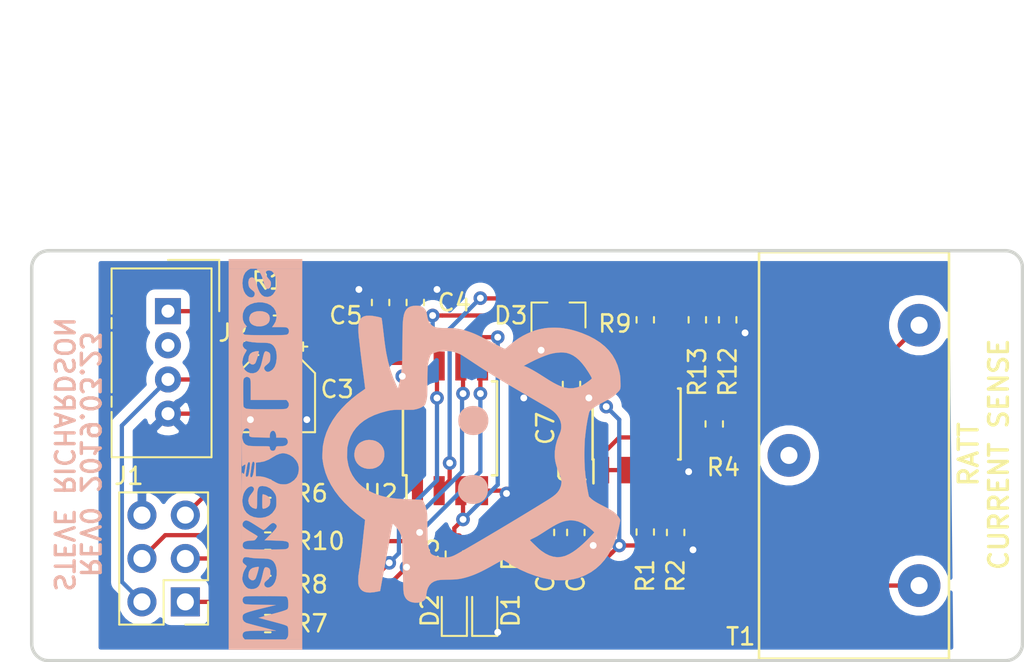
<source format=kicad_pcb>
(kicad_pcb (version 20171130) (host pcbnew "(5.1.0)-1")

  (general
    (thickness 1.6)
    (drawings 15)
    (tracks 181)
    (zones 0)
    (modules 34)
    (nets 23)
  )

  (page A4)
  (layers
    (0 F.Cu signal)
    (31 B.Cu signal)
    (32 B.Adhes user)
    (33 F.Adhes user)
    (34 B.Paste user)
    (35 F.Paste user)
    (36 B.SilkS user)
    (37 F.SilkS user)
    (38 B.Mask user)
    (39 F.Mask user)
    (40 Dwgs.User user hide)
    (41 Cmts.User user hide)
    (42 Eco1.User user hide)
    (43 Eco2.User user hide)
    (44 Edge.Cuts user)
    (45 Margin user hide)
    (46 B.CrtYd user hide)
    (47 F.CrtYd user hide)
    (48 B.Fab user hide)
    (49 F.Fab user hide)
  )

  (setup
    (last_trace_width 0.25)
    (trace_clearance 0.2)
    (zone_clearance 0.508)
    (zone_45_only no)
    (trace_min 0.2)
    (via_size 0.8)
    (via_drill 0.4)
    (via_min_size 0.4)
    (via_min_drill 0.3)
    (uvia_size 0.3)
    (uvia_drill 0.1)
    (uvias_allowed no)
    (uvia_min_size 0.2)
    (uvia_min_drill 0.1)
    (edge_width 0.05)
    (segment_width 0.2)
    (pcb_text_width 0.3)
    (pcb_text_size 1.5 1.5)
    (mod_edge_width 0.12)
    (mod_text_size 1 1)
    (mod_text_width 0.15)
    (pad_size 2.7 2.7)
    (pad_drill 2.7)
    (pad_to_mask_clearance 0.051)
    (solder_mask_min_width 0.25)
    (aux_axis_origin 0 0)
    (visible_elements 7FFFFF7F)
    (pcbplotparams
      (layerselection 0x010fc_ffffffff)
      (usegerberextensions false)
      (usegerberattributes false)
      (usegerberadvancedattributes false)
      (creategerberjobfile true)
      (excludeedgelayer true)
      (linewidth 0.100000)
      (plotframeref false)
      (viasonmask false)
      (mode 1)
      (useauxorigin false)
      (hpglpennumber 1)
      (hpglpenspeed 20)
      (hpglpendiameter 15.000000)
      (psnegative false)
      (psa4output false)
      (plotreference true)
      (plotvalue true)
      (plotinvisibletext false)
      (padsonsilk false)
      (subtractmaskfromsilk false)
      (outputformat 1)
      (mirror false)
      (drillshape 0)
      (scaleselection 1)
      (outputdirectory "../fab/"))
  )

  (net 0 "")
  (net 1 GND)
  (net 2 +2V5)
  (net 3 +5V)
  (net 4 "Net-(D1-Pad2)")
  (net 5 "Net-(D2-Pad2)")
  (net 6 /SENSE_IN)
  (net 7 "Net-(J1-Pad5)")
  (net 8 "Net-(J1-Pad4)")
  (net 9 "Net-(J1-Pad3)")
  (net 10 "Net-(J1-Pad1)")
  (net 11 "Net-(J2-Pad2)")
  (net 12 "Net-(J2-Pad1)")
  (net 13 "Net-(R1-Pad2)")
  (net 14 "Net-(R4-Pad1)")
  (net 15 /DETECT_OUT)
  (net 16 RESET)
  (net 17 MISO)
  (net 18 SCK)
  (net 19 MOSI)
  (net 20 "Net-(T1-Pad3)")
  (net 21 "Net-(R13-Pad2)")
  (net 22 "Net-(R12-Pad2)")

  (net_class Default "This is the default net class."
    (clearance 0.2)
    (trace_width 0.25)
    (via_dia 0.8)
    (via_drill 0.4)
    (uvia_dia 0.3)
    (uvia_drill 0.1)
    (add_net +2V5)
    (add_net +5V)
    (add_net /DETECT_OUT)
    (add_net /SENSE_IN)
    (add_net GND)
    (add_net MISO)
    (add_net MOSI)
    (add_net "Net-(D1-Pad2)")
    (add_net "Net-(D2-Pad2)")
    (add_net "Net-(J1-Pad1)")
    (add_net "Net-(J1-Pad3)")
    (add_net "Net-(J1-Pad4)")
    (add_net "Net-(J1-Pad5)")
    (add_net "Net-(J2-Pad1)")
    (add_net "Net-(J2-Pad2)")
    (add_net "Net-(R1-Pad2)")
    (add_net "Net-(R12-Pad2)")
    (add_net "Net-(R13-Pad2)")
    (add_net "Net-(R4-Pad1)")
    (add_net "Net-(T1-Pad3)")
    (add_net RESET)
    (add_net SCK)
  )

  (module Resistor_SMD:R_0603_1608Metric (layer F.Cu) (tedit 5B301BBD) (tstamp 5C97921D)
    (at 140.462 49.276 90)
    (descr "Resistor SMD 0603 (1608 Metric), square (rectangular) end terminal, IPC_7351 nominal, (Body size source: http://www.tortai-tech.com/upload/download/2011102023233369053.pdf), generated with kicad-footprint-generator")
    (tags resistor)
    (path /5CBBB58E)
    (attr smd)
    (fp_text reference R13 (at -3.048 0 90) (layer F.SilkS)
      (effects (font (size 1 1) (thickness 0.15)))
    )
    (fp_text value 1K (at 0 1.43 90) (layer F.Fab)
      (effects (font (size 1 1) (thickness 0.15)))
    )
    (fp_text user %R (at 0 0 90) (layer F.Fab)
      (effects (font (size 0.4 0.4) (thickness 0.06)))
    )
    (fp_line (start 1.48 0.73) (end -1.48 0.73) (layer F.CrtYd) (width 0.05))
    (fp_line (start 1.48 -0.73) (end 1.48 0.73) (layer F.CrtYd) (width 0.05))
    (fp_line (start -1.48 -0.73) (end 1.48 -0.73) (layer F.CrtYd) (width 0.05))
    (fp_line (start -1.48 0.73) (end -1.48 -0.73) (layer F.CrtYd) (width 0.05))
    (fp_line (start -0.162779 0.51) (end 0.162779 0.51) (layer F.SilkS) (width 0.12))
    (fp_line (start -0.162779 -0.51) (end 0.162779 -0.51) (layer F.SilkS) (width 0.12))
    (fp_line (start 0.8 0.4) (end -0.8 0.4) (layer F.Fab) (width 0.1))
    (fp_line (start 0.8 -0.4) (end 0.8 0.4) (layer F.Fab) (width 0.1))
    (fp_line (start -0.8 -0.4) (end 0.8 -0.4) (layer F.Fab) (width 0.1))
    (fp_line (start -0.8 0.4) (end -0.8 -0.4) (layer F.Fab) (width 0.1))
    (pad 2 smd roundrect (at 0.7875 0 90) (size 0.875 0.95) (layers F.Cu F.Paste F.Mask) (roundrect_rratio 0.25)
      (net 21 "Net-(R13-Pad2)"))
    (pad 1 smd roundrect (at -0.7875 0 90) (size 0.875 0.95) (layers F.Cu F.Paste F.Mask) (roundrect_rratio 0.25)
      (net 22 "Net-(R12-Pad2)"))
    (model ${KISYS3DMOD}/Resistor_SMD.3dshapes/R_0603_1608Metric.wrl
      (at (xyz 0 0 0))
      (scale (xyz 1 1 1))
      (rotate (xyz 0 0 0))
    )
  )

  (module Resistor_SMD:R_0603_1608Metric (layer F.Cu) (tedit 5B301BBD) (tstamp 5C97920C)
    (at 142.24 49.276 90)
    (descr "Resistor SMD 0603 (1608 Metric), square (rectangular) end terminal, IPC_7351 nominal, (Body size source: http://www.tortai-tech.com/upload/download/2011102023233369053.pdf), generated with kicad-footprint-generator")
    (tags resistor)
    (path /5CBB2CCD)
    (attr smd)
    (fp_text reference R12 (at -3.048 0 90) (layer F.SilkS)
      (effects (font (size 1 1) (thickness 0.15)))
    )
    (fp_text value 1K (at 0 1.43 90) (layer F.Fab)
      (effects (font (size 1 1) (thickness 0.15)))
    )
    (fp_text user %R (at 0 0 90) (layer F.Fab)
      (effects (font (size 0.4 0.4) (thickness 0.06)))
    )
    (fp_line (start 1.48 0.73) (end -1.48 0.73) (layer F.CrtYd) (width 0.05))
    (fp_line (start 1.48 -0.73) (end 1.48 0.73) (layer F.CrtYd) (width 0.05))
    (fp_line (start -1.48 -0.73) (end 1.48 -0.73) (layer F.CrtYd) (width 0.05))
    (fp_line (start -1.48 0.73) (end -1.48 -0.73) (layer F.CrtYd) (width 0.05))
    (fp_line (start -0.162779 0.51) (end 0.162779 0.51) (layer F.SilkS) (width 0.12))
    (fp_line (start -0.162779 -0.51) (end 0.162779 -0.51) (layer F.SilkS) (width 0.12))
    (fp_line (start 0.8 0.4) (end -0.8 0.4) (layer F.Fab) (width 0.1))
    (fp_line (start 0.8 -0.4) (end 0.8 0.4) (layer F.Fab) (width 0.1))
    (fp_line (start -0.8 -0.4) (end 0.8 -0.4) (layer F.Fab) (width 0.1))
    (fp_line (start -0.8 0.4) (end -0.8 -0.4) (layer F.Fab) (width 0.1))
    (pad 2 smd roundrect (at 0.7875 0 90) (size 0.875 0.95) (layers F.Cu F.Paste F.Mask) (roundrect_rratio 0.25)
      (net 22 "Net-(R12-Pad2)"))
    (pad 1 smd roundrect (at -0.7875 0 90) (size 0.875 0.95) (layers F.Cu F.Paste F.Mask) (roundrect_rratio 0.25)
      (net 1 GND))
    (model ${KISYS3DMOD}/Resistor_SMD.3dshapes/R_0603_1608Metric.wrl
      (at (xyz 0 0 0))
      (scale (xyz 1 1 1))
      (rotate (xyz 0 0 0))
    )
  )

  (module Capacitor_SMD:C_0603_1608Metric (layer F.Cu) (tedit 5B301BBE) (tstamp 5C978361)
    (at 131.318 53.086 270)
    (descr "Capacitor SMD 0603 (1608 Metric), square (rectangular) end terminal, IPC_7351 nominal, (Body size source: http://www.tortai-tech.com/upload/download/2011102023233369053.pdf), generated with kicad-footprint-generator")
    (tags capacitor)
    (path /5CBA45DF)
    (attr smd)
    (fp_text reference C7 (at 2.54 -0.254 270) (layer F.SilkS)
      (effects (font (size 1 1) (thickness 0.15)))
    )
    (fp_text value 1 (at 0 1.43 270) (layer F.Fab)
      (effects (font (size 1 1) (thickness 0.15)))
    )
    (fp_text user %R (at 0 0 270) (layer F.Fab)
      (effects (font (size 0.4 0.4) (thickness 0.06)))
    )
    (fp_line (start 1.48 0.73) (end -1.48 0.73) (layer F.CrtYd) (width 0.05))
    (fp_line (start 1.48 -0.73) (end 1.48 0.73) (layer F.CrtYd) (width 0.05))
    (fp_line (start -1.48 -0.73) (end 1.48 -0.73) (layer F.CrtYd) (width 0.05))
    (fp_line (start -1.48 0.73) (end -1.48 -0.73) (layer F.CrtYd) (width 0.05))
    (fp_line (start -0.162779 0.51) (end 0.162779 0.51) (layer F.SilkS) (width 0.12))
    (fp_line (start -0.162779 -0.51) (end 0.162779 -0.51) (layer F.SilkS) (width 0.12))
    (fp_line (start 0.8 0.4) (end -0.8 0.4) (layer F.Fab) (width 0.1))
    (fp_line (start 0.8 -0.4) (end 0.8 0.4) (layer F.Fab) (width 0.1))
    (fp_line (start -0.8 -0.4) (end 0.8 -0.4) (layer F.Fab) (width 0.1))
    (fp_line (start -0.8 0.4) (end -0.8 -0.4) (layer F.Fab) (width 0.1))
    (pad 2 smd roundrect (at 0.7875 0 270) (size 0.875 0.95) (layers F.Cu F.Paste F.Mask) (roundrect_rratio 0.25)
      (net 1 GND))
    (pad 1 smd roundrect (at -0.7875 0 270) (size 0.875 0.95) (layers F.Cu F.Paste F.Mask) (roundrect_rratio 0.25)
      (net 3 +5V))
    (model ${KISYS3DMOD}/Capacitor_SMD.3dshapes/C_0603_1608Metric.wrl
      (at (xyz 0 0 0))
      (scale (xyz 1 1 1))
      (rotate (xyz 0 0 0))
    )
  )

  (module Capacitor_SMD:C_0603_1608Metric (layer F.Cu) (tedit 5B301BBE) (tstamp 5C978350)
    (at 133.096 53.0605 270)
    (descr "Capacitor SMD 0603 (1608 Metric), square (rectangular) end terminal, IPC_7351 nominal, (Body size source: http://www.tortai-tech.com/upload/download/2011102023233369053.pdf), generated with kicad-footprint-generator")
    (tags capacitor)
    (path /5CBA45D9)
    (attr smd)
    (fp_text reference C6 (at 2.5655 0 270) (layer F.SilkS)
      (effects (font (size 1 1) (thickness 0.15)))
    )
    (fp_text value 0.1 (at 0 1.43 270) (layer F.Fab)
      (effects (font (size 1 1) (thickness 0.15)))
    )
    (fp_text user %R (at 0 0 270) (layer F.Fab)
      (effects (font (size 0.4 0.4) (thickness 0.06)))
    )
    (fp_line (start 1.48 0.73) (end -1.48 0.73) (layer F.CrtYd) (width 0.05))
    (fp_line (start 1.48 -0.73) (end 1.48 0.73) (layer F.CrtYd) (width 0.05))
    (fp_line (start -1.48 -0.73) (end 1.48 -0.73) (layer F.CrtYd) (width 0.05))
    (fp_line (start -1.48 0.73) (end -1.48 -0.73) (layer F.CrtYd) (width 0.05))
    (fp_line (start -0.162779 0.51) (end 0.162779 0.51) (layer F.SilkS) (width 0.12))
    (fp_line (start -0.162779 -0.51) (end 0.162779 -0.51) (layer F.SilkS) (width 0.12))
    (fp_line (start 0.8 0.4) (end -0.8 0.4) (layer F.Fab) (width 0.1))
    (fp_line (start 0.8 -0.4) (end 0.8 0.4) (layer F.Fab) (width 0.1))
    (fp_line (start -0.8 -0.4) (end 0.8 -0.4) (layer F.Fab) (width 0.1))
    (fp_line (start -0.8 0.4) (end -0.8 -0.4) (layer F.Fab) (width 0.1))
    (pad 2 smd roundrect (at 0.7875 0 270) (size 0.875 0.95) (layers F.Cu F.Paste F.Mask) (roundrect_rratio 0.25)
      (net 1 GND))
    (pad 1 smd roundrect (at -0.7875 0 270) (size 0.875 0.95) (layers F.Cu F.Paste F.Mask) (roundrect_rratio 0.25)
      (net 3 +5V))
    (model ${KISYS3DMOD}/Capacitor_SMD.3dshapes/C_0603_1608Metric.wrl
      (at (xyz 0 0 0))
      (scale (xyz 1 1 1))
      (rotate (xyz 0 0 0))
    )
  )

  (module current_sense:makeit-logo (layer B.Cu) (tedit 5C96D00F) (tstamp 5C977D1E)
    (at 115.57 57.15 90)
    (fp_text reference G*** (at 0 0 90) (layer B.SilkS) hide
      (effects (font (size 1.524 1.524) (thickness 0.3)) (justify mirror))
    )
    (fp_text value LOGO (at 0.75 0 90) (layer B.SilkS) hide
      (effects (font (size 1.524 1.524) (thickness 0.3)) (justify mirror))
    )
    (fp_poly (pts (xy -10.837333 -1.794933) (xy 10.8712 -1.794933) (xy 10.8712 -2.54) (xy -10.837333 -2.54)) (layer B.SilkS) (width 0.01))
    (fp_poly (pts (xy 11.43 1.761066) (xy 11.43 -2.54) (xy 10.8712 -2.54) (xy 10.8712 1.761066)) (layer B.SilkS) (width 0.01))
    (fp_poly (pts (xy -10.837333 1.761066) (xy -10.837333 -2.54) (xy -11.43 -2.54) (xy -11.43 1.761066)) (layer B.SilkS) (width 0.01))
    (fp_poly (pts (xy 10.871073 0.397933) (xy 10.870963 0.058918) (xy 10.870513 -0.218052) (xy 10.869444 -0.438662)
      (xy 10.867477 -0.6086) (xy 10.86433 -0.733554) (xy 10.859725 -0.819209) (xy 10.853381 -0.871255)
      (xy 10.845019 -0.895376) (xy 10.834358 -0.897261) (xy 10.821118 -0.882597) (xy 10.808977 -0.863584)
      (xy 10.71451 -0.761958) (xy 10.562711 -0.665213) (xy 10.363977 -0.578906) (xy 10.158756 -0.516062)
      (xy 9.969193 -0.463795) (xy 9.837135 -0.416711) (xy 9.753132 -0.369732) (xy 9.707738 -0.317783)
      (xy 9.6924 -0.265491) (xy 9.711283 -0.173019) (xy 9.786842 -0.106683) (xy 9.911304 -0.071778)
      (xy 9.98272 -0.067734) (xy 10.069889 -0.073925) (xy 10.142001 -0.099873) (xy 10.221117 -0.156634)
      (xy 10.297997 -0.225778) (xy 10.441188 -0.337199) (xy 10.565249 -0.384809) (xy 10.672174 -0.369155)
      (xy 10.716995 -0.340164) (xy 10.759414 -0.26571) (xy 10.76581 -0.160593) (xy 10.737318 -0.050783)
      (xy 10.701735 0.009409) (xy 10.567144 0.129166) (xy 10.382513 0.208446) (xy 10.145557 0.24805)
      (xy 10.007094 0.253223) (xy 9.848018 0.250781) (xy 9.733789 0.239746) (xy 9.641669 0.215998)
      (xy 9.548919 0.175419) (xy 9.532961 0.167325) (xy 9.366073 0.05462) (xy 9.260959 -0.082355)
      (xy 9.214631 -0.248026) (xy 9.211733 -0.30863) (xy 9.240218 -0.468124) (xy 9.326977 -0.605933)
      (xy 9.473971 -0.723662) (xy 9.683156 -0.822913) (xy 9.933614 -0.899635) (xy 10.128194 -0.957961)
      (xy 10.260804 -1.021183) (xy 10.337195 -1.093097) (xy 10.363123 -1.177494) (xy 10.3632 -1.182915)
      (xy 10.33425 -1.286658) (xy 10.248921 -1.355023) (xy 10.109494 -1.386499) (xy 10.053069 -1.388534)
      (xy 9.894319 -1.377044) (xy 9.777312 -1.334851) (xy 9.678812 -1.250369) (xy 9.616115 -1.170654)
      (xy 9.542334 -1.077818) (xy 9.480956 -1.030956) (xy 9.4125 -1.016286) (xy 9.397508 -1.016)
      (xy 9.281325 -1.041724) (xy 9.208282 -1.111296) (xy 9.18233 -1.213316) (xy 9.207423 -1.336385)
      (xy 9.255377 -1.425859) (xy 9.382462 -1.556776) (xy 9.559068 -1.654702) (xy 9.773736 -1.716129)
      (xy 10.015007 -1.737548) (xy 10.225119 -1.722733) (xy 10.463792 -1.665361) (xy 10.647794 -1.568625)
      (xy 10.776781 -1.432719) (xy 10.793419 -1.405371) (xy 10.870086 -1.27) (xy 10.870643 -1.532467)
      (xy 10.8712 -1.794933) (xy 5.0546 -1.793856) (xy 4.290981 -1.793623) (xy 3.592652 -1.793208)
      (xy 2.957169 -1.792591) (xy 2.382087 -1.791756) (xy 1.864964 -1.790685) (xy 1.403355 -1.789359)
      (xy 0.994817 -1.78776) (xy 0.636906 -1.785871) (xy 0.327179 -1.783674) (xy 0.063191 -1.781151)
      (xy -0.1575 -1.778283) (xy -0.33734 -1.775053) (xy -0.478771 -1.771442) (xy -0.584237 -1.767434)
      (xy -0.656182 -1.763009) (xy -0.69705 -1.758151) (xy -0.709284 -1.75284) (xy -0.708265 -1.751523)
      (xy -0.649609 -1.688747) (xy -0.61394 -1.634067) (xy -0.590706 -1.577975) (xy -0.610502 -1.559281)
      (xy -0.633809 -1.558123) (xy -0.706794 -1.563801) (xy -0.812682 -1.578031) (xy -0.930777 -1.597238)
      (xy -1.040382 -1.617845) (xy -1.120801 -1.636277) (xy -1.15061 -1.647414) (xy -1.140225 -1.678365)
      (xy -1.090552 -1.728399) (xy -1.088448 -1.730115) (xy -1.07852 -1.738996) (xy -1.073855 -1.747025)
      (xy -1.077643 -1.754248) (xy -1.093078 -1.760705) (xy -1.123349 -1.766441) (xy -1.171648 -1.771497)
      (xy -1.241168 -1.775917) (xy -1.335098 -1.779743) (xy -1.456631 -1.783018) (xy -1.608959 -1.785786)
      (xy -1.795271 -1.788088) (xy -2.018761 -1.789968) (xy -2.282619 -1.791467) (xy -2.590036 -1.79263)
      (xy -2.944205 -1.793499) (xy -3.348317 -1.794117) (xy -3.805562 -1.794526) (xy -4.319133 -1.794769)
      (xy -4.892221 -1.79489) (xy -5.528017 -1.79493) (xy -5.922915 -1.794933) (xy -10.837333 -1.794933)
      (xy -10.837333 -1.686861) (xy -10.833935 -1.617904) (xy -10.818984 -1.607722) (xy -10.795 -1.634536)
      (xy -10.704461 -1.707217) (xy -10.592318 -1.735073) (xy -10.495995 -1.715279) (xy -10.448203 -1.687442)
      (xy -10.41054 -1.651817) (xy -10.381767 -1.600563) (xy -10.360651 -1.525839) (xy -10.345953 -1.419804)
      (xy -10.336439 -1.274617) (xy -10.330872 -1.082436) (xy -10.328016 -0.83542) (xy -10.327035 -0.643467)
      (xy -10.323738 0.220133) (xy -10.110139 -0.6096) (xy -10.050119 -0.840962) (xy -9.993908 -1.054281)
      (xy -9.944203 -1.23959) (xy -9.903699 -1.386919) (xy -9.875095 -1.486299) (xy -9.862824 -1.524)
      (xy -9.781494 -1.648699) (xy -9.663289 -1.719806) (xy -9.517497 -1.733294) (xy -9.425502 -1.713621)
      (xy -9.382415 -1.689763) (xy -9.340994 -1.642327) (xy -9.298939 -1.564975) (xy -9.253951 -1.451367)
      (xy -9.20373 -1.295164) (xy -9.145977 -1.090027) (xy -9.078393 -0.829616) (xy -9.02067 -0.597479)
      (xy -8.822267 0.210509) (xy -8.805334 -0.689738) (xy -8.800039 -0.960327) (xy -8.795045 -1.171418)
      (xy -8.789585 -1.331237) (xy -8.782891 -1.44801) (xy -8.774197 -1.529964) (xy -8.762736 -1.585324)
      (xy -8.74774 -1.622318) (xy -8.728442 -1.649172) (xy -8.714507 -1.663812) (xy -8.615126 -1.722711)
      (xy -8.50083 -1.732818) (xy -8.396848 -1.694562) (xy -8.356864 -1.657747) (xy -8.340983 -1.633402)
      (xy -8.328192 -1.599033) (xy -8.318163 -1.547678) (xy -8.310574 -1.472376) (xy -8.305098 -1.366167)
      (xy -8.302099 -1.248974) (xy -7.886019 -1.248974) (xy -7.852234 -1.396129) (xy -7.840169 -1.422331)
      (xy -7.749658 -1.538542) (xy -7.617112 -1.638611) (xy -7.463828 -1.711653) (xy -7.311108 -1.746783)
      (xy -7.2136 -1.742521) (xy -7.149103 -1.73093) (xy -7.051253 -1.71488) (xy -7.021507 -1.71021)
      (xy -6.907786 -1.678032) (xy -6.780146 -1.621383) (xy -6.723997 -1.589203) (xy -6.633138 -1.534202)
      (xy -6.565855 -1.498273) (xy -6.543557 -1.490231) (xy -6.510434 -1.515671) (xy -6.46079 -1.577963)
      (xy -6.452732 -1.589737) (xy -6.35995 -1.693743) (xy -6.259984 -1.733262) (xy -6.144384 -1.711527)
      (xy -6.139628 -1.70956) (xy -6.064637 -1.667059) (xy -6.023155 -1.608469) (xy -6.011985 -1.520089)
      (xy -6.027928 -1.388217) (xy -6.044771 -1.303093) (xy -6.066167 -1.164664) (xy -6.082967 -0.983622)
      (xy -6.093204 -0.785035) (xy -6.095412 -0.656987) (xy -6.099276 -0.433191) (xy -6.103956 -0.372496)
      (xy -5.571067 -0.372496) (xy -5.570814 -0.688081) (xy -5.569831 -0.943072) (xy -5.567778 -1.144605)
      (xy -5.564315 -1.299819) (xy -5.559103 -1.41585) (xy -5.551803 -1.499837) (xy -5.542075 -1.558916)
      (xy -5.52958 -1.600226) (xy -5.513979 -1.630904) (xy -5.511019 -1.635536) (xy -5.42701 -1.707431)
      (xy -5.313679 -1.729474) (xy -5.191085 -1.698179) (xy -5.180856 -1.692935) (xy -5.120636 -1.625582)
      (xy -5.076348 -1.502761) (xy -5.051082 -1.33551) (xy -5.046322 -1.212457) (xy -5.042781 -1.099014)
      (xy -5.025716 -1.028388) (xy -4.985046 -0.975753) (xy -4.93287 -0.933057) (xy -4.858726 -0.879533)
      (xy -4.809039 -0.849224) (xy -4.801263 -0.846667) (xy -4.776938 -0.873793) (xy -4.728012 -0.946094)
      (xy -4.663519 -1.049953) (xy -4.638374 -1.0922) (xy -4.50009 -1.32218) (xy -4.388668 -1.496046)
      (xy -4.300858 -1.618355) (xy -4.233407 -1.693663) (xy -4.186626 -1.725322) (xy -4.071173 -1.735706)
      (xy -3.963064 -1.691999) (xy -3.897926 -1.620842) (xy -3.873683 -1.564899) (xy -3.867956 -1.505366)
      (xy -3.884499 -1.432522) (xy -3.927069 -1.336645) (xy -3.99942 -1.208014) (xy -4.105309 -1.036908)
      (xy -4.151594 -0.964241) (xy -4.246315 -0.81499) (xy -4.328103 -0.683844) (xy -4.341039 -0.662585)
      (xy -3.719998 -0.662585) (xy -3.717615 -0.810807) (xy -3.670803 -1.080568) (xy -3.573714 -1.308426)
      (xy -3.4292 -1.491095) (xy -3.240114 -1.625292) (xy -3.009311 -1.707731) (xy -2.925338 -1.722896)
      (xy -2.805216 -1.736698) (xy -2.704198 -1.742706) (xy -2.658534 -1.741105) (xy -2.580814 -1.729147)
      (xy -2.476511 -1.712559) (xy -2.456909 -1.709391) (xy -2.29429 -1.664482) (xy -2.146991 -1.590183)
      (xy -2.03402 -1.503785) (xy -1.320456 -1.503785) (xy -1.279689 -1.542117) (xy -1.194273 -1.546551)
      (xy -1.185747 -1.544912) (xy -1.113167 -1.532063) (xy -0.995469 -1.513619) (xy -0.854664 -1.492993)
      (xy -0.8128 -1.487112) (xy -0.624552 -1.4535) (xy -0.503127 -1.414367) (xy -0.448754 -1.369826)
      (xy -0.461665 -1.319993) (xy -0.466305 -1.315082) (xy -0.502709 -1.297546) (xy -0.572066 -1.292593)
      (xy -0.685992 -1.300313) (xy -0.833989 -1.317875) (xy -0.984788 -1.340206) (xy -1.117553 -1.364553)
      (xy -1.212777 -1.387126) (xy -1.241202 -1.397005) (xy -1.309863 -1.449449) (xy -1.320456 -1.503785)
      (xy -2.03402 -1.503785) (xy -2.023384 -1.495651) (xy -1.93184 -1.390044) (xy -1.880729 -1.28252)
      (xy -1.879318 -1.221121) (xy -1.347096 -1.221121) (xy -1.336258 -1.255454) (xy -1.283437 -1.27905)
      (xy -1.176321 -1.274469) (xy -1.172476 -1.273906) (xy -1.069408 -1.259117) (xy -0.928075 -1.239535)
      (xy -0.77737 -1.219157) (xy -0.763083 -1.217254) (xy -0.591813 -1.189685) (xy -0.482993 -1.159553)
      (xy -0.43134 -1.124239) (xy -0.431569 -1.08112) (xy -0.445938 -1.059966) (xy -0.472498 -1.03904)
      (xy -0.516281 -1.0278) (xy -0.587226 -1.026699) (xy -0.69527 -1.036191) (xy -0.850354 -1.056731)
      (xy -1.056465 -1.087847) (xy -1.216395 -1.122781) (xy -1.313916 -1.16759) (xy -1.347096 -1.221121)
      (xy -1.879318 -1.221121) (xy -1.878424 -1.182237) (xy -1.914702 -1.116236) (xy -1.987896 -1.062353)
      (xy -2.071299 -1.059706) (xy -2.174765 -1.110192) (xy -2.27281 -1.185205) (xy -2.416208 -1.294324)
      (xy -2.540409 -1.358017) (xy -2.666326 -1.385438) (xy -2.736938 -1.388407) (xy -2.8918 -1.357417)
      (xy -3.026532 -1.274011) (xy -3.127039 -1.15205) (xy -3.179224 -1.005393) (xy -3.183467 -0.949355)
      (xy -3.18019 -0.922326) (xy -3.163475 -0.90346) (xy -3.122995 -0.891269) (xy -3.048421 -0.884261)
      (xy -2.929427 -0.880947) (xy -2.755686 -0.879836) (xy -2.700867 -0.879726) (xy -2.435997 -0.876481)
      (xy -2.231332 -0.86582) (xy -2.079496 -0.844862) (xy -1.973114 -0.810725) (xy -1.904809 -0.760524)
      (xy -1.867205 -0.691379) (xy -1.852926 -0.600408) (xy -1.852192 -0.548094) (xy -1.888059 -0.323117)
      (xy -1.984744 -0.119206) (xy -2.136394 0.054518) (xy -2.319423 0.179843) (xy -2.406805 0.217402)
      (xy -2.506549 0.239797) (xy -2.639153 0.250413) (xy -2.760134 0.252639) (xy -2.913601 0.251102)
      (xy -3.022032 0.2418) (xy -3.108051 0.220149) (xy -3.19428 0.181569) (xy -3.244448 0.154551)
      (xy -3.439451 0.009612) (xy -3.585778 -0.179107) (xy -3.680327 -0.405281) (xy -3.719998 -0.662585)
      (xy -4.341039 -0.662585) (xy -4.389808 -0.582445) (xy -4.424276 -0.52243) (xy -4.428469 -0.513656)
      (xy -4.414162 -0.46995) (xy -4.360075 -0.39289) (xy -4.275789 -0.295498) (xy -4.241553 -0.259656)
      (xy -4.120277 -0.129741) (xy -4.046527 -0.031987) (xy -4.015825 0.044842) (xy -4.023691 0.111981)
      (xy -4.065644 0.180664) (xy -4.065865 0.180945) (xy -4.124993 0.243334) (xy -4.185393 0.272879)
      (xy -4.254882 0.266164) (xy -4.341274 0.219775) (xy -4.452385 0.130296) (xy -4.596031 -0.005688)
      (xy -4.676098 -0.08572) (xy -5.0292 -0.442373) (xy -5.046133 0.178349) (xy -5.054633 0.432961)
      (xy -5.066236 0.627733) (xy -5.069901 0.657875) (xy -1.757699 0.657875) (xy -1.755582 0.614333)
      (xy -1.746277 0.506571) (xy -1.727684 0.414319) (xy -1.693169 0.319261) (xy -1.636098 0.203077)
      (xy -1.5511 0.04967) (xy -1.42153 -0.203703) (xy -1.338194 -0.431626) (xy -1.295551 -0.652322)
      (xy -1.286933 -0.81902) (xy -1.286933 -0.948267) (xy -0.483928 -0.948267) (xy -0.463921 -0.734013)
      (xy -0.411055 -0.459044) (xy -0.301818 -0.188975) (xy -0.170438 0.030911) (xy 0.2032 0.030911)
      (xy 0.232062 -0.063914) (xy 0.312815 -0.12132) (xy 0.404173 -0.135467) (xy 0.429818 -0.138125)
      (xy 0.448302 -0.152458) (xy 0.460817 -0.18801) (xy 0.468552 -0.254319) (xy 0.472698 -0.360928)
      (xy 0.474445 -0.517377) (xy 0.474941 -0.702734) (xy 0.477039 -0.902798) (xy 0.482314 -1.088855)
      (xy 0.490098 -1.246107) (xy 0.499726 -1.359758) (xy 0.506444 -1.402333) (xy 0.572658 -1.556575)
      (xy 0.688084 -1.664561) (xy 0.847981 -1.724035) (xy 0.937783 -1.742328) (xy 0.991901 -1.754688)
      (xy 0.999067 -1.75716) (xy 1.029417 -1.754048) (xy 1.108267 -1.742409) (xy 1.19848 -1.728018)
      (xy 1.363738 -1.686984) (xy 1.468535 -1.625888) (xy 1.518189 -1.540827) (xy 1.524 -1.489031)
      (xy 1.50396 -1.39285) (xy 1.439891 -1.339501) (xy 1.325867 -1.325445) (xy 1.259081 -1.330708)
      (xy 1.169596 -1.340067) (xy 1.103399 -1.338219) (xy 1.056764 -1.316651) (xy 1.025961 -1.26685)
      (xy 1.007263 -1.180303) (xy 0.996943 -1.048497) (xy 0.991272 -0.862917) (xy 0.98837 -0.712496)
      (xy 0.981193 -0.325304) (xy 2.6416 -0.325304) (xy 2.642062 -0.644148) (xy 2.643633 -0.902139)
      (xy 2.646595 -1.106151) (xy 2.651225 -1.26306) (xy 2.657805 -1.37974) (xy 2.666613 -1.463066)
      (xy 2.67793 -1.519913) (xy 2.691687 -1.556489) (xy 2.739429 -1.629642) (xy 2.78443 -1.670507)
      (xy 2.784821 -1.670667) (xy 2.829759 -1.675707) (xy 2.93233 -1.680402) (xy 3.082432 -1.684508)
      (xy 3.269966 -1.687782) (xy 3.484829 -1.689982) (xy 3.615266 -1.69066) (xy 3.866943 -1.691216)
      (xy 4.059717 -1.690508) (xy 4.202419 -1.687865) (xy 4.303878 -1.682614) (xy 4.372923 -1.674083)
      (xy 4.418383 -1.661601) (xy 4.449087 -1.644497) (xy 4.4704 -1.6256) (xy 4.521638 -1.544919)
      (xy 4.538133 -1.4732) (xy 4.514578 -1.385598) (xy 4.4704 -1.3208) (xy 4.441637 -1.296553)
      (xy 4.404247 -1.278877) (xy 4.347951 -1.266744) (xy 4.262468 -1.259126) (xy 4.13752 -1.254996)
      (xy 3.962826 -1.253325) (xy 3.793066 -1.253067) (xy 3.183466 -1.253067) (xy 3.183466 -1.110722)
      (xy 4.7439 -1.110722) (xy 4.753236 -1.282574) (xy 4.815688 -1.445974) (xy 4.92684 -1.583004)
      (xy 4.954066 -1.605319) (xy 5.064427 -1.668545) (xy 5.199521 -1.71757) (xy 5.330999 -1.744022)
      (xy 5.418666 -1.742521) (xy 5.483163 -1.73093) (xy 5.581013 -1.71488) (xy 5.61076 -1.71021)
      (xy 5.724481 -1.678032) (xy 5.85212 -1.621383) (xy 5.90827 -1.589203) (xy 6.027004 -1.519608)
      (xy 6.098804 -1.492157) (xy 6.128462 -1.505263) (xy 6.129867 -1.51588) (xy 6.150877 -1.555351)
      (xy 6.202733 -1.619906) (xy 6.215904 -1.634413) (xy 6.325027 -1.710155) (xy 6.445181 -1.723202)
      (xy 6.562312 -1.672336) (xy 6.571466 -1.665197) (xy 6.648037 -1.603194) (xy 6.592152 -1.325843)
      (xy 6.564083 -1.13996) (xy 6.544712 -0.915413) (xy 6.536411 -0.680978) (xy 6.536267 -0.647833)
      (xy 6.532582 -0.425726) (xy 6.527487 -0.361578) (xy 6.976533 -0.361578) (xy 6.977597 -0.729612)
      (xy 6.980761 -1.036996) (xy 6.985985 -1.282297) (xy 6.993227 -1.464079) (xy 7.002447 -1.580907)
      (xy 7.012614 -1.629737) (xy 7.086049 -1.706631) (xy 7.184259 -1.734829) (xy 7.288252 -1.717332)
      (xy 7.379038 -1.657139) (xy 7.43584 -1.562882) (xy 7.462185 -1.491416) (xy 7.485627 -1.476852)
      (xy 7.524129 -1.511652) (xy 7.533449 -1.521918) (xy 7.680805 -1.637225) (xy 7.861513 -1.706045)
      (xy 8.060223 -1.728963) (xy 8.261585 -1.706566) (xy 8.450247 -1.639439) (xy 8.610859 -1.528168)
      (xy 8.657499 -1.479028) (xy 8.783992 -1.280137) (xy 8.865612 -1.045929) (xy 8.901562 -0.792518)
      (xy 8.891046 -0.536019) (xy 8.833267 -0.292545) (xy 8.727428 -0.078211) (xy 8.726802 -0.077276)
      (xy 8.578768 0.086976) (xy 8.397351 0.198692) (xy 8.194059 0.256061) (xy 7.980396 0.257271)
      (xy 7.767867 0.200511) (xy 7.591353 0.101488) (xy 7.450667 -0.000425) (xy 7.450667 0.419369)
      (xy 7.44916 0.603081) (xy 7.443611 0.731921) (xy 7.432471 0.818705) (xy 7.414195 0.876246)
      (xy 7.391136 0.91268) (xy 7.302272 0.975095) (xy 7.192414 0.990439) (xy 7.088067 0.958464)
      (xy 7.038719 0.915959) (xy 7.022234 0.891656) (xy 7.008936 0.859029) (xy 6.998486 0.811104)
      (xy 6.990544 0.740909) (xy 6.984772 0.641469) (xy 6.980828 0.50581) (xy 6.978375 0.32696)
      (xy 6.977072 0.097944) (xy 6.976581 -0.188211) (xy 6.976533 -0.361578) (xy 6.527487 -0.361578)
      (xy 6.519266 -0.258086) (xy 6.492927 -0.131935) (xy 6.450171 -0.034295) (xy 6.387604 0.047814)
      (xy 6.342966 0.09156) (xy 6.189447 0.190444) (xy 5.988468 0.249172) (xy 5.736591 0.268543)
      (xy 5.600151 0.264308) (xy 5.337603 0.227944) (xy 5.128982 0.1534) (xy 4.975474 0.041157)
      (xy 4.93684 -0.004442) (xy 4.852479 -0.141143) (xy 4.825681 -0.25235) (xy 4.855438 -0.346595)
      (xy 4.891369 -0.390182) (xy 4.992539 -0.460098) (xy 5.08766 -0.464411) (xy 5.172116 -0.40294)
      (xy 5.173465 -0.401286) (xy 5.274862 -0.277881) (xy 5.348934 -0.197479) (xy 5.410376 -0.149961)
      (xy 5.473887 -0.125211) (xy 5.554165 -0.11311) (xy 5.59768 -0.109261) (xy 5.762691 -0.103053)
      (xy 5.875301 -0.119518) (xy 5.948218 -0.162664) (xy 5.993112 -0.233957) (xy 6.021636 -0.307298)
      (xy 6.033136 -0.363727) (xy 6.020149 -0.408073) (xy 5.975213 -0.445166) (xy 5.890863 -0.479833)
      (xy 5.759637 -0.516904) (xy 5.574071 -0.561207) (xy 5.44004 -0.591793) (xy 5.211588 -0.651874)
      (xy 5.040414 -0.717531) (xy 4.916063 -0.794514) (xy 4.828081 -0.888578) (xy 4.792098 -0.948336)
      (xy 4.7439 -1.110722) (xy 3.183466 -1.110722) (xy 3.183466 0.83486) (xy 3.099574 0.913672)
      (xy 2.9867 0.979582) (xy 2.865068 0.985442) (xy 2.752992 0.932022) (xy 2.7178 0.897605)
      (xy 2.697189 0.872312) (xy 2.680677 0.84461) (xy 2.667808 0.807209) (xy 2.658129 0.75282)
      (xy 2.651185 0.674152) (xy 2.646523 0.563916) (xy 2.643687 0.414824) (xy 2.642224 0.219584)
      (xy 2.64168 -0.029091) (xy 2.6416 -0.325304) (xy 0.981193 -0.325304) (xy 0.977673 -0.135467)
      (xy 1.11537 -0.135467) (xy 1.237248 -0.11538) (xy 1.329015 -0.062855) (xy 1.379527 0.010507)
      (xy 1.377639 0.093103) (xy 1.362615 0.12193) (xy 1.2878 0.184685) (xy 1.175228 0.226628)
      (xy 1.08596 0.237066) (xy 0.982133 0.237066) (xy 0.982133 0.488297) (xy 0.979404 0.618787)
      (xy 0.972216 0.727149) (xy 0.962071 0.791539) (xy 0.961096 0.794349) (xy 0.902318 0.86577)
      (xy 0.806642 0.913528) (xy 0.703951 0.925274) (xy 0.665721 0.916423) (xy 0.572026 0.860801)
      (xy 0.512229 0.771899) (xy 0.481356 0.638574) (xy 0.474133 0.487202) (xy 0.472843 0.361074)
      (xy 0.465237 0.286622) (xy 0.445706 0.247795) (xy 0.408646 0.228538) (xy 0.381189 0.221082)
      (xy 0.270985 0.178248) (xy 0.215789 0.112363) (xy 0.2032 0.030911) (xy -0.170438 0.030911)
      (xy -0.163818 0.041989) (xy -0.045339 0.245165) (xy 0.033798 0.442964) (xy 0.067094 0.618521)
      (xy 0.067733 0.642702) (xy 0.039039 0.837533) (xy -0.040137 1.037695) (xy -0.159438 1.218748)
      (xy -0.192125 1.255826) (xy -0.368976 1.415085) (xy -0.550767 1.514052) (xy -0.75216 1.559466)
      (xy -0.863024 1.564208) (xy -1.11133 1.533377) (xy -1.325432 1.444114) (xy -1.504947 1.296672)
      (xy -1.649493 1.091303) (xy -1.684389 1.021863) (xy -1.733186 0.901239) (xy -1.755639 0.791265)
      (xy -1.757699 0.657875) (xy -5.069901 0.657875) (xy -5.083604 0.770559) (xy -5.109397 0.86933)
      (xy -5.146275 0.93194) (xy -5.196899 0.966281) (xy -5.26393 0.980245) (xy -5.317067 0.982133)
      (xy -5.416757 0.971612) (xy -5.480648 0.930622) (xy -5.511019 0.890506) (xy -5.527177 0.860929)
      (xy -5.540172 0.821922) (xy -5.550342 0.766347) (xy -5.558028 0.687069) (xy -5.563568 0.576949)
      (xy -5.567302 0.428849) (xy -5.569569 0.235634) (xy -5.570709 -0.009835) (xy -5.571061 -0.314694)
      (xy -5.571067 -0.372496) (xy -6.103956 -0.372496) (xy -6.112315 -0.264122) (xy -6.137798 -0.137029)
      (xy -6.178997 -0.039164) (xy -6.239181 0.042223) (xy -6.286878 0.089465) (xy -6.435288 0.183689)
      (xy -6.626055 0.244603) (xy -6.84274 0.272522) (xy -7.068904 0.267764) (xy -7.288106 0.230644)
      (xy -7.483909 0.161479) (xy -7.636588 0.063493) (xy -7.740447 -0.056109) (xy -7.793942 -0.180741)
      (xy -7.795916 -0.298024) (xy -7.745216 -0.39558) (xy -7.683803 -0.44237) (xy -7.581518 -0.465376)
      (xy -7.481149 -0.422559) (xy -7.380671 -0.313013) (xy -7.37409 -0.303564) (xy -7.286776 -0.199278)
      (xy -7.187771 -0.136786) (xy -7.057609 -0.107314) (xy -6.925948 -0.1016) (xy -6.780948 -0.115115)
      (xy -6.686746 -0.160686) (xy -6.630998 -0.245856) (xy -6.617332 -0.290159) (xy -6.60677 -0.366469)
      (xy -6.626953 -0.42116) (xy -6.687982 -0.462629) (xy -6.799957 -0.499274) (xy -6.897031 -0.522719)
      (xy -7.158365 -0.583833) (xy -7.361972 -0.636917) (xy -7.516776 -0.685998) (xy -7.631704 -0.735104)
      (xy -7.715678 -0.788262) (xy -7.777624 -0.849501) (xy -7.826467 -0.922846) (xy -7.840169 -0.948336)
      (xy -7.881998 -1.088048) (xy -7.886019 -1.248974) (xy -8.302099 -1.248974) (xy -8.30141 -1.222089)
      (xy -8.299185 -1.033181) (xy -8.298099 -0.792483) (xy -8.297826 -0.493032) (xy -8.297852 -0.394182)
      (xy -8.298659 -0.115933) (xy -8.30072 0.141323) (xy -8.303871 0.369616) (xy -8.307947 0.560972)
      (xy -8.312782 0.707423) (xy -8.318212 0.800995) (xy -8.323252 0.83313) (xy -8.394966 0.894333)
      (xy -8.516254 0.931871) (xy -8.693843 0.947548) (xy -8.752307 0.948266) (xy -8.896321 0.944491)
      (xy -8.989655 0.931011) (xy -9.049052 0.904596) (xy -9.069792 0.887008) (xy -9.100696 0.831574)
      (xy -9.143795 0.71871) (xy -9.196227 0.557027) (xy -9.255124 0.35513) (xy -9.292409 0.218141)
      (xy -9.348282 0.008705) (xy -9.402615 -0.193237) (xy -9.451287 -0.372489) (xy -9.490175 -0.513859)
      (xy -9.511817 -0.590665) (xy -9.569867 -0.791864) (xy -9.748198 -0.116532) (xy -9.823444 0.166828)
      (xy -9.884405 0.391642) (xy -9.933456 0.565014) (xy -9.972972 0.694051) (xy -10.005326 0.785857)
      (xy -10.032895 0.847539) (xy -10.058054 0.886202) (xy -10.083176 0.908952) (xy -10.092869 0.914722)
      (xy -10.156538 0.931234) (xy -10.265295 0.94321) (xy -10.396529 0.948237) (xy -10.407207 0.948266)
      (xy -10.551007 0.944277) (xy -10.647565 0.92954) (xy -10.71705 0.899902) (xy -10.7481 0.878075)
      (xy -10.837333 0.807884) (xy -10.837333 1.761066) (xy 10.8712 1.761066) (xy 10.871073 0.397933)) (layer B.SilkS) (width 0.01))
    (fp_poly (pts (xy -6.588995 -0.783243) (xy -6.587272 -0.820812) (xy -6.595511 -0.904337) (xy -6.606459 -0.980526)
      (xy -6.65693 -1.157353) (xy -6.746069 -1.280228) (xy -6.878894 -1.353981) (xy -7.022554 -1.381078)
      (xy -7.135937 -1.386427) (xy -7.208326 -1.374308) (xy -7.265616 -1.33793) (xy -7.295816 -1.309397)
      (xy -7.367509 -1.203144) (xy -7.374187 -1.097746) (xy -7.315584 -1.000903) (xy -7.306734 -0.992538)
      (xy -7.252238 -0.962036) (xy -7.15464 -0.923503) (xy -7.030519 -0.881774) (xy -6.896458 -0.841684)
      (xy -6.769037 -0.808068) (xy -6.664837 -0.785762) (xy -6.600441 -0.7796) (xy -6.588995 -0.783243)) (layer B.SilkS) (width 0.01))
    (fp_poly (pts (xy -2.668244 -0.112046) (xy -2.53081 -0.172128) (xy -2.509723 -0.188444) (xy -2.430778 -0.284164)
      (xy -2.367889 -0.411069) (xy -2.337675 -0.53434) (xy -2.336989 -0.550334) (xy -2.368641 -0.559955)
      (xy -2.455205 -0.567905) (xy -2.583867 -0.573413) (xy -2.74181 -0.57571) (xy -2.760134 -0.575734)
      (xy -2.935653 -0.575193) (xy -3.054474 -0.572338) (xy -3.127631 -0.565314) (xy -3.166158 -0.552269)
      (xy -3.181087 -0.531351) (xy -3.183467 -0.504652) (xy -3.158727 -0.387158) (xy -3.09592 -0.267068)
      (xy -3.012164 -0.173762) (xy -2.977382 -0.150908) (xy -2.824577 -0.104372) (xy -2.668244 -0.112046)) (layer B.SilkS) (width 0.01))
    (fp_poly (pts (xy 6.043271 -0.783243) (xy 6.044995 -0.820812) (xy 6.036756 -0.904337) (xy 6.025808 -0.980526)
      (xy 5.975337 -1.157353) (xy 5.886197 -1.280228) (xy 5.753372 -1.353981) (xy 5.609712 -1.381078)
      (xy 5.49633 -1.386427) (xy 5.423941 -1.374308) (xy 5.366651 -1.33793) (xy 5.336451 -1.309397)
      (xy 5.264834 -1.203623) (xy 5.257045 -1.099484) (xy 5.313164 -1.006241) (xy 5.333634 -0.988472)
      (xy 5.391345 -0.958356) (xy 5.490923 -0.920355) (xy 5.61575 -0.879274) (xy 5.749203 -0.839921)
      (xy 5.874662 -0.807102) (xy 5.975507 -0.785624) (xy 6.035118 -0.780294) (xy 6.043271 -0.783243)) (layer B.SilkS) (width 0.01))
    (fp_poly (pts (xy 8.117509 -0.163849) (xy 8.139064 -0.172821) (xy 8.242906 -0.254858) (xy 8.318513 -0.383502)
      (xy 8.365378 -0.543563) (xy 8.382991 -0.719852) (xy 8.370845 -0.897177) (xy 8.328431 -1.060348)
      (xy 8.255241 -1.194175) (xy 8.175737 -1.268893) (xy 8.023696 -1.331012) (xy 7.861025 -1.333332)
      (xy 7.812568 -1.321469) (xy 7.698233 -1.270226) (xy 7.615505 -1.189322) (xy 7.547643 -1.0668)
      (xy 7.495531 -0.887125) (xy 7.488335 -0.693243) (xy 7.522667 -0.503627) (xy 7.595141 -0.336748)
      (xy 7.702366 -0.211079) (xy 7.704979 -0.209005) (xy 7.825813 -0.15181) (xy 7.973014 -0.13595)
      (xy 8.117509 -0.163849)) (layer B.SilkS) (width 0.01))
  )

  (module current_sense:AC1015 (layer F.Cu) (tedit 5C96CC09) (tstamp 5C97951E)
    (at 155.194 45.312 270)
    (path /5C9B7033)
    (fp_text reference T1 (at 22.506 12.192) (layer F.SilkS)
      (effects (font (size 1 1) (thickness 0.15)))
    )
    (fp_text value AC1015 (at 21.59 12.7 270) (layer F.Fab)
      (effects (font (size 1 1) (thickness 0.15)))
    )
    (fp_line (start 0 11.12) (end 23.8 11.12) (layer F.SilkS) (width 0.15))
    (fp_line (start 0 0) (end 23.8 0) (layer F.SilkS) (width 0.15))
    (fp_line (start 23.8 0) (end 23.8 11.12) (layer F.SilkS) (width 0.15))
    (fp_line (start 0 0) (end 0 11.12) (layer F.SilkS) (width 0.15))
    (pad 3 thru_hole circle (at 11.9 9.37 270) (size 2.5 2.5) (drill 1) (layers *.Cu *.Mask)
      (net 20 "Net-(T1-Pad3)"))
    (pad 2 thru_hole circle (at 19.52 1.75 270) (size 2.5 2.5) (drill 1) (layers *.Cu *.Mask)
      (net 2 +2V5))
    (pad 1 thru_hole circle (at 4.28 1.75 270) (size 2.5 2.5) (drill 1) (layers *.Cu *.Mask)
      (net 14 "Net-(R4-Pad1)"))
    (model ${KIPRJMOD}/3D/AC1015.step
      (offset (xyz 65.59999999999999 -11.3 -6.5))
      (scale (xyz 1 1 1))
      (rotate (xyz 0 0 -90))
    )
  )

  (module Capacitor_SMD:C_0603_1608Metric (layer F.Cu) (tedit 5B301BBE) (tstamp 5C975918)
    (at 131.572 61.722 270)
    (descr "Capacitor SMD 0603 (1608 Metric), square (rectangular) end terminal, IPC_7351 nominal, (Body size source: http://www.tortai-tech.com/upload/download/2011102023233369053.pdf), generated with kicad-footprint-generator")
    (tags capacitor)
    (path /5C9C1037)
    (attr smd)
    (fp_text reference C1 (at 2.54 0 270) (layer F.SilkS)
      (effects (font (size 1 1) (thickness 0.15)))
    )
    (fp_text value 0.1 (at 0 1.43 270) (layer F.Fab)
      (effects (font (size 1 1) (thickness 0.15)))
    )
    (fp_text user %R (at 0 0 270) (layer F.Fab)
      (effects (font (size 0.4 0.4) (thickness 0.06)))
    )
    (fp_line (start 1.48 0.73) (end -1.48 0.73) (layer F.CrtYd) (width 0.05))
    (fp_line (start 1.48 -0.73) (end 1.48 0.73) (layer F.CrtYd) (width 0.05))
    (fp_line (start -1.48 -0.73) (end 1.48 -0.73) (layer F.CrtYd) (width 0.05))
    (fp_line (start -1.48 0.73) (end -1.48 -0.73) (layer F.CrtYd) (width 0.05))
    (fp_line (start -0.162779 0.51) (end 0.162779 0.51) (layer F.SilkS) (width 0.12))
    (fp_line (start -0.162779 -0.51) (end 0.162779 -0.51) (layer F.SilkS) (width 0.12))
    (fp_line (start 0.8 0.4) (end -0.8 0.4) (layer F.Fab) (width 0.1))
    (fp_line (start 0.8 -0.4) (end 0.8 0.4) (layer F.Fab) (width 0.1))
    (fp_line (start -0.8 -0.4) (end 0.8 -0.4) (layer F.Fab) (width 0.1))
    (fp_line (start -0.8 0.4) (end -0.8 -0.4) (layer F.Fab) (width 0.1))
    (pad 2 smd roundrect (at 0.7875 0 270) (size 0.875 0.95) (layers F.Cu F.Paste F.Mask) (roundrect_rratio 0.25)
      (net 1 GND))
    (pad 1 smd roundrect (at -0.7875 0 270) (size 0.875 0.95) (layers F.Cu F.Paste F.Mask) (roundrect_rratio 0.25)
      (net 2 +2V5))
    (model ${KISYS3DMOD}/Capacitor_SMD.3dshapes/C_0603_1608Metric.wrl
      (at (xyz 0 0 0))
      (scale (xyz 1 1 1))
      (rotate (xyz 0 0 0))
    )
  )

  (module Capacitor_SMD:C_0603_1608Metric (layer F.Cu) (tedit 5B301BBE) (tstamp 5C975627)
    (at 133.35 61.722 270)
    (descr "Capacitor SMD 0603 (1608 Metric), square (rectangular) end terminal, IPC_7351 nominal, (Body size source: http://www.tortai-tech.com/upload/download/2011102023233369053.pdf), generated with kicad-footprint-generator")
    (tags capacitor)
    (path /5C9C1D35)
    (attr smd)
    (fp_text reference C2 (at 2.54 0 270) (layer F.SilkS)
      (effects (font (size 1 1) (thickness 0.15)))
    )
    (fp_text value 1 (at 0 1.43 270) (layer F.Fab)
      (effects (font (size 1 1) (thickness 0.15)))
    )
    (fp_text user %R (at 0 0 270) (layer F.Fab)
      (effects (font (size 0.4 0.4) (thickness 0.06)))
    )
    (fp_line (start 1.48 0.73) (end -1.48 0.73) (layer F.CrtYd) (width 0.05))
    (fp_line (start 1.48 -0.73) (end 1.48 0.73) (layer F.CrtYd) (width 0.05))
    (fp_line (start -1.48 -0.73) (end 1.48 -0.73) (layer F.CrtYd) (width 0.05))
    (fp_line (start -1.48 0.73) (end -1.48 -0.73) (layer F.CrtYd) (width 0.05))
    (fp_line (start -0.162779 0.51) (end 0.162779 0.51) (layer F.SilkS) (width 0.12))
    (fp_line (start -0.162779 -0.51) (end 0.162779 -0.51) (layer F.SilkS) (width 0.12))
    (fp_line (start 0.8 0.4) (end -0.8 0.4) (layer F.Fab) (width 0.1))
    (fp_line (start 0.8 -0.4) (end 0.8 0.4) (layer F.Fab) (width 0.1))
    (fp_line (start -0.8 -0.4) (end 0.8 -0.4) (layer F.Fab) (width 0.1))
    (fp_line (start -0.8 0.4) (end -0.8 -0.4) (layer F.Fab) (width 0.1))
    (pad 2 smd roundrect (at 0.7875 0 270) (size 0.875 0.95) (layers F.Cu F.Paste F.Mask) (roundrect_rratio 0.25)
      (net 1 GND))
    (pad 1 smd roundrect (at -0.7875 0 270) (size 0.875 0.95) (layers F.Cu F.Paste F.Mask) (roundrect_rratio 0.25)
      (net 2 +2V5))
    (model ${KISYS3DMOD}/Capacitor_SMD.3dshapes/C_0603_1608Metric.wrl
      (at (xyz 0 0 0))
      (scale (xyz 1 1 1))
      (rotate (xyz 0 0 0))
    )
  )

  (module Capacitor_SMD:CP_Elec_4x5.8 (layer F.Cu) (tedit 5BCA39CF) (tstamp 5C97566E)
    (at 115.824 53.594 270)
    (descr "SMD capacitor, aluminum electrolytic, Panasonic, 4.0x5.8mm")
    (tags "capacitor electrolytic")
    (path /5CA3FE5C)
    (attr smd)
    (fp_text reference C3 (at -0.254 -3.556) (layer F.SilkS)
      (effects (font (size 1 1) (thickness 0.15)))
    )
    (fp_text value 47uF (at 0 3.2 270) (layer F.Fab)
      (effects (font (size 1 1) (thickness 0.15)))
    )
    (fp_text user %R (at 0 0 270) (layer F.Fab)
      (effects (font (size 0.8 0.8) (thickness 0.12)))
    )
    (fp_line (start -3.35 1.05) (end -2.4 1.05) (layer F.CrtYd) (width 0.05))
    (fp_line (start -3.35 -1.05) (end -3.35 1.05) (layer F.CrtYd) (width 0.05))
    (fp_line (start -2.4 -1.05) (end -3.35 -1.05) (layer F.CrtYd) (width 0.05))
    (fp_line (start -2.4 1.05) (end -2.4 1.25) (layer F.CrtYd) (width 0.05))
    (fp_line (start -2.4 -1.25) (end -2.4 -1.05) (layer F.CrtYd) (width 0.05))
    (fp_line (start -2.4 -1.25) (end -1.25 -2.4) (layer F.CrtYd) (width 0.05))
    (fp_line (start -2.4 1.25) (end -1.25 2.4) (layer F.CrtYd) (width 0.05))
    (fp_line (start -1.25 -2.4) (end 2.4 -2.4) (layer F.CrtYd) (width 0.05))
    (fp_line (start -1.25 2.4) (end 2.4 2.4) (layer F.CrtYd) (width 0.05))
    (fp_line (start 2.4 1.05) (end 2.4 2.4) (layer F.CrtYd) (width 0.05))
    (fp_line (start 3.35 1.05) (end 2.4 1.05) (layer F.CrtYd) (width 0.05))
    (fp_line (start 3.35 -1.05) (end 3.35 1.05) (layer F.CrtYd) (width 0.05))
    (fp_line (start 2.4 -1.05) (end 3.35 -1.05) (layer F.CrtYd) (width 0.05))
    (fp_line (start 2.4 -2.4) (end 2.4 -1.05) (layer F.CrtYd) (width 0.05))
    (fp_line (start -2.75 -1.81) (end -2.75 -1.31) (layer F.SilkS) (width 0.12))
    (fp_line (start -3 -1.56) (end -2.5 -1.56) (layer F.SilkS) (width 0.12))
    (fp_line (start -2.26 1.195563) (end -1.195563 2.26) (layer F.SilkS) (width 0.12))
    (fp_line (start -2.26 -1.195563) (end -1.195563 -2.26) (layer F.SilkS) (width 0.12))
    (fp_line (start -2.26 -1.195563) (end -2.26 -1.06) (layer F.SilkS) (width 0.12))
    (fp_line (start -2.26 1.195563) (end -2.26 1.06) (layer F.SilkS) (width 0.12))
    (fp_line (start -1.195563 2.26) (end 2.26 2.26) (layer F.SilkS) (width 0.12))
    (fp_line (start -1.195563 -2.26) (end 2.26 -2.26) (layer F.SilkS) (width 0.12))
    (fp_line (start 2.26 -2.26) (end 2.26 -1.06) (layer F.SilkS) (width 0.12))
    (fp_line (start 2.26 2.26) (end 2.26 1.06) (layer F.SilkS) (width 0.12))
    (fp_line (start -1.374773 -1.2) (end -1.374773 -0.8) (layer F.Fab) (width 0.1))
    (fp_line (start -1.574773 -1) (end -1.174773 -1) (layer F.Fab) (width 0.1))
    (fp_line (start -2.15 1.15) (end -1.15 2.15) (layer F.Fab) (width 0.1))
    (fp_line (start -2.15 -1.15) (end -1.15 -2.15) (layer F.Fab) (width 0.1))
    (fp_line (start -2.15 -1.15) (end -2.15 1.15) (layer F.Fab) (width 0.1))
    (fp_line (start -1.15 2.15) (end 2.15 2.15) (layer F.Fab) (width 0.1))
    (fp_line (start -1.15 -2.15) (end 2.15 -2.15) (layer F.Fab) (width 0.1))
    (fp_line (start 2.15 -2.15) (end 2.15 2.15) (layer F.Fab) (width 0.1))
    (fp_circle (center 0 0) (end 2 0) (layer F.Fab) (width 0.1))
    (pad 2 smd roundrect (at 1.8 0 270) (size 2.6 1.6) (layers F.Cu F.Paste F.Mask) (roundrect_rratio 0.15625)
      (net 1 GND))
    (pad 1 smd roundrect (at -1.8 0 270) (size 2.6 1.6) (layers F.Cu F.Paste F.Mask) (roundrect_rratio 0.15625)
      (net 3 +5V))
    (model ${KISYS3DMOD}/Capacitor_SMD.3dshapes/CP_Elec_4x5.8.wrl
      (at (xyz 0 0 0))
      (scale (xyz 1 1 1))
      (rotate (xyz 0 0 0))
    )
  )

  (module Capacitor_SMD:C_0603_1608Metric (layer F.Cu) (tedit 5B301BBE) (tstamp 5C975780)
    (at 123.952 48.26 90)
    (descr "Capacitor SMD 0603 (1608 Metric), square (rectangular) end terminal, IPC_7351 nominal, (Body size source: http://www.tortai-tech.com/upload/download/2011102023233369053.pdf), generated with kicad-footprint-generator")
    (tags capacitor)
    (path /5CA3199C)
    (attr smd)
    (fp_text reference C4 (at 0 2.286 180) (layer F.SilkS)
      (effects (font (size 1 1) (thickness 0.15)))
    )
    (fp_text value 0.1 (at 0 1.43 90) (layer F.Fab)
      (effects (font (size 1 1) (thickness 0.15)))
    )
    (fp_text user %R (at 0 0 90) (layer F.Fab)
      (effects (font (size 0.4 0.4) (thickness 0.06)))
    )
    (fp_line (start 1.48 0.73) (end -1.48 0.73) (layer F.CrtYd) (width 0.05))
    (fp_line (start 1.48 -0.73) (end 1.48 0.73) (layer F.CrtYd) (width 0.05))
    (fp_line (start -1.48 -0.73) (end 1.48 -0.73) (layer F.CrtYd) (width 0.05))
    (fp_line (start -1.48 0.73) (end -1.48 -0.73) (layer F.CrtYd) (width 0.05))
    (fp_line (start -0.162779 0.51) (end 0.162779 0.51) (layer F.SilkS) (width 0.12))
    (fp_line (start -0.162779 -0.51) (end 0.162779 -0.51) (layer F.SilkS) (width 0.12))
    (fp_line (start 0.8 0.4) (end -0.8 0.4) (layer F.Fab) (width 0.1))
    (fp_line (start 0.8 -0.4) (end 0.8 0.4) (layer F.Fab) (width 0.1))
    (fp_line (start -0.8 -0.4) (end 0.8 -0.4) (layer F.Fab) (width 0.1))
    (fp_line (start -0.8 0.4) (end -0.8 -0.4) (layer F.Fab) (width 0.1))
    (pad 2 smd roundrect (at 0.7875 0 90) (size 0.875 0.95) (layers F.Cu F.Paste F.Mask) (roundrect_rratio 0.25)
      (net 1 GND))
    (pad 1 smd roundrect (at -0.7875 0 90) (size 0.875 0.95) (layers F.Cu F.Paste F.Mask) (roundrect_rratio 0.25)
      (net 3 +5V))
    (model ${KISYS3DMOD}/Capacitor_SMD.3dshapes/C_0603_1608Metric.wrl
      (at (xyz 0 0 0))
      (scale (xyz 1 1 1))
      (rotate (xyz 0 0 0))
    )
  )

  (module Capacitor_SMD:C_0603_1608Metric (layer F.Cu) (tedit 5B301BBE) (tstamp 5C975876)
    (at 121.92 48.26 90)
    (descr "Capacitor SMD 0603 (1608 Metric), square (rectangular) end terminal, IPC_7351 nominal, (Body size source: http://www.tortai-tech.com/upload/download/2011102023233369053.pdf), generated with kicad-footprint-generator")
    (tags capacitor)
    (path /5CA319A2)
    (attr smd)
    (fp_text reference C5 (at -0.762 -2.032 180) (layer F.SilkS)
      (effects (font (size 1 1) (thickness 0.15)))
    )
    (fp_text value 1 (at 0 1.43 90) (layer F.Fab)
      (effects (font (size 1 1) (thickness 0.15)))
    )
    (fp_text user %R (at 0 0 90) (layer F.Fab)
      (effects (font (size 0.4 0.4) (thickness 0.06)))
    )
    (fp_line (start 1.48 0.73) (end -1.48 0.73) (layer F.CrtYd) (width 0.05))
    (fp_line (start 1.48 -0.73) (end 1.48 0.73) (layer F.CrtYd) (width 0.05))
    (fp_line (start -1.48 -0.73) (end 1.48 -0.73) (layer F.CrtYd) (width 0.05))
    (fp_line (start -1.48 0.73) (end -1.48 -0.73) (layer F.CrtYd) (width 0.05))
    (fp_line (start -0.162779 0.51) (end 0.162779 0.51) (layer F.SilkS) (width 0.12))
    (fp_line (start -0.162779 -0.51) (end 0.162779 -0.51) (layer F.SilkS) (width 0.12))
    (fp_line (start 0.8 0.4) (end -0.8 0.4) (layer F.Fab) (width 0.1))
    (fp_line (start 0.8 -0.4) (end 0.8 0.4) (layer F.Fab) (width 0.1))
    (fp_line (start -0.8 -0.4) (end 0.8 -0.4) (layer F.Fab) (width 0.1))
    (fp_line (start -0.8 0.4) (end -0.8 -0.4) (layer F.Fab) (width 0.1))
    (pad 2 smd roundrect (at 0.7875 0 90) (size 0.875 0.95) (layers F.Cu F.Paste F.Mask) (roundrect_rratio 0.25)
      (net 1 GND))
    (pad 1 smd roundrect (at -0.7875 0 90) (size 0.875 0.95) (layers F.Cu F.Paste F.Mask) (roundrect_rratio 0.25)
      (net 3 +5V))
    (model ${KISYS3DMOD}/Capacitor_SMD.3dshapes/C_0603_1608Metric.wrl
      (at (xyz 0 0 0))
      (scale (xyz 1 1 1))
      (rotate (xyz 0 0 0))
    )
  )

  (module LED_SMD:LED_0603_1608Metric (layer F.Cu) (tedit 5B301BBE) (tstamp 5C975812)
    (at 128.016 66.294 90)
    (descr "LED SMD 0603 (1608 Metric), square (rectangular) end terminal, IPC_7351 nominal, (Body size source: http://www.tortai-tech.com/upload/download/2011102023233369053.pdf), generated with kicad-footprint-generator")
    (tags diode)
    (path /5CA6E22F)
    (attr smd)
    (fp_text reference D1 (at 0 1.524 90) (layer F.SilkS)
      (effects (font (size 1 1) (thickness 0.15)))
    )
    (fp_text value LED (at 0 1.43 90) (layer F.Fab)
      (effects (font (size 1 1) (thickness 0.15)))
    )
    (fp_text user %R (at 0 0 90) (layer F.Fab)
      (effects (font (size 0.4 0.4) (thickness 0.06)))
    )
    (fp_line (start 1.48 0.73) (end -1.48 0.73) (layer F.CrtYd) (width 0.05))
    (fp_line (start 1.48 -0.73) (end 1.48 0.73) (layer F.CrtYd) (width 0.05))
    (fp_line (start -1.48 -0.73) (end 1.48 -0.73) (layer F.CrtYd) (width 0.05))
    (fp_line (start -1.48 0.73) (end -1.48 -0.73) (layer F.CrtYd) (width 0.05))
    (fp_line (start -1.485 0.735) (end 0.8 0.735) (layer F.SilkS) (width 0.12))
    (fp_line (start -1.485 -0.735) (end -1.485 0.735) (layer F.SilkS) (width 0.12))
    (fp_line (start 0.8 -0.735) (end -1.485 -0.735) (layer F.SilkS) (width 0.12))
    (fp_line (start 0.8 0.4) (end 0.8 -0.4) (layer F.Fab) (width 0.1))
    (fp_line (start -0.8 0.4) (end 0.8 0.4) (layer F.Fab) (width 0.1))
    (fp_line (start -0.8 -0.1) (end -0.8 0.4) (layer F.Fab) (width 0.1))
    (fp_line (start -0.5 -0.4) (end -0.8 -0.1) (layer F.Fab) (width 0.1))
    (fp_line (start 0.8 -0.4) (end -0.5 -0.4) (layer F.Fab) (width 0.1))
    (pad 2 smd roundrect (at 0.7875 0 90) (size 0.875 0.95) (layers F.Cu F.Paste F.Mask) (roundrect_rratio 0.25)
      (net 4 "Net-(D1-Pad2)"))
    (pad 1 smd roundrect (at -0.7875 0 90) (size 0.875 0.95) (layers F.Cu F.Paste F.Mask) (roundrect_rratio 0.25)
      (net 1 GND))
    (model ${KISYS3DMOD}/LED_SMD.3dshapes/LED_0603_1608Metric.wrl
      (at (xyz 0 0 0))
      (scale (xyz 1 1 1))
      (rotate (xyz 0 0 0))
    )
  )

  (module LED_SMD:LED_0603_1608Metric (layer F.Cu) (tedit 5B301BBE) (tstamp 5C9758E4)
    (at 126.238 66.294 90)
    (descr "LED SMD 0603 (1608 Metric), square (rectangular) end terminal, IPC_7351 nominal, (Body size source: http://www.tortai-tech.com/upload/download/2011102023233369053.pdf), generated with kicad-footprint-generator")
    (tags diode)
    (path /5CA76A14)
    (attr smd)
    (fp_text reference D2 (at 0 -1.43 90) (layer F.SilkS)
      (effects (font (size 1 1) (thickness 0.15)))
    )
    (fp_text value LED (at 0 1.43 90) (layer F.Fab)
      (effects (font (size 1 1) (thickness 0.15)))
    )
    (fp_text user %R (at 0 0 90) (layer F.Fab)
      (effects (font (size 0.4 0.4) (thickness 0.06)))
    )
    (fp_line (start 1.48 0.73) (end -1.48 0.73) (layer F.CrtYd) (width 0.05))
    (fp_line (start 1.48 -0.73) (end 1.48 0.73) (layer F.CrtYd) (width 0.05))
    (fp_line (start -1.48 -0.73) (end 1.48 -0.73) (layer F.CrtYd) (width 0.05))
    (fp_line (start -1.48 0.73) (end -1.48 -0.73) (layer F.CrtYd) (width 0.05))
    (fp_line (start -1.485 0.735) (end 0.8 0.735) (layer F.SilkS) (width 0.12))
    (fp_line (start -1.485 -0.735) (end -1.485 0.735) (layer F.SilkS) (width 0.12))
    (fp_line (start 0.8 -0.735) (end -1.485 -0.735) (layer F.SilkS) (width 0.12))
    (fp_line (start 0.8 0.4) (end 0.8 -0.4) (layer F.Fab) (width 0.1))
    (fp_line (start -0.8 0.4) (end 0.8 0.4) (layer F.Fab) (width 0.1))
    (fp_line (start -0.8 -0.1) (end -0.8 0.4) (layer F.Fab) (width 0.1))
    (fp_line (start -0.5 -0.4) (end -0.8 -0.1) (layer F.Fab) (width 0.1))
    (fp_line (start 0.8 -0.4) (end -0.5 -0.4) (layer F.Fab) (width 0.1))
    (pad 2 smd roundrect (at 0.7875 0 90) (size 0.875 0.95) (layers F.Cu F.Paste F.Mask) (roundrect_rratio 0.25)
      (net 5 "Net-(D2-Pad2)"))
    (pad 1 smd roundrect (at -0.7875 0 90) (size 0.875 0.95) (layers F.Cu F.Paste F.Mask) (roundrect_rratio 0.25)
      (net 1 GND))
    (model ${KISYS3DMOD}/LED_SMD.3dshapes/LED_0603_1608Metric.wrl
      (at (xyz 0 0 0))
      (scale (xyz 1 1 1))
      (rotate (xyz 0 0 0))
    )
  )

  (module Package_TO_SOT_SMD:SOT-23 (layer F.Cu) (tedit 5A02FF57) (tstamp 5C9758AA)
    (at 132.334 49.022 90)
    (descr "SOT-23, Standard")
    (tags SOT-23)
    (path /5CA0E67C)
    (attr smd)
    (fp_text reference D3 (at 0 -2.794 180) (layer F.SilkS)
      (effects (font (size 1 1) (thickness 0.15)))
    )
    (fp_text value BAT54S (at 0 2.5 90) (layer F.Fab)
      (effects (font (size 1 1) (thickness 0.15)))
    )
    (fp_line (start 0.76 1.58) (end -0.7 1.58) (layer F.SilkS) (width 0.12))
    (fp_line (start 0.76 -1.58) (end -1.4 -1.58) (layer F.SilkS) (width 0.12))
    (fp_line (start -1.7 1.75) (end -1.7 -1.75) (layer F.CrtYd) (width 0.05))
    (fp_line (start 1.7 1.75) (end -1.7 1.75) (layer F.CrtYd) (width 0.05))
    (fp_line (start 1.7 -1.75) (end 1.7 1.75) (layer F.CrtYd) (width 0.05))
    (fp_line (start -1.7 -1.75) (end 1.7 -1.75) (layer F.CrtYd) (width 0.05))
    (fp_line (start 0.76 -1.58) (end 0.76 -0.65) (layer F.SilkS) (width 0.12))
    (fp_line (start 0.76 1.58) (end 0.76 0.65) (layer F.SilkS) (width 0.12))
    (fp_line (start -0.7 1.52) (end 0.7 1.52) (layer F.Fab) (width 0.1))
    (fp_line (start 0.7 -1.52) (end 0.7 1.52) (layer F.Fab) (width 0.1))
    (fp_line (start -0.7 -0.95) (end -0.15 -1.52) (layer F.Fab) (width 0.1))
    (fp_line (start -0.15 -1.52) (end 0.7 -1.52) (layer F.Fab) (width 0.1))
    (fp_line (start -0.7 -0.95) (end -0.7 1.5) (layer F.Fab) (width 0.1))
    (fp_text user %R (at 0 0 180) (layer F.Fab)
      (effects (font (size 0.5 0.5) (thickness 0.075)))
    )
    (pad 3 smd rect (at 1 0 90) (size 0.9 0.8) (layers F.Cu F.Paste F.Mask)
      (net 6 /SENSE_IN))
    (pad 2 smd rect (at -1 0.95 90) (size 0.9 0.8) (layers F.Cu F.Paste F.Mask)
      (net 3 +5V))
    (pad 1 smd rect (at -1 -0.95 90) (size 0.9 0.8) (layers F.Cu F.Paste F.Mask)
      (net 1 GND))
    (model ${KISYS3DMOD}/Package_TO_SOT_SMD.3dshapes/SOT-23.wrl
      (at (xyz 0 0 0))
      (scale (xyz 1 1 1))
      (rotate (xyz 0 0 0))
    )
  )

  (module Connector_PinHeader_2.54mm:PinHeader_2x03_P2.54mm_Vertical (layer F.Cu) (tedit 59FED5CC) (tstamp 5C9702E8)
    (at 110.49 65.786 180)
    (descr "Through hole straight pin header, 2x03, 2.54mm pitch, double rows")
    (tags "Through hole pin header THT 2x03 2.54mm double row")
    (path /5CA4BCDA)
    (fp_text reference J1 (at 3.302 7.366 180) (layer F.SilkS)
      (effects (font (size 1 1) (thickness 0.15)))
    )
    (fp_text value Conn_02x03_Odd_Even (at 1.27 7.41 180) (layer F.Fab)
      (effects (font (size 1 1) (thickness 0.15)))
    )
    (fp_text user %R (at 1.27 2.54 270) (layer F.Fab)
      (effects (font (size 1 1) (thickness 0.15)))
    )
    (fp_line (start 4.35 -1.8) (end -1.8 -1.8) (layer F.CrtYd) (width 0.05))
    (fp_line (start 4.35 6.85) (end 4.35 -1.8) (layer F.CrtYd) (width 0.05))
    (fp_line (start -1.8 6.85) (end 4.35 6.85) (layer F.CrtYd) (width 0.05))
    (fp_line (start -1.8 -1.8) (end -1.8 6.85) (layer F.CrtYd) (width 0.05))
    (fp_line (start -1.33 -1.33) (end 0 -1.33) (layer F.SilkS) (width 0.12))
    (fp_line (start -1.33 0) (end -1.33 -1.33) (layer F.SilkS) (width 0.12))
    (fp_line (start 1.27 -1.33) (end 3.87 -1.33) (layer F.SilkS) (width 0.12))
    (fp_line (start 1.27 1.27) (end 1.27 -1.33) (layer F.SilkS) (width 0.12))
    (fp_line (start -1.33 1.27) (end 1.27 1.27) (layer F.SilkS) (width 0.12))
    (fp_line (start 3.87 -1.33) (end 3.87 6.41) (layer F.SilkS) (width 0.12))
    (fp_line (start -1.33 1.27) (end -1.33 6.41) (layer F.SilkS) (width 0.12))
    (fp_line (start -1.33 6.41) (end 3.87 6.41) (layer F.SilkS) (width 0.12))
    (fp_line (start -1.27 0) (end 0 -1.27) (layer F.Fab) (width 0.1))
    (fp_line (start -1.27 6.35) (end -1.27 0) (layer F.Fab) (width 0.1))
    (fp_line (start 3.81 6.35) (end -1.27 6.35) (layer F.Fab) (width 0.1))
    (fp_line (start 3.81 -1.27) (end 3.81 6.35) (layer F.Fab) (width 0.1))
    (fp_line (start 0 -1.27) (end 3.81 -1.27) (layer F.Fab) (width 0.1))
    (pad 6 thru_hole oval (at 2.54 5.08 180) (size 1.7 1.7) (drill 1) (layers *.Cu *.Mask)
      (net 1 GND))
    (pad 5 thru_hole oval (at 0 5.08 180) (size 1.7 1.7) (drill 1) (layers *.Cu *.Mask)
      (net 7 "Net-(J1-Pad5)"))
    (pad 4 thru_hole oval (at 2.54 2.54 180) (size 1.7 1.7) (drill 1) (layers *.Cu *.Mask)
      (net 8 "Net-(J1-Pad4)"))
    (pad 3 thru_hole oval (at 0 2.54 180) (size 1.7 1.7) (drill 1) (layers *.Cu *.Mask)
      (net 9 "Net-(J1-Pad3)"))
    (pad 2 thru_hole oval (at 2.54 0 180) (size 1.7 1.7) (drill 1) (layers *.Cu *.Mask)
      (net 3 +5V))
    (pad 1 thru_hole rect (at 0 0 180) (size 1.7 1.7) (drill 1) (layers *.Cu *.Mask)
      (net 10 "Net-(J1-Pad1)"))
    (model ${KISYS3DMOD}/Connector_PinHeader_2.54mm.3dshapes/PinHeader_2x03_P2.54mm_Vertical.wrl
      (at (xyz 0 0 0))
      (scale (xyz 1 1 1))
      (rotate (xyz 0 0 0))
    )
  )

  (module Connector:NS-Tech_Grove_1x04_P2mm_Vertical (layer F.Cu) (tedit 5A2A5779) (tstamp 5C970305)
    (at 109.474 48.768)
    (descr https://statics3.seeedstudio.com/images/opl/datasheet/3470130P1.pdf)
    (tags Grove-1x04)
    (path /5CA2A717)
    (fp_text reference J2 (at 3.81 1.27) (layer F.SilkS)
      (effects (font (size 1 1) (thickness 0.15)))
    )
    (fp_text value Grove (at 4.19 2.83 90) (layer F.Fab)
      (effects (font (size 1 1) (thickness 0.15)))
    )
    (fp_line (start -2.9 8.1) (end -2.9 -2.1) (layer F.Fab) (width 0.1))
    (fp_line (start 2.2 8.1) (end -2.9 8.1) (layer F.Fab) (width 0.1))
    (fp_line (start 2.2 -2.1) (end 2.2 8.1) (layer F.Fab) (width 0.1))
    (fp_line (start -2.9 -2.1) (end 2.2 -2.1) (layer F.Fab) (width 0.1))
    (fp_line (start -3.3 5.9) (end -3.3 8.55) (layer F.SilkS) (width 0.12))
    (fp_line (start -3.3 -2.5) (end -3.3 0.15) (layer F.SilkS) (width 0.12))
    (fp_line (start -3.3 8.55) (end 2.55 8.55) (layer F.SilkS) (width 0.12))
    (fp_line (start -3.3 1.25) (end -3.3 4.75) (layer F.SilkS) (width 0.12))
    (fp_line (start -3.3 -2.5) (end 2.55 -2.5) (layer F.SilkS) (width 0.12))
    (fp_line (start 2.55 -2.5) (end 2.55 8.55) (layer F.SilkS) (width 0.12))
    (fp_line (start -3.3 0.4) (end -3.3 1) (layer F.SilkS) (width 0.12))
    (fp_line (start -3.3 5) (end -3.3 5.6) (layer F.SilkS) (width 0.12))
    (fp_line (start -3.45 -2.65) (end 2.7 -2.65) (layer F.CrtYd) (width 0.05))
    (fp_line (start 2.7 8.7) (end 2.7 -2.65) (layer F.CrtYd) (width 0.05))
    (fp_line (start -3.45 8.7) (end 2.7 8.7) (layer F.CrtYd) (width 0.05))
    (fp_line (start -3.45 -2.65) (end -3.45 8.7) (layer F.CrtYd) (width 0.05))
    (fp_line (start 0 -3) (end 3 -3) (layer F.SilkS) (width 0.12))
    (fp_line (start 3 -3) (end 3 0) (layer F.SilkS) (width 0.12))
    (fp_line (start 2.2 -1) (end 0.9 0) (layer F.Fab) (width 0.1))
    (fp_line (start 0.9 0) (end 2.2 1) (layer F.Fab) (width 0.1))
    (fp_text user %R (at -2 2 90) (layer F.Fab)
      (effects (font (size 1 1) (thickness 0.15)))
    )
    (pad 4 thru_hole circle (at 0 6) (size 1.524 1.524) (drill 0.762) (layers *.Cu *.Mask)
      (net 1 GND))
    (pad 3 thru_hole circle (at 0 4) (size 1.524 1.524) (drill 0.762) (layers *.Cu *.Mask)
      (net 3 +5V))
    (pad 2 thru_hole circle (at 0 2) (size 1.524 1.524) (drill 0.762) (layers *.Cu *.Mask)
      (net 11 "Net-(J2-Pad2)"))
    (pad 1 thru_hole rect (at 0 0) (size 1.524 1.524) (drill 0.762) (layers *.Cu *.Mask)
      (net 12 "Net-(J2-Pad1)"))
    (model "${KIPRJMOD}/3D/User Library-grove v1.step"
      (offset (xyz 7.95 -32.8 -6.5))
      (scale (xyz 1 1 1))
      (rotate (xyz -90 0 90))
    )
  )

  (module Resistor_SMD:R_0603_1608Metric (layer F.Cu) (tedit 5B301BBD) (tstamp 5C975948)
    (at 137.414 61.6965 90)
    (descr "Resistor SMD 0603 (1608 Metric), square (rectangular) end terminal, IPC_7351 nominal, (Body size source: http://www.tortai-tech.com/upload/download/2011102023233369053.pdf), generated with kicad-footprint-generator")
    (tags resistor)
    (path /5C98B202)
    (attr smd)
    (fp_text reference R1 (at -2.5655 0 90) (layer F.SilkS)
      (effects (font (size 1 1) (thickness 0.15)))
    )
    (fp_text value 10K (at 0 1.43 90) (layer F.Fab)
      (effects (font (size 1 1) (thickness 0.15)))
    )
    (fp_text user %R (at 0 0 90) (layer F.Fab)
      (effects (font (size 0.4 0.4) (thickness 0.06)))
    )
    (fp_line (start 1.48 0.73) (end -1.48 0.73) (layer F.CrtYd) (width 0.05))
    (fp_line (start 1.48 -0.73) (end 1.48 0.73) (layer F.CrtYd) (width 0.05))
    (fp_line (start -1.48 -0.73) (end 1.48 -0.73) (layer F.CrtYd) (width 0.05))
    (fp_line (start -1.48 0.73) (end -1.48 -0.73) (layer F.CrtYd) (width 0.05))
    (fp_line (start -0.162779 0.51) (end 0.162779 0.51) (layer F.SilkS) (width 0.12))
    (fp_line (start -0.162779 -0.51) (end 0.162779 -0.51) (layer F.SilkS) (width 0.12))
    (fp_line (start 0.8 0.4) (end -0.8 0.4) (layer F.Fab) (width 0.1))
    (fp_line (start 0.8 -0.4) (end 0.8 0.4) (layer F.Fab) (width 0.1))
    (fp_line (start -0.8 -0.4) (end 0.8 -0.4) (layer F.Fab) (width 0.1))
    (fp_line (start -0.8 0.4) (end -0.8 -0.4) (layer F.Fab) (width 0.1))
    (pad 2 smd roundrect (at 0.7875 0 90) (size 0.875 0.95) (layers F.Cu F.Paste F.Mask) (roundrect_rratio 0.25)
      (net 13 "Net-(R1-Pad2)"))
    (pad 1 smd roundrect (at -0.7875 0 90) (size 0.875 0.95) (layers F.Cu F.Paste F.Mask) (roundrect_rratio 0.25)
      (net 3 +5V))
    (model ${KISYS3DMOD}/Resistor_SMD.3dshapes/R_0603_1608Metric.wrl
      (at (xyz 0 0 0))
      (scale (xyz 1 1 1))
      (rotate (xyz 0 0 0))
    )
  )

  (module Resistor_SMD:R_0603_1608Metric (layer F.Cu) (tedit 5B301BBD) (tstamp 5C9755F7)
    (at 139.192 61.722 270)
    (descr "Resistor SMD 0603 (1608 Metric), square (rectangular) end terminal, IPC_7351 nominal, (Body size source: http://www.tortai-tech.com/upload/download/2011102023233369053.pdf), generated with kicad-footprint-generator")
    (tags resistor)
    (path /5C98B679)
    (attr smd)
    (fp_text reference R2 (at 2.54 0 270) (layer F.SilkS)
      (effects (font (size 1 1) (thickness 0.15)))
    )
    (fp_text value 10K (at 0 1.43 270) (layer F.Fab)
      (effects (font (size 1 1) (thickness 0.15)))
    )
    (fp_text user %R (at 0 0 270) (layer F.Fab)
      (effects (font (size 0.4 0.4) (thickness 0.06)))
    )
    (fp_line (start 1.48 0.73) (end -1.48 0.73) (layer F.CrtYd) (width 0.05))
    (fp_line (start 1.48 -0.73) (end 1.48 0.73) (layer F.CrtYd) (width 0.05))
    (fp_line (start -1.48 -0.73) (end 1.48 -0.73) (layer F.CrtYd) (width 0.05))
    (fp_line (start -1.48 0.73) (end -1.48 -0.73) (layer F.CrtYd) (width 0.05))
    (fp_line (start -0.162779 0.51) (end 0.162779 0.51) (layer F.SilkS) (width 0.12))
    (fp_line (start -0.162779 -0.51) (end 0.162779 -0.51) (layer F.SilkS) (width 0.12))
    (fp_line (start 0.8 0.4) (end -0.8 0.4) (layer F.Fab) (width 0.1))
    (fp_line (start 0.8 -0.4) (end 0.8 0.4) (layer F.Fab) (width 0.1))
    (fp_line (start -0.8 -0.4) (end 0.8 -0.4) (layer F.Fab) (width 0.1))
    (fp_line (start -0.8 0.4) (end -0.8 -0.4) (layer F.Fab) (width 0.1))
    (pad 2 smd roundrect (at 0.7875 0 270) (size 0.875 0.95) (layers F.Cu F.Paste F.Mask) (roundrect_rratio 0.25)
      (net 1 GND))
    (pad 1 smd roundrect (at -0.7875 0 270) (size 0.875 0.95) (layers F.Cu F.Paste F.Mask) (roundrect_rratio 0.25)
      (net 13 "Net-(R1-Pad2)"))
    (model ${KISYS3DMOD}/Resistor_SMD.3dshapes/R_0603_1608Metric.wrl
      (at (xyz 0 0 0))
      (scale (xyz 1 1 1))
      (rotate (xyz 0 0 0))
    )
  )

  (module Resistor_SMD:R_0603_1608Metric (layer F.Cu) (tedit 5B301BBD) (tstamp 5C9755C7)
    (at 128.016 62.992 90)
    (descr "Resistor SMD 0603 (1608 Metric), square (rectangular) end terminal, IPC_7351 nominal, (Body size source: http://www.tortai-tech.com/upload/download/2011102023233369053.pdf), generated with kicad-footprint-generator")
    (tags resistor)
    (path /5CA78315)
    (attr smd)
    (fp_text reference R3 (at 0 1.524 90) (layer F.SilkS)
      (effects (font (size 1 1) (thickness 0.15)))
    )
    (fp_text value 330 (at 0 1.43 90) (layer F.Fab)
      (effects (font (size 1 1) (thickness 0.15)))
    )
    (fp_text user %R (at 0 0 90) (layer F.Fab)
      (effects (font (size 0.4 0.4) (thickness 0.06)))
    )
    (fp_line (start 1.48 0.73) (end -1.48 0.73) (layer F.CrtYd) (width 0.05))
    (fp_line (start 1.48 -0.73) (end 1.48 0.73) (layer F.CrtYd) (width 0.05))
    (fp_line (start -1.48 -0.73) (end 1.48 -0.73) (layer F.CrtYd) (width 0.05))
    (fp_line (start -1.48 0.73) (end -1.48 -0.73) (layer F.CrtYd) (width 0.05))
    (fp_line (start -0.162779 0.51) (end 0.162779 0.51) (layer F.SilkS) (width 0.12))
    (fp_line (start -0.162779 -0.51) (end 0.162779 -0.51) (layer F.SilkS) (width 0.12))
    (fp_line (start 0.8 0.4) (end -0.8 0.4) (layer F.Fab) (width 0.1))
    (fp_line (start 0.8 -0.4) (end 0.8 0.4) (layer F.Fab) (width 0.1))
    (fp_line (start -0.8 -0.4) (end 0.8 -0.4) (layer F.Fab) (width 0.1))
    (fp_line (start -0.8 0.4) (end -0.8 -0.4) (layer F.Fab) (width 0.1))
    (pad 2 smd roundrect (at 0.7875 0 90) (size 0.875 0.95) (layers F.Cu F.Paste F.Mask) (roundrect_rratio 0.25)
      (net 3 +5V))
    (pad 1 smd roundrect (at -0.7875 0 90) (size 0.875 0.95) (layers F.Cu F.Paste F.Mask) (roundrect_rratio 0.25)
      (net 4 "Net-(D1-Pad2)"))
    (model ${KISYS3DMOD}/Resistor_SMD.3dshapes/R_0603_1608Metric.wrl
      (at (xyz 0 0 0))
      (scale (xyz 1 1 1))
      (rotate (xyz 0 0 0))
    )
  )

  (module Resistor_SMD:R_0603_1608Metric (layer F.Cu) (tedit 5B301BBD) (tstamp 5C975978)
    (at 141.4525 55.372 270)
    (descr "Resistor SMD 0603 (1608 Metric), square (rectangular) end terminal, IPC_7351 nominal, (Body size source: http://www.tortai-tech.com/upload/download/2011102023233369053.pdf), generated with kicad-footprint-generator")
    (tags resistor)
    (path /5C97DD0E)
    (attr smd)
    (fp_text reference R4 (at 2.54 -0.5335) (layer F.SilkS)
      (effects (font (size 1 1) (thickness 0.15)))
    )
    (fp_text value 100 (at 0 1.43 270) (layer F.Fab)
      (effects (font (size 1 1) (thickness 0.15)))
    )
    (fp_text user %R (at 0 0 90) (layer F.Fab)
      (effects (font (size 0.4 0.4) (thickness 0.06)))
    )
    (fp_line (start 1.48 0.73) (end -1.48 0.73) (layer F.CrtYd) (width 0.05))
    (fp_line (start 1.48 -0.73) (end 1.48 0.73) (layer F.CrtYd) (width 0.05))
    (fp_line (start -1.48 -0.73) (end 1.48 -0.73) (layer F.CrtYd) (width 0.05))
    (fp_line (start -1.48 0.73) (end -1.48 -0.73) (layer F.CrtYd) (width 0.05))
    (fp_line (start -0.162779 0.51) (end 0.162779 0.51) (layer F.SilkS) (width 0.12))
    (fp_line (start -0.162779 -0.51) (end 0.162779 -0.51) (layer F.SilkS) (width 0.12))
    (fp_line (start 0.8 0.4) (end -0.8 0.4) (layer F.Fab) (width 0.1))
    (fp_line (start 0.8 -0.4) (end 0.8 0.4) (layer F.Fab) (width 0.1))
    (fp_line (start -0.8 -0.4) (end 0.8 -0.4) (layer F.Fab) (width 0.1))
    (fp_line (start -0.8 0.4) (end -0.8 -0.4) (layer F.Fab) (width 0.1))
    (pad 2 smd roundrect (at 0.7875 0 270) (size 0.875 0.95) (layers F.Cu F.Paste F.Mask) (roundrect_rratio 0.25)
      (net 2 +2V5))
    (pad 1 smd roundrect (at -0.7875 0 270) (size 0.875 0.95) (layers F.Cu F.Paste F.Mask) (roundrect_rratio 0.25)
      (net 14 "Net-(R4-Pad1)"))
    (model ${KISYS3DMOD}/Resistor_SMD.3dshapes/R_0603_1608Metric.wrl
      (at (xyz 0 0 0))
      (scale (xyz 1 1 1))
      (rotate (xyz 0 0 0))
    )
  )

  (module Resistor_SMD:R_0603_1608Metric (layer F.Cu) (tedit 5B301BBD) (tstamp 5C975513)
    (at 126.238 62.992 90)
    (descr "Resistor SMD 0603 (1608 Metric), square (rectangular) end terminal, IPC_7351 nominal, (Body size source: http://www.tortai-tech.com/upload/download/2011102023233369053.pdf), generated with kicad-footprint-generator")
    (tags resistor)
    (path /5CA7CDEC)
    (attr smd)
    (fp_text reference R5 (at 0 -1.43 90) (layer F.SilkS)
      (effects (font (size 1 1) (thickness 0.15)))
    )
    (fp_text value 220 (at 0 1.43 90) (layer F.Fab)
      (effects (font (size 1 1) (thickness 0.15)))
    )
    (fp_text user %R (at 0 0 90) (layer F.Fab)
      (effects (font (size 0.4 0.4) (thickness 0.06)))
    )
    (fp_line (start 1.48 0.73) (end -1.48 0.73) (layer F.CrtYd) (width 0.05))
    (fp_line (start 1.48 -0.73) (end 1.48 0.73) (layer F.CrtYd) (width 0.05))
    (fp_line (start -1.48 -0.73) (end 1.48 -0.73) (layer F.CrtYd) (width 0.05))
    (fp_line (start -1.48 0.73) (end -1.48 -0.73) (layer F.CrtYd) (width 0.05))
    (fp_line (start -0.162779 0.51) (end 0.162779 0.51) (layer F.SilkS) (width 0.12))
    (fp_line (start -0.162779 -0.51) (end 0.162779 -0.51) (layer F.SilkS) (width 0.12))
    (fp_line (start 0.8 0.4) (end -0.8 0.4) (layer F.Fab) (width 0.1))
    (fp_line (start 0.8 -0.4) (end 0.8 0.4) (layer F.Fab) (width 0.1))
    (fp_line (start -0.8 -0.4) (end 0.8 -0.4) (layer F.Fab) (width 0.1))
    (fp_line (start -0.8 0.4) (end -0.8 -0.4) (layer F.Fab) (width 0.1))
    (pad 2 smd roundrect (at 0.7875 0 90) (size 0.875 0.95) (layers F.Cu F.Paste F.Mask) (roundrect_rratio 0.25)
      (net 15 /DETECT_OUT))
    (pad 1 smd roundrect (at -0.7875 0 90) (size 0.875 0.95) (layers F.Cu F.Paste F.Mask) (roundrect_rratio 0.25)
      (net 5 "Net-(D2-Pad2)"))
    (model ${KISYS3DMOD}/Resistor_SMD.3dshapes/R_0603_1608Metric.wrl
      (at (xyz 0 0 0))
      (scale (xyz 1 1 1))
      (rotate (xyz 0 0 0))
    )
  )

  (module Resistor_SMD:R_0603_1608Metric (layer F.Cu) (tedit 5B301BBD) (tstamp 5C9756FC)
    (at 115.316 59.182 180)
    (descr "Resistor SMD 0603 (1608 Metric), square (rectangular) end terminal, IPC_7351 nominal, (Body size source: http://www.tortai-tech.com/upload/download/2011102023233369053.pdf), generated with kicad-footprint-generator")
    (tags resistor)
    (path /5CA56439)
    (attr smd)
    (fp_text reference R6 (at -2.54 -0.254 180) (layer F.SilkS)
      (effects (font (size 1 1) (thickness 0.15)))
    )
    (fp_text value 47 (at 0 1.43 180) (layer F.Fab)
      (effects (font (size 1 1) (thickness 0.15)))
    )
    (fp_text user %R (at 0 0 180) (layer F.Fab)
      (effects (font (size 0.4 0.4) (thickness 0.06)))
    )
    (fp_line (start 1.48 0.73) (end -1.48 0.73) (layer F.CrtYd) (width 0.05))
    (fp_line (start 1.48 -0.73) (end 1.48 0.73) (layer F.CrtYd) (width 0.05))
    (fp_line (start -1.48 -0.73) (end 1.48 -0.73) (layer F.CrtYd) (width 0.05))
    (fp_line (start -1.48 0.73) (end -1.48 -0.73) (layer F.CrtYd) (width 0.05))
    (fp_line (start -0.162779 0.51) (end 0.162779 0.51) (layer F.SilkS) (width 0.12))
    (fp_line (start -0.162779 -0.51) (end 0.162779 -0.51) (layer F.SilkS) (width 0.12))
    (fp_line (start 0.8 0.4) (end -0.8 0.4) (layer F.Fab) (width 0.1))
    (fp_line (start 0.8 -0.4) (end 0.8 0.4) (layer F.Fab) (width 0.1))
    (fp_line (start -0.8 -0.4) (end 0.8 -0.4) (layer F.Fab) (width 0.1))
    (fp_line (start -0.8 0.4) (end -0.8 -0.4) (layer F.Fab) (width 0.1))
    (pad 2 smd roundrect (at 0.7875 0 180) (size 0.875 0.95) (layers F.Cu F.Paste F.Mask) (roundrect_rratio 0.25)
      (net 7 "Net-(J1-Pad5)"))
    (pad 1 smd roundrect (at -0.7875 0 180) (size 0.875 0.95) (layers F.Cu F.Paste F.Mask) (roundrect_rratio 0.25)
      (net 16 RESET))
    (model ${KISYS3DMOD}/Resistor_SMD.3dshapes/R_0603_1608Metric.wrl
      (at (xyz 0 0 0))
      (scale (xyz 1 1 1))
      (rotate (xyz 0 0 0))
    )
  )

  (module Resistor_SMD:R_0603_1608Metric (layer F.Cu) (tedit 5B301BBD) (tstamp 5C975597)
    (at 115.316 67.056)
    (descr "Resistor SMD 0603 (1608 Metric), square (rectangular) end terminal, IPC_7351 nominal, (Body size source: http://www.tortai-tech.com/upload/download/2011102023233369053.pdf), generated with kicad-footprint-generator")
    (tags resistor)
    (path /5CA60191)
    (attr smd)
    (fp_text reference R7 (at 2.54 0) (layer F.SilkS)
      (effects (font (size 1 1) (thickness 0.15)))
    )
    (fp_text value 47 (at 0 1.43) (layer F.Fab)
      (effects (font (size 1 1) (thickness 0.15)))
    )
    (fp_text user %R (at 0 0) (layer F.Fab)
      (effects (font (size 0.4 0.4) (thickness 0.06)))
    )
    (fp_line (start 1.48 0.73) (end -1.48 0.73) (layer F.CrtYd) (width 0.05))
    (fp_line (start 1.48 -0.73) (end 1.48 0.73) (layer F.CrtYd) (width 0.05))
    (fp_line (start -1.48 -0.73) (end 1.48 -0.73) (layer F.CrtYd) (width 0.05))
    (fp_line (start -1.48 0.73) (end -1.48 -0.73) (layer F.CrtYd) (width 0.05))
    (fp_line (start -0.162779 0.51) (end 0.162779 0.51) (layer F.SilkS) (width 0.12))
    (fp_line (start -0.162779 -0.51) (end 0.162779 -0.51) (layer F.SilkS) (width 0.12))
    (fp_line (start 0.8 0.4) (end -0.8 0.4) (layer F.Fab) (width 0.1))
    (fp_line (start 0.8 -0.4) (end 0.8 0.4) (layer F.Fab) (width 0.1))
    (fp_line (start -0.8 -0.4) (end 0.8 -0.4) (layer F.Fab) (width 0.1))
    (fp_line (start -0.8 0.4) (end -0.8 -0.4) (layer F.Fab) (width 0.1))
    (pad 2 smd roundrect (at 0.7875 0) (size 0.875 0.95) (layers F.Cu F.Paste F.Mask) (roundrect_rratio 0.25)
      (net 17 MISO))
    (pad 1 smd roundrect (at -0.7875 0) (size 0.875 0.95) (layers F.Cu F.Paste F.Mask) (roundrect_rratio 0.25)
      (net 10 "Net-(J1-Pad1)"))
    (model ${KISYS3DMOD}/Resistor_SMD.3dshapes/R_0603_1608Metric.wrl
      (at (xyz 0 0 0))
      (scale (xyz 1 1 1))
      (rotate (xyz 0 0 0))
    )
  )

  (module Resistor_SMD:R_0603_1608Metric (layer F.Cu) (tedit 5B301BBD) (tstamp 5C9757B0)
    (at 115.316 64.77)
    (descr "Resistor SMD 0603 (1608 Metric), square (rectangular) end terminal, IPC_7351 nominal, (Body size source: http://www.tortai-tech.com/upload/download/2011102023233369053.pdf), generated with kicad-footprint-generator")
    (tags resistor)
    (path /5CA5ADF0)
    (attr smd)
    (fp_text reference R8 (at 2.54 0) (layer F.SilkS)
      (effects (font (size 1 1) (thickness 0.15)))
    )
    (fp_text value 47 (at 0 1.43) (layer F.Fab)
      (effects (font (size 1 1) (thickness 0.15)))
    )
    (fp_text user %R (at 0 0) (layer F.Fab)
      (effects (font (size 0.4 0.4) (thickness 0.06)))
    )
    (fp_line (start 1.48 0.73) (end -1.48 0.73) (layer F.CrtYd) (width 0.05))
    (fp_line (start 1.48 -0.73) (end 1.48 0.73) (layer F.CrtYd) (width 0.05))
    (fp_line (start -1.48 -0.73) (end 1.48 -0.73) (layer F.CrtYd) (width 0.05))
    (fp_line (start -1.48 0.73) (end -1.48 -0.73) (layer F.CrtYd) (width 0.05))
    (fp_line (start -0.162779 0.51) (end 0.162779 0.51) (layer F.SilkS) (width 0.12))
    (fp_line (start -0.162779 -0.51) (end 0.162779 -0.51) (layer F.SilkS) (width 0.12))
    (fp_line (start 0.8 0.4) (end -0.8 0.4) (layer F.Fab) (width 0.1))
    (fp_line (start 0.8 -0.4) (end 0.8 0.4) (layer F.Fab) (width 0.1))
    (fp_line (start -0.8 -0.4) (end 0.8 -0.4) (layer F.Fab) (width 0.1))
    (fp_line (start -0.8 0.4) (end -0.8 -0.4) (layer F.Fab) (width 0.1))
    (pad 2 smd roundrect (at 0.7875 0) (size 0.875 0.95) (layers F.Cu F.Paste F.Mask) (roundrect_rratio 0.25)
      (net 18 SCK))
    (pad 1 smd roundrect (at -0.7875 0) (size 0.875 0.95) (layers F.Cu F.Paste F.Mask) (roundrect_rratio 0.25)
      (net 9 "Net-(J1-Pad3)"))
    (model ${KISYS3DMOD}/Resistor_SMD.3dshapes/R_0603_1608Metric.wrl
      (at (xyz 0 0 0))
      (scale (xyz 1 1 1))
      (rotate (xyz 0 0 0))
    )
  )

  (module Resistor_SMD:R_0603_1608Metric (layer F.Cu) (tedit 5B301BBD) (tstamp 5C9756CC)
    (at 137.414 49.276 90)
    (descr "Resistor SMD 0603 (1608 Metric), square (rectangular) end terminal, IPC_7351 nominal, (Body size source: http://www.tortai-tech.com/upload/download/2011102023233369053.pdf), generated with kicad-footprint-generator")
    (tags resistor)
    (path /5CA1865F)
    (attr smd)
    (fp_text reference R9 (at -0.2285 -1.778 180) (layer F.SilkS)
      (effects (font (size 1 1) (thickness 0.15)))
    )
    (fp_text value 100 (at 0 1.43 90) (layer F.Fab)
      (effects (font (size 1 1) (thickness 0.15)))
    )
    (fp_text user %R (at 0 0 90) (layer F.Fab)
      (effects (font (size 0.4 0.4) (thickness 0.06)))
    )
    (fp_line (start 1.48 0.73) (end -1.48 0.73) (layer F.CrtYd) (width 0.05))
    (fp_line (start 1.48 -0.73) (end 1.48 0.73) (layer F.CrtYd) (width 0.05))
    (fp_line (start -1.48 -0.73) (end 1.48 -0.73) (layer F.CrtYd) (width 0.05))
    (fp_line (start -1.48 0.73) (end -1.48 -0.73) (layer F.CrtYd) (width 0.05))
    (fp_line (start -0.162779 0.51) (end 0.162779 0.51) (layer F.SilkS) (width 0.12))
    (fp_line (start -0.162779 -0.51) (end 0.162779 -0.51) (layer F.SilkS) (width 0.12))
    (fp_line (start 0.8 0.4) (end -0.8 0.4) (layer F.Fab) (width 0.1))
    (fp_line (start 0.8 -0.4) (end 0.8 0.4) (layer F.Fab) (width 0.1))
    (fp_line (start -0.8 -0.4) (end 0.8 -0.4) (layer F.Fab) (width 0.1))
    (fp_line (start -0.8 0.4) (end -0.8 -0.4) (layer F.Fab) (width 0.1))
    (pad 2 smd roundrect (at 0.7875 0 90) (size 0.875 0.95) (layers F.Cu F.Paste F.Mask) (roundrect_rratio 0.25)
      (net 6 /SENSE_IN))
    (pad 1 smd roundrect (at -0.7875 0 90) (size 0.875 0.95) (layers F.Cu F.Paste F.Mask) (roundrect_rratio 0.25)
      (net 21 "Net-(R13-Pad2)"))
    (model ${KISYS3DMOD}/Resistor_SMD.3dshapes/R_0603_1608Metric.wrl
      (at (xyz 0 0 0))
      (scale (xyz 1 1 1))
      (rotate (xyz 0 0 0))
    )
  )

  (module Resistor_SMD:R_0603_1608Metric (layer F.Cu) (tedit 5B301BBD) (tstamp 5C9757E0)
    (at 115.316 62.23)
    (descr "Resistor SMD 0603 (1608 Metric), square (rectangular) end terminal, IPC_7351 nominal, (Body size source: http://www.tortai-tech.com/upload/download/2011102023233369053.pdf), generated with kicad-footprint-generator")
    (tags resistor)
    (path /5CA612B0)
    (attr smd)
    (fp_text reference R10 (at 3.048 0) (layer F.SilkS)
      (effects (font (size 1 1) (thickness 0.15)))
    )
    (fp_text value 47 (at 0 1.43) (layer F.Fab)
      (effects (font (size 1 1) (thickness 0.15)))
    )
    (fp_text user %R (at 0 0) (layer F.Fab)
      (effects (font (size 0.4 0.4) (thickness 0.06)))
    )
    (fp_line (start 1.48 0.73) (end -1.48 0.73) (layer F.CrtYd) (width 0.05))
    (fp_line (start 1.48 -0.73) (end 1.48 0.73) (layer F.CrtYd) (width 0.05))
    (fp_line (start -1.48 -0.73) (end 1.48 -0.73) (layer F.CrtYd) (width 0.05))
    (fp_line (start -1.48 0.73) (end -1.48 -0.73) (layer F.CrtYd) (width 0.05))
    (fp_line (start -0.162779 0.51) (end 0.162779 0.51) (layer F.SilkS) (width 0.12))
    (fp_line (start -0.162779 -0.51) (end 0.162779 -0.51) (layer F.SilkS) (width 0.12))
    (fp_line (start 0.8 0.4) (end -0.8 0.4) (layer F.Fab) (width 0.1))
    (fp_line (start 0.8 -0.4) (end 0.8 0.4) (layer F.Fab) (width 0.1))
    (fp_line (start -0.8 -0.4) (end 0.8 -0.4) (layer F.Fab) (width 0.1))
    (fp_line (start -0.8 0.4) (end -0.8 -0.4) (layer F.Fab) (width 0.1))
    (pad 2 smd roundrect (at 0.7875 0) (size 0.875 0.95) (layers F.Cu F.Paste F.Mask) (roundrect_rratio 0.25)
      (net 19 MOSI))
    (pad 1 smd roundrect (at -0.7875 0) (size 0.875 0.95) (layers F.Cu F.Paste F.Mask) (roundrect_rratio 0.25)
      (net 8 "Net-(J1-Pad4)"))
    (model ${KISYS3DMOD}/Resistor_SMD.3dshapes/R_0603_1608Metric.wrl
      (at (xyz 0 0 0))
      (scale (xyz 1 1 1))
      (rotate (xyz 0 0 0))
    )
  )

  (module Resistor_SMD:R_0603_1608Metric (layer F.Cu) (tedit 5B301BBD) (tstamp 5C975846)
    (at 115.824 48.514 180)
    (descr "Resistor SMD 0603 (1608 Metric), square (rectangular) end terminal, IPC_7351 nominal, (Body size source: http://www.tortai-tech.com/upload/download/2011102023233369053.pdf), generated with kicad-footprint-generator")
    (tags resistor)
    (path /5CAC8732)
    (attr smd)
    (fp_text reference R11 (at 0 1.524 180) (layer F.SilkS)
      (effects (font (size 1 1) (thickness 0.15)))
    )
    (fp_text value 47 (at 0 1.43 180) (layer F.Fab)
      (effects (font (size 1 1) (thickness 0.15)))
    )
    (fp_text user %R (at 0 0 180) (layer F.Fab)
      (effects (font (size 0.4 0.4) (thickness 0.06)))
    )
    (fp_line (start 1.48 0.73) (end -1.48 0.73) (layer F.CrtYd) (width 0.05))
    (fp_line (start 1.48 -0.73) (end 1.48 0.73) (layer F.CrtYd) (width 0.05))
    (fp_line (start -1.48 -0.73) (end 1.48 -0.73) (layer F.CrtYd) (width 0.05))
    (fp_line (start -1.48 0.73) (end -1.48 -0.73) (layer F.CrtYd) (width 0.05))
    (fp_line (start -0.162779 0.51) (end 0.162779 0.51) (layer F.SilkS) (width 0.12))
    (fp_line (start -0.162779 -0.51) (end 0.162779 -0.51) (layer F.SilkS) (width 0.12))
    (fp_line (start 0.8 0.4) (end -0.8 0.4) (layer F.Fab) (width 0.1))
    (fp_line (start 0.8 -0.4) (end 0.8 0.4) (layer F.Fab) (width 0.1))
    (fp_line (start -0.8 -0.4) (end 0.8 -0.4) (layer F.Fab) (width 0.1))
    (fp_line (start -0.8 0.4) (end -0.8 -0.4) (layer F.Fab) (width 0.1))
    (pad 2 smd roundrect (at 0.7875 0 180) (size 0.875 0.95) (layers F.Cu F.Paste F.Mask) (roundrect_rratio 0.25)
      (net 12 "Net-(J2-Pad1)"))
    (pad 1 smd roundrect (at -0.7875 0 180) (size 0.875 0.95) (layers F.Cu F.Paste F.Mask) (roundrect_rratio 0.25)
      (net 15 /DETECT_OUT))
    (model ${KISYS3DMOD}/Resistor_SMD.3dshapes/R_0603_1608Metric.wrl
      (at (xyz 0 0 0))
      (scale (xyz 1 1 1))
      (rotate (xyz 0 0 0))
    )
  )

  (module Package_SO:SOIC-8_3.9x4.9mm_P1.27mm (layer F.Cu) (tedit 5A02F2D3) (tstamp 5C975738)
    (at 136.906 55.372 90)
    (descr "8-Lead Plastic Small Outline (SN) - Narrow, 3.90 mm Body [SOIC] (see Microchip Packaging Specification http://ww1.microchip.com/downloads/en/PackagingSpec/00000049BQ.pdf)")
    (tags "SOIC 1.27")
    (path /5C96B1F0)
    (attr smd)
    (fp_text reference U1 (at -2.794 -3.81 180) (layer F.SilkS)
      (effects (font (size 1 1) (thickness 0.15)))
    )
    (fp_text value OPA2340 (at 0 3.5 90) (layer F.Fab)
      (effects (font (size 1 1) (thickness 0.15)))
    )
    (fp_line (start -2.075 -2.525) (end -3.475 -2.525) (layer F.SilkS) (width 0.15))
    (fp_line (start -2.075 2.575) (end 2.075 2.575) (layer F.SilkS) (width 0.15))
    (fp_line (start -2.075 -2.575) (end 2.075 -2.575) (layer F.SilkS) (width 0.15))
    (fp_line (start -2.075 2.575) (end -2.075 2.43) (layer F.SilkS) (width 0.15))
    (fp_line (start 2.075 2.575) (end 2.075 2.43) (layer F.SilkS) (width 0.15))
    (fp_line (start 2.075 -2.575) (end 2.075 -2.43) (layer F.SilkS) (width 0.15))
    (fp_line (start -2.075 -2.575) (end -2.075 -2.525) (layer F.SilkS) (width 0.15))
    (fp_line (start -3.73 2.7) (end 3.73 2.7) (layer F.CrtYd) (width 0.05))
    (fp_line (start -3.73 -2.7) (end 3.73 -2.7) (layer F.CrtYd) (width 0.05))
    (fp_line (start 3.73 -2.7) (end 3.73 2.7) (layer F.CrtYd) (width 0.05))
    (fp_line (start -3.73 -2.7) (end -3.73 2.7) (layer F.CrtYd) (width 0.05))
    (fp_line (start -1.95 -1.45) (end -0.95 -2.45) (layer F.Fab) (width 0.1))
    (fp_line (start -1.95 2.45) (end -1.95 -1.45) (layer F.Fab) (width 0.1))
    (fp_line (start 1.95 2.45) (end -1.95 2.45) (layer F.Fab) (width 0.1))
    (fp_line (start 1.95 -2.45) (end 1.95 2.45) (layer F.Fab) (width 0.1))
    (fp_line (start -0.95 -2.45) (end 1.95 -2.45) (layer F.Fab) (width 0.1))
    (fp_text user %R (at 0 0 90) (layer F.Fab)
      (effects (font (size 1 1) (thickness 0.15)))
    )
    (pad 8 smd rect (at 2.7 -1.905 90) (size 1.55 0.6) (layers F.Cu F.Paste F.Mask)
      (net 3 +5V))
    (pad 7 smd rect (at 2.7 -0.635 90) (size 1.55 0.6) (layers F.Cu F.Paste F.Mask)
      (net 21 "Net-(R13-Pad2)"))
    (pad 6 smd rect (at 2.7 0.635 90) (size 1.55 0.6) (layers F.Cu F.Paste F.Mask)
      (net 22 "Net-(R12-Pad2)"))
    (pad 5 smd rect (at 2.7 1.905 90) (size 1.55 0.6) (layers F.Cu F.Paste F.Mask)
      (net 14 "Net-(R4-Pad1)"))
    (pad 4 smd rect (at -2.7 1.905 90) (size 1.55 0.6) (layers F.Cu F.Paste F.Mask)
      (net 1 GND))
    (pad 3 smd rect (at -2.7 0.635 90) (size 1.55 0.6) (layers F.Cu F.Paste F.Mask)
      (net 13 "Net-(R1-Pad2)"))
    (pad 2 smd rect (at -2.7 -0.635 90) (size 1.55 0.6) (layers F.Cu F.Paste F.Mask)
      (net 2 +2V5))
    (pad 1 smd rect (at -2.7 -1.905 90) (size 1.55 0.6) (layers F.Cu F.Paste F.Mask)
      (net 2 +2V5))
    (model ${KISYS3DMOD}/Package_SO.3dshapes/SOIC-8_3.9x4.9mm_P1.27mm.wrl
      (at (xyz 0 0 0))
      (scale (xyz 1 1 1))
      (rotate (xyz 0 0 0))
    )
  )

  (module Package_SO:SOIJ-8_5.3x5.3mm_P1.27mm (layer F.Cu) (tedit 5A02F2D3) (tstamp 5C97554F)
    (at 125.984 55.626 90)
    (descr "8-Lead Plastic Small Outline (SM) - Medium, 5.28 mm Body [SOIC] (see Microchip Packaging Specification 00000049BS.pdf)")
    (tags "SOIC 1.27")
    (path /5C9693AE)
    (attr smd)
    (fp_text reference U2 (at -3.81 -4.064 180) (layer F.SilkS)
      (effects (font (size 1 1) (thickness 0.15)))
    )
    (fp_text value ATtiny85-20SU (at 0 3.68 90) (layer F.Fab)
      (effects (font (size 1 1) (thickness 0.15)))
    )
    (fp_line (start -2.75 -2.55) (end -4.5 -2.55) (layer F.SilkS) (width 0.15))
    (fp_line (start -2.75 2.755) (end 2.75 2.755) (layer F.SilkS) (width 0.15))
    (fp_line (start -2.75 -2.755) (end 2.75 -2.755) (layer F.SilkS) (width 0.15))
    (fp_line (start -2.75 2.755) (end -2.75 2.455) (layer F.SilkS) (width 0.15))
    (fp_line (start 2.75 2.755) (end 2.75 2.455) (layer F.SilkS) (width 0.15))
    (fp_line (start 2.75 -2.755) (end 2.75 -2.455) (layer F.SilkS) (width 0.15))
    (fp_line (start -2.75 -2.755) (end -2.75 -2.55) (layer F.SilkS) (width 0.15))
    (fp_line (start -4.75 2.95) (end 4.75 2.95) (layer F.CrtYd) (width 0.05))
    (fp_line (start -4.75 -2.95) (end 4.75 -2.95) (layer F.CrtYd) (width 0.05))
    (fp_line (start 4.75 -2.95) (end 4.75 2.95) (layer F.CrtYd) (width 0.05))
    (fp_line (start -4.75 -2.95) (end -4.75 2.95) (layer F.CrtYd) (width 0.05))
    (fp_line (start -2.65 -1.65) (end -1.65 -2.65) (layer F.Fab) (width 0.15))
    (fp_line (start -2.65 2.65) (end -2.65 -1.65) (layer F.Fab) (width 0.15))
    (fp_line (start 2.65 2.65) (end -2.65 2.65) (layer F.Fab) (width 0.15))
    (fp_line (start 2.65 -2.65) (end 2.65 2.65) (layer F.Fab) (width 0.15))
    (fp_line (start -1.65 -2.65) (end 2.65 -2.65) (layer F.Fab) (width 0.15))
    (fp_text user %R (at 0 0 90) (layer F.Fab)
      (effects (font (size 1 1) (thickness 0.15)))
    )
    (pad 8 smd rect (at 3.65 -1.905 90) (size 1.7 0.65) (layers F.Cu F.Paste F.Mask)
      (net 3 +5V))
    (pad 7 smd rect (at 3.65 -0.635 90) (size 1.7 0.65) (layers F.Cu F.Paste F.Mask)
      (net 18 SCK))
    (pad 6 smd rect (at 3.65 0.635 90) (size 1.7 0.65) (layers F.Cu F.Paste F.Mask)
      (net 17 MISO))
    (pad 5 smd rect (at 3.65 1.905 90) (size 1.7 0.65) (layers F.Cu F.Paste F.Mask)
      (net 19 MOSI))
    (pad 4 smd rect (at -3.65 1.905 90) (size 1.7 0.65) (layers F.Cu F.Paste F.Mask)
      (net 1 GND))
    (pad 3 smd rect (at -3.65 0.635 90) (size 1.7 0.65) (layers F.Cu F.Paste F.Mask)
      (net 15 /DETECT_OUT))
    (pad 2 smd rect (at -3.65 -0.635 90) (size 1.7 0.65) (layers F.Cu F.Paste F.Mask)
      (net 6 /SENSE_IN))
    (pad 1 smd rect (at -3.65 -1.905 90) (size 1.7 0.65) (layers F.Cu F.Paste F.Mask)
      (net 16 RESET))
    (model ${KISYS3DMOD}/Package_SO.3dshapes/SOIJ-8_5.3x5.3mm_P1.27mm.wrl
      (at (xyz 0 0 0))
      (scale (xyz 1 1 1))
      (rotate (xyz 0 0 0))
    )
  )

  (module current_sense:ratt-head (layer B.Cu) (tedit 5C96C512) (tstamp 5C97607A)
    (at 127.254 57.15 90)
    (fp_text reference G*** (at 0 0 90) (layer B.SilkS) hide
      (effects (font (size 1.524 1.524) (thickness 0.3)) (justify mirror))
    )
    (fp_text value LOGO (at 0.75 0 90) (layer B.SilkS) hide
      (effects (font (size 1.524 1.524) (thickness 0.3)) (justify mirror))
    )
    (fp_poly (pts (xy 4.095194 8.712143) (xy 4.22275 8.709478) (xy 4.376029 8.704934) (xy 4.499947 8.697937)
      (xy 4.607463 8.687026) (xy 4.711535 8.670737) (xy 4.825125 8.647608) (xy 4.879142 8.635422)
      (xy 5.210458 8.538713) (xy 5.520313 8.405923) (xy 5.808804 8.236949) (xy 6.076026 8.031691)
      (xy 6.322075 7.790044) (xy 6.547049 7.511908) (xy 6.751042 7.197179) (xy 6.934151 6.845757)
      (xy 7.096472 6.457537) (xy 7.195097 6.172252) (xy 7.247686 5.996924) (xy 7.293884 5.822216)
      (xy 7.330642 5.660589) (xy 7.354908 5.524506) (xy 7.356533 5.512759) (xy 7.366035 5.449892)
      (xy 7.374664 5.406124) (xy 7.378098 5.395455) (xy 7.383877 5.367398) (xy 7.390622 5.306565)
      (xy 7.397684 5.222482) (xy 7.404414 5.124676) (xy 7.410163 5.022674) (xy 7.414282 4.926003)
      (xy 7.416123 4.844189) (xy 7.416158 4.836583) (xy 7.414947 4.757427) (xy 7.411398 4.661605)
      (xy 7.406123 4.558507) (xy 7.399732 4.457524) (xy 7.392835 4.368048) (xy 7.386043 4.299468)
      (xy 7.379968 4.261176) (xy 7.378479 4.257161) (xy 7.371083 4.229801) (xy 7.361662 4.176189)
      (xy 7.357698 4.148666) (xy 7.317944 3.943722) (xy 7.252723 3.71722) (xy 7.165765 3.478261)
      (xy 7.060797 3.235944) (xy 6.941548 2.999369) (xy 6.811745 2.777634) (xy 6.769066 2.712015)
      (xy 6.699067 2.611999) (xy 6.612845 2.49594) (xy 6.518737 2.374435) (xy 6.425077 2.258082)
      (xy 6.340203 2.157479) (xy 6.283509 2.094698) (xy 6.237815 2.04736) (xy 6.205029 2.010239)
      (xy 6.185905 1.976674) (xy 6.181196 1.940003) (xy 6.191654 1.893565) (xy 6.218034 1.830701)
      (xy 6.261088 1.744748) (xy 6.32157 1.629047) (xy 6.340192 1.593365) (xy 6.474796 1.334596)
      (xy 6.591383 1.109681) (xy 6.691683 0.915029) (xy 6.777428 0.74705) (xy 6.850348 0.602153)
      (xy 6.912177 0.476747) (xy 6.964643 0.367241) (xy 7.00948 0.270046) (xy 7.048417 0.18157)
      (xy 7.083187 0.098223) (xy 7.11552 0.016413) (xy 7.147148 -0.067449) (xy 7.166798 -0.121047)
      (xy 7.212906 -0.256426) (xy 7.257129 -0.401651) (xy 7.295451 -0.542453) (xy 7.323857 -0.664559)
      (xy 7.332247 -0.709084) (xy 7.356787 -0.858153) (xy 7.378287 -0.994834) (xy 7.382826 -1.046424)
      (xy 7.386444 -1.131623) (xy 7.38894 -1.241712) (xy 7.390111 -1.367974) (xy 7.389833 -1.49225)
      (xy 7.390999 -1.699515) (xy 7.399033 -1.870358) (xy 7.415332 -2.01034) (xy 7.441293 -2.125016)
      (xy 7.478313 -2.219945) (xy 7.527789 -2.300686) (xy 7.591119 -2.372795) (xy 7.617401 -2.397552)
      (xy 7.717917 -2.475458) (xy 7.82946 -2.534298) (xy 7.961671 -2.577946) (xy 8.124189 -2.610277)
      (xy 8.15975 -2.615524) (xy 8.326699 -2.652961) (xy 8.460086 -2.714218) (xy 8.562277 -2.800732)
      (xy 8.628857 -2.900029) (xy 8.664402 -2.978854) (xy 8.6863 -3.05384) (xy 8.69745 -3.139743)
      (xy 8.700749 -3.251318) (xy 8.700757 -3.266043) (xy 8.687401 -3.448711) (xy 8.646694 -3.602748)
      (xy 8.576818 -3.729945) (xy 8.475952 -3.832093) (xy 8.342277 -3.910984) (xy 8.173973 -3.968408)
      (xy 7.96922 -4.006157) (xy 7.946005 -4.008997) (xy 7.86937 -4.017532) (xy 7.793919 -4.024775)
      (xy 7.715219 -4.030861) (xy 7.62884 -4.035928) (xy 7.53035 -4.040113) (xy 7.415316 -4.043552)
      (xy 7.279309 -4.046382) (xy 7.117895 -4.04874) (xy 6.926644 -4.050762) (xy 6.701124 -4.052587)
      (xy 6.487583 -4.054031) (xy 6.274856 -4.055572) (xy 6.072719 -4.057395) (xy 5.885563 -4.059436)
      (xy 5.717784 -4.061629) (xy 5.573775 -4.063911) (xy 5.457929 -4.066216) (xy 5.374639 -4.068481)
      (xy 5.328301 -4.070641) (xy 5.323416 -4.071106) (xy 5.261597 -4.07773) (xy 5.174366 -4.086061)
      (xy 5.078516 -4.094508) (xy 5.058833 -4.096151) (xy 4.972238 -4.103705) (xy 4.899405 -4.110804)
      (xy 4.852589 -4.116228) (xy 4.845088 -4.117414) (xy 4.805643 -4.123538) (xy 4.741472 -4.13223)
      (xy 4.696921 -4.137855) (xy 4.612231 -4.149764) (xy 4.528986 -4.16383) (xy 4.497916 -4.16998)
      (xy 4.416646 -4.185813) (xy 4.333855 -4.199766) (xy 4.328583 -4.200553) (xy 4.270208 -4.211321)
      (xy 4.185285 -4.229638) (xy 4.08822 -4.252331) (xy 4.042833 -4.263522) (xy 3.84175 -4.314021)
      (xy 4.064 -4.419173) (xy 4.497724 -4.60472) (xy 4.959863 -4.765261) (xy 5.443235 -4.898706)
      (xy 5.940657 -5.002963) (xy 6.223 -5.047864) (xy 6.294593 -5.058101) (xy 6.357172 -5.067295)
      (xy 6.371166 -5.069417) (xy 6.443884 -5.079864) (xy 6.544406 -5.093315) (xy 6.658487 -5.107873)
      (xy 6.683375 -5.110961) (xy 6.761065 -5.120544) (xy 6.842235 -5.130553) (xy 6.847416 -5.131192)
      (xy 6.919797 -5.139831) (xy 7.007313 -5.149902) (xy 7.0485 -5.154517) (xy 7.12467 -5.163294)
      (xy 7.191273 -5.171548) (xy 7.217833 -5.175167) (xy 7.266729 -5.181442) (xy 7.340282 -5.1899)
      (xy 7.408333 -5.197211) (xy 7.484559 -5.20551) (xy 7.546469 -5.21294) (xy 7.577666 -5.21741)
      (xy 7.615681 -5.223117) (xy 7.67903 -5.231388) (xy 7.725833 -5.237083) (xy 7.799282 -5.246331)
      (xy 7.860679 -5.255041) (xy 7.884583 -5.259051) (xy 7.938593 -5.266933) (xy 7.962261 -5.268881)
      (xy 7.986515 -5.290452) (xy 8.012451 -5.350636) (xy 8.038955 -5.445805) (xy 8.064915 -5.57233)
      (xy 8.07661 -5.641585) (xy 8.087859 -5.707019) (xy 8.098564 -5.761341) (xy 8.099456 -5.765307)
      (xy 8.105176 -5.806776) (xy 8.111263 -5.877331) (xy 8.116632 -5.963749) (xy 8.117912 -5.990167)
      (xy 8.111501 -6.166783) (xy 8.074665 -6.31425) (xy 8.006949 -6.433318) (xy 7.9079 -6.524735)
      (xy 7.777065 -6.589249) (xy 7.749234 -6.598327) (xy 7.667744 -6.614613) (xy 7.553785 -6.625764)
      (xy 7.416902 -6.631825) (xy 7.266641 -6.632841) (xy 7.112547 -6.628855) (xy 6.964166 -6.619912)
      (xy 6.831044 -6.606057) (xy 6.753289 -6.593696) (xy 6.717013 -6.588706) (xy 6.651901 -6.581368)
      (xy 6.571274 -6.573174) (xy 6.561666 -6.57225) (xy 6.480322 -6.564117) (xy 6.413169 -6.556758)
      (xy 6.373417 -6.55163) (xy 6.371166 -6.551243) (xy 6.334981 -6.546362) (xy 6.270545 -6.539154)
      (xy 6.191765 -6.531172) (xy 6.19125 -6.531122) (xy 6.108175 -6.522705) (xy 6.035275 -6.51462)
      (xy 5.990166 -6.508867) (xy 5.93884 -6.501904) (xy 5.86587 -6.492863) (xy 5.820833 -6.487584)
      (xy 5.744678 -6.478545) (xy 5.678083 -6.470097) (xy 5.6515 -6.466417) (xy 5.600174 -6.45952)
      (xy 5.527205 -6.450523) (xy 5.482166 -6.44525) (xy 5.406015 -6.436271) (xy 5.33942 -6.427973)
      (xy 5.312833 -6.424408) (xy 5.193644 -6.407627) (xy 5.103743 -6.395384) (xy 5.030548 -6.385978)
      (xy 5.005916 -6.382966) (xy 4.860973 -6.365261) (xy 4.743889 -6.350404) (xy 4.640452 -6.33653)
      (xy 4.536451 -6.321775) (xy 4.5085 -6.3177) (xy 4.458475 -6.311112) (xy 4.385158 -6.302272)
      (xy 4.328583 -6.295807) (xy 4.25502 -6.287234) (xy 4.195841 -6.279662) (xy 4.169833 -6.275744)
      (xy 4.133121 -6.270467) (xy 4.068991 -6.262591) (xy 4.0005 -6.254838) (xy 3.927955 -6.245972)
      (xy 3.873279 -6.2375) (xy 3.849394 -6.231629) (xy 3.832454 -6.244142) (xy 3.799441 -6.284669)
      (xy 3.75665 -6.345279) (xy 3.743873 -6.364614) (xy 3.509534 -6.698769) (xy 3.249144 -7.024014)
      (xy 2.970065 -7.33227) (xy 2.679663 -7.615458) (xy 2.385301 -7.8655) (xy 2.352688 -7.890871)
      (xy 2.003253 -8.13641) (xy 1.646047 -8.340486) (xy 1.281213 -8.503038) (xy 0.908893 -8.624003)
      (xy 0.52923 -8.703318) (xy 0.490417 -8.709019) (xy 0.417013 -8.717097) (xy 0.321119 -8.724369)
      (xy 0.210836 -8.730595) (xy 0.094265 -8.735534) (xy -0.020492 -8.738944) (xy -0.125334 -8.740584)
      (xy -0.212158 -8.740213) (xy -0.272864 -8.73759) (xy -0.299285 -8.732534) (xy -0.32282 -8.726404)
      (xy -0.375255 -8.717997) (xy -0.421192 -8.71205) (xy -0.49748 -8.700764) (xy -0.59605 -8.683154)
      (xy -0.697989 -8.662643) (xy -0.717525 -8.658404) (xy -1.079964 -8.557401) (xy -1.439464 -8.415135)
      (xy -1.794631 -8.232648) (xy -2.144071 -8.01098) (xy -2.486388 -7.751176) (xy -2.82019 -7.454275)
      (xy -3.144082 -7.12132) (xy -3.456669 -6.753353) (xy -3.70233 -6.427966) (xy -3.836085 -6.241349)
      (xy -3.965918 -6.254794) (xy -4.045011 -6.26334) (xy -4.114255 -6.271428) (xy -4.148667 -6.275917)
      (xy -4.197582 -6.282029) (xy -4.271164 -6.290145) (xy -4.339167 -6.297084) (xy -4.419956 -6.305375)
      (xy -4.490748 -6.31328) (xy -4.529667 -6.318199) (xy -4.576652 -6.323855) (xy -4.650414 -6.331551)
      (xy -4.735555 -6.339685) (xy -4.741334 -6.34021) (xy -4.822696 -6.347957) (xy -4.889857 -6.355028)
      (xy -4.929598 -6.360022) (xy -4.931834 -6.360404) (xy -4.96717 -6.364966) (xy -5.031952 -6.371782)
      (xy -5.113444 -6.379528) (xy -5.130685 -6.381077) (xy -5.214391 -6.388944) (xy -5.284325 -6.396277)
      (xy -5.327545 -6.401703) (xy -5.331768 -6.402423) (xy -5.368628 -6.407524) (xy -5.434216 -6.414946)
      (xy -5.515098 -6.423179) (xy -5.5245 -6.424084) (xy -5.605845 -6.432217) (xy -5.672998 -6.439576)
      (xy -5.71275 -6.444703) (xy -5.715 -6.44509) (xy -5.751386 -6.450091) (xy -5.815714 -6.457508)
      (xy -5.890804 -6.465401) (xy -5.969451 -6.473749) (xy -6.034615 -6.481451) (xy -6.070721 -6.486606)
      (xy -6.111058 -6.492696) (xy -6.176404 -6.501169) (xy -6.225859 -6.507077) (xy -6.299297 -6.516035)
      (xy -6.360015 -6.5243) (xy -6.384609 -6.528243) (xy -6.426569 -6.534642) (xy -6.493793 -6.543437)
      (xy -6.550341 -6.550226) (xy -6.619291 -6.559008) (xy -6.669625 -6.566962) (xy -6.687925 -6.571456)
      (xy -6.713443 -6.577234) (xy -6.768184 -6.585463) (xy -6.82625 -6.592699) (xy -6.915648 -6.604331)
      (xy -7.005306 -6.618127) (xy -7.0485 -6.625855) (xy -7.108214 -6.632883) (xy -7.197468 -6.637764)
      (xy -7.303501 -6.640004) (xy -7.398645 -6.639435) (xy -7.511068 -6.636355) (xy -7.592249 -6.631025)
      (xy -7.653277 -6.621555) (xy -7.705241 -6.606057) (xy -7.759232 -6.582644) (xy -7.773922 -6.57554)
      (xy -7.892949 -6.499516) (xy -7.983766 -6.400649) (xy -8.046802 -6.277134) (xy -8.082488 -6.127162)
      (xy -8.091251 -5.948926) (xy -8.073522 -5.740618) (xy -8.02973 -5.500432) (xy -8.029564 -5.499679)
      (xy -7.998352 -5.35844) (xy -7.909718 -5.343725) (xy -7.843069 -5.332361) (xy -7.788226 -5.322515)
      (xy -7.77875 -5.320703) (xy -7.726238 -5.310748) (xy -7.672917 -5.300986) (xy -7.628337 -5.292891)
      (xy -7.552332 -5.279005) (xy -7.455113 -5.261196) (xy -7.34689 -5.241332) (xy -7.33425 -5.23901)
      (xy -7.214229 -5.216953) (xy -7.12472 -5.200498) (xy -7.054596 -5.187595) (xy -6.992734 -5.176196)
      (xy -6.928007 -5.164252) (xy -6.849292 -5.149712) (xy -6.815667 -5.1435) (xy -6.729259 -5.127538)
      (xy -6.660813 -5.114901) (xy -6.599205 -5.103543) (xy -6.533309 -5.091412) (xy -6.452001 -5.076461)
      (xy -6.344155 -5.056641) (xy -6.297084 -5.047991) (xy -6.188251 -5.028001) (xy -6.089252 -5.009837)
      (xy -6.0103 -4.995369) (xy -5.961603 -4.98647) (xy -5.958417 -4.985891) (xy -5.88683 -4.972794)
      (xy -5.831417 -4.962562) (xy -5.786834 -4.954328) (xy -5.710823 -4.940335) (xy -5.613597 -4.922463)
      (xy -5.505366 -4.902589) (xy -5.49275 -4.900273) (xy -5.38517 -4.880528) (xy -5.288651 -4.862805)
      (xy -5.212953 -4.848898) (xy -5.167837 -4.8406) (xy -5.164667 -4.840015) (xy -5.114994 -4.83086)
      (xy -5.042179 -4.817449) (xy -4.98475 -4.806876) (xy -4.875645 -4.786677) (xy -4.79538 -4.771499)
      (xy -4.731126 -4.758894) (xy -4.699 -4.752384) (xy -4.642473 -4.742023) (xy -4.572419 -4.730655)
      (xy -4.561417 -4.729) (xy -4.489558 -4.717086) (xy -4.401926 -4.700722) (xy -4.308223 -4.681961)
      (xy -4.21815 -4.662856) (xy -4.14141 -4.64546) (xy -4.087705 -4.631825) (xy -4.066997 -4.624386)
      (xy -4.072559 -4.602415) (xy -4.106393 -4.561488) (xy -4.162153 -4.507011) (xy -4.23349 -4.444391)
      (xy -4.314056 -4.379035) (xy -4.397505 -4.316349) (xy -4.477489 -4.261741) (xy -4.529667 -4.230292)
      (xy -4.724487 -4.141633) (xy -4.92125 -4.081011) (xy -4.974165 -4.072165) (xy -5.057644 -4.065124)
      (xy -5.174141 -4.059799) (xy -5.32611 -4.056102) (xy -5.516005 -4.053944) (xy -5.693834 -4.053272)
      (xy -5.876058 -4.052538) (xy -6.060842 -4.050874) (xy -6.239516 -4.048424) (xy -6.403412 -4.045332)
      (xy -6.54386 -4.041742) (xy -6.652193 -4.037799) (xy -6.6675 -4.037069) (xy -6.779659 -4.032149)
      (xy -6.923264 -4.026911) (xy -7.087433 -4.021692) (xy -7.261282 -4.016828) (xy -7.433931 -4.012655)
      (xy -7.509388 -4.011071) (xy -7.698837 -4.006698) (xy -7.851771 -4.001447) (xy -7.974009 -3.99463)
      (xy -8.071369 -3.98556) (xy -8.14967 -3.973552) (xy -8.214729 -3.957919) (xy -8.272365 -3.937973)
      (xy -8.324598 -3.91486) (xy -8.417753 -3.863215) (xy -8.489593 -3.803463) (xy -8.555261 -3.725334)
      (xy -8.622107 -3.605391) (xy -8.665758 -3.460746) (xy -8.685472 -3.302584) (xy -8.680505 -3.142091)
      (xy -8.650115 -2.990454) (xy -8.610718 -2.890313) (xy -8.561571 -2.804229) (xy -8.508837 -2.743522)
      (xy -8.443239 -2.702754) (xy -8.355501 -2.676484) (xy -8.236346 -2.659272) (xy -8.212667 -2.656891)
      (xy -7.995179 -2.621438) (xy -7.810592 -2.559689) (xy -7.657996 -2.470825) (xy -7.536486 -2.354029)
      (xy -7.445152 -2.208483) (xy -7.383089 -2.03337) (xy -7.355502 -1.884499) (xy -7.350709 -1.828531)
      (xy -7.345783 -1.739074) (xy -7.341089 -1.624973) (xy -7.340241 -1.598084) (xy -6.038006 -1.598084)
      (xy -6.024701 -1.820249) (xy -5.983943 -2.022765) (xy -5.912622 -2.220615) (xy -5.905555 -2.236573)
      (xy -5.870521 -2.311465) (xy -5.840526 -2.359196) (xy -5.80392 -2.391507) (xy -5.749052 -2.420141)
      (xy -5.703848 -2.439871) (xy -5.479883 -2.518483) (xy -5.23875 -2.574657) (xy -5.198971 -2.578248)
      (xy -5.122037 -2.58168) (xy -5.013128 -2.584849) (xy -4.877424 -2.58765) (xy -4.720103 -2.589981)
      (xy -4.546345 -2.591736) (xy -4.361328 -2.592812) (xy -4.328584 -2.592922) (xy -4.095508 -2.593982)
      (xy -3.899714 -2.595953) (xy -3.736153 -2.599283) (xy -3.599776 -2.604421) (xy -3.485535 -2.611815)
      (xy -3.388381 -2.621914) (xy -3.303265 -2.635166) (xy -3.225138 -2.65202) (xy -3.148952 -2.672925)
      (xy -3.069657 -2.698329) (xy -3.044104 -2.707033) (xy -2.950305 -2.741762) (xy -2.857705 -2.780238)
      (xy -2.775627 -2.818122) (xy -2.713394 -2.851076) (xy -2.680331 -2.874758) (xy -2.678493 -2.877195)
      (xy -2.671812 -2.897252) (xy -2.66572 -2.93708) (xy -2.65999 -3.000398) (xy -2.654394 -3.090924)
      (xy -2.648706 -3.212377) (xy -2.642697 -3.368475) (xy -2.636141 -3.562935) (xy -2.635685 -3.577167)
      (xy -2.625802 -3.845999) (xy -2.614356 -4.078082) (xy -2.600927 -4.278988) (xy -2.585099 -4.454287)
      (xy -2.566452 -4.609547) (xy -2.550031 -4.718213) (xy -2.541416 -4.770847) (xy -2.529972 -4.841465)
      (xy -2.525958 -4.86638) (xy -2.51606 -4.927743) (xy -2.509635 -4.964833) (xy -2.503302 -4.995151)
      (xy -2.49368 -5.036198) (xy -2.490823 -5.04825) (xy -2.476774 -5.109062) (xy -2.466832 -5.154084)
      (xy -2.423976 -5.319358) (xy -2.362543 -5.505745) (xy -2.287957 -5.699487) (xy -2.205647 -5.886827)
      (xy -2.121038 -6.054007) (xy -2.091148 -6.106462) (xy -1.90865 -6.37711) (xy -1.701315 -6.615137)
      (xy -1.470973 -6.819312) (xy -1.21945 -6.988407) (xy -0.948575 -7.121191) (xy -0.660174 -7.216434)
      (xy -0.358087 -7.272668) (xy -0.293264 -7.281411) (xy -0.248209 -7.289459) (xy -0.235542 -7.293444)
      (xy -0.211793 -7.296075) (xy -0.154571 -7.296739) (xy -0.072674 -7.295729) (xy 0.025098 -7.293338)
      (xy 0.129946 -7.289857) (xy 0.233072 -7.28558) (xy 0.325675 -7.280799) (xy 0.398956 -7.275806)
      (xy 0.444117 -7.270895) (xy 0.4445 -7.27083) (xy 0.757321 -7.197451) (xy 1.046799 -7.089115)
      (xy 1.313025 -6.945722) (xy 1.556093 -6.767172) (xy 1.776092 -6.553365) (xy 1.973117 -6.304201)
      (xy 2.147258 -6.01958) (xy 2.298608 -5.699403) (xy 2.427259 -5.34357) (xy 2.517151 -5.019908)
      (xy 2.541141 -4.920591) (xy 2.560556 -4.835091) (xy 2.575847 -4.757401) (xy 2.587464 -4.681513)
      (xy 2.595859 -4.601418) (xy 2.601483 -4.51111) (xy 2.604787 -4.40458) (xy 2.606222 -4.27582)
      (xy 2.606239 -4.118824) (xy 2.60529 -3.927582) (xy 2.604818 -3.852334) (xy 2.604625 -3.723325)
      (xy 2.605618 -3.605042) (xy 2.607641 -3.505576) (xy 2.610532 -3.433014) (xy 2.613772 -3.39725)
      (xy 2.651314 -3.220635) (xy 2.696459 -3.073504) (xy 2.753818 -2.943116) (xy 2.818609 -2.831245)
      (xy 2.86519 -2.767404) (xy 2.912927 -2.728949) (xy 2.979452 -2.702272) (xy 2.989722 -2.69916)
      (xy 3.076977 -2.673754) (xy 3.155093 -2.652821) (xy 3.229353 -2.635916) (xy 3.305042 -2.622589)
      (xy 3.387441 -2.612396) (xy 3.481835 -2.604889) (xy 3.593506 -2.599622) (xy 3.727738 -2.596147)
      (xy 3.889815 -2.594017) (xy 4.085018 -2.592786) (xy 4.2545 -2.59219) (xy 4.442631 -2.591254)
      (xy 4.620839 -2.589642) (xy 4.783905 -2.587455) (xy 4.926608 -2.584792) (xy 5.04373 -2.581756)
      (xy 5.13005 -2.578446) (xy 5.180349 -2.574964) (xy 5.185833 -2.574222) (xy 5.309158 -2.553874)
      (xy 5.401633 -2.537367) (xy 5.474227 -2.521978) (xy 5.537911 -2.504984) (xy 5.603654 -2.48366)
      (xy 5.682426 -2.455283) (xy 5.718125 -2.442059) (xy 5.793426 -2.412252) (xy 5.840179 -2.385793)
      (xy 5.870094 -2.352948) (xy 5.894882 -2.303981) (xy 5.900731 -2.290269) (xy 5.943089 -2.180263)
      (xy 5.982235 -2.062124) (xy 6.012087 -1.954836) (xy 6.020783 -1.915584) (xy 6.034016 -1.849452)
      (xy 6.044404 -1.799167) (xy 6.05345 -1.723558) (xy 6.056867 -1.618677) (xy 6.055092 -1.497149)
      (xy 6.048557 -1.371599) (xy 6.037699 -1.254654) (xy 6.022951 -1.158936) (xy 6.022245 -1.155532)
      (xy 5.986138 -1.016118) (xy 5.935052 -0.860978) (xy 5.876183 -0.710449) (xy 5.827721 -0.605833)
      (xy 5.808292 -0.573071) (xy 5.768239 -0.509672) (xy 5.710513 -0.420164) (xy 5.638063 -0.309072)
      (xy 5.553839 -0.180923) (xy 5.460791 -0.040243) (xy 5.377725 0.084666) (xy 5.134201 0.453327)
      (xy 4.905102 0.807524) (xy 4.683168 1.158826) (xy 4.461136 1.518804) (xy 4.231745 1.899027)
      (xy 4.102359 2.116666) (xy 4.03732 2.226903) (xy 3.958161 2.361617) (xy 3.867598 2.51614)
      (xy 3.768352 2.685803) (xy 3.66314 2.865937) (xy 3.55468 3.051873) (xy 3.445692 3.238942)
      (xy 3.338893 3.422475) (xy 3.237002 3.597804) (xy 3.142737 3.76026) (xy 3.058816 3.905173)
      (xy 2.987959 4.027875) (xy 2.932883 4.123697) (xy 2.896307 4.18797) (xy 2.894604 4.191)
      (xy 2.783382 4.384713) (xy 2.685392 4.54496) (xy 2.59668 4.676961) (xy 2.513287 4.785935)
      (xy 2.431258 4.877102) (xy 2.346636 4.955683) (xy 2.267909 5.017811) (xy 2.107035 5.12234)
      (xy 1.952009 5.191885) (xy 1.792157 5.230436) (xy 1.670283 5.241165) (xy 1.548601 5.240065)
      (xy 1.435962 5.22573) (xy 1.320155 5.195262) (xy 1.188972 5.145763) (xy 1.095643 5.104737)
      (xy 0.799284 4.990159) (xy 0.492939 4.910889) (xy 0.183559 4.868021) (xy -0.121902 4.862648)
      (xy -0.325521 4.881203) (xy -0.494683 4.913588) (xy -0.685372 4.965248) (xy -0.883955 5.031879)
      (xy -1.076801 5.109177) (xy -1.144172 5.139714) (xy -1.333415 5.214584) (xy -1.508451 5.253202)
      (xy -1.675779 5.256245) (xy -1.841898 5.224383) (xy -1.871742 5.215134) (xy -2.00562 5.163179)
      (xy -2.126022 5.097201) (xy -2.238008 5.012483) (xy -2.346641 4.904307) (xy -2.456981 4.767958)
      (xy -2.57409 4.598719) (xy -2.633962 4.504785) (xy -2.840784 4.171759) (xy -3.061978 3.812635)
      (xy -3.294655 3.432245) (xy -3.53593 3.03542) (xy -3.782913 2.626993) (xy -4.032719 2.211796)
      (xy -4.28246 1.794661) (xy -4.529248 1.380419) (xy -4.770198 0.973904) (xy -5.00242 0.579946)
      (xy -5.223029 0.203378) (xy -5.429136 -0.150968) (xy -5.617855 -0.47826) (xy -5.755676 -0.719667)
      (xy -5.848074 -0.887259) (xy -5.91866 -1.028608) (xy -5.970102 -1.15201) (xy -6.005064 -1.26576)
      (xy -6.026214 -1.378156) (xy -6.036218 -1.497492) (xy -6.038006 -1.598084) (xy -7.340241 -1.598084)
      (xy -7.33699 -1.495069) (xy -7.33385 -1.358246) (xy -7.330925 -1.225443) (xy -7.327359 -1.103448)
      (xy -7.323448 -1.000016) (xy -7.319489 -0.922899) (xy -7.315777 -0.879853) (xy -7.315551 -0.878417)
      (xy -7.305923 -0.816204) (xy -7.295087 -0.739976) (xy -7.292358 -0.719667) (xy -7.266512 -0.574544)
      (xy -7.225022 -0.40306) (xy -7.17116 -0.216726) (xy -7.108199 -0.02705) (xy -7.05464 0.116416)
      (xy -6.993859 0.264542) (xy -6.926316 0.416596) (xy -6.849274 0.578001) (xy -6.759995 0.754182)
      (xy -6.65574 0.950562) (xy -6.533773 1.172566) (xy -6.413591 1.386416) (xy -6.34509 1.508224)
      (xy -6.284228 1.618166) (xy -6.233953 1.710775) (xy -6.197213 1.780582) (xy -6.176958 1.822119)
      (xy -6.173912 1.830916) (xy -6.184928 1.856598) (xy -6.2145 1.908892) (xy -6.257622 1.979236)
      (xy -6.291471 2.032) (xy -6.539375 2.439996) (xy -6.758891 2.859308) (xy -6.948175 3.285061)
      (xy -7.105385 3.712386) (xy -7.228677 4.136409) (xy -7.316209 4.552258) (xy -7.356395 4.847166)
      (xy -7.365887 4.980851) (xy -7.366458 5.002058) (xy -6.020607 5.002058) (xy -5.991813 4.775713)
      (xy -5.920935 4.546997) (xy -5.80793 4.31574) (xy -5.652755 4.081772) (xy -5.580929 3.989916)
      (xy -5.53835 3.940433) (xy -5.477966 3.873919) (xy -5.405309 3.79608) (xy -5.325912 3.712617)
      (xy -5.245306 3.629235) (xy -5.169023 3.551635) (xy -5.102596 3.485522) (xy -5.051555 3.436599)
      (xy -5.021434 3.410568) (xy -5.016318 3.407833) (xy -5.00211 3.425631) (xy -4.975258 3.473127)
      (xy -4.940627 3.541481) (xy -4.926066 3.571875) (xy -4.883793 3.659985) (xy -4.843448 3.739925)
      (xy -4.801154 3.818309) (xy -4.753035 3.901749) (xy -4.695211 3.996861) (xy -4.623806 4.110257)
      (xy -4.534943 4.248551) (xy -4.476218 4.339166) (xy -4.324214 4.578501) (xy -4.197688 4.790101)
      (xy -4.094712 4.978496) (xy -4.01336 5.148215) (xy -3.951703 5.303789) (xy -3.907814 5.449747)
      (xy -3.879766 5.590621) (xy -3.867801 5.709394) (xy 3.866612 5.709394) (xy 3.901307 5.461625)
      (xy 3.901445 5.461) (xy 3.941754 5.322843) (xy 4.005857 5.159073) (xy 4.090464 4.976611)
      (xy 4.192282 4.782376) (xy 4.30802 4.583289) (xy 4.354523 4.5085) (xy 4.429655 4.389835)
      (xy 4.517521 4.250986) (xy 4.608248 4.107561) (xy 4.691963 3.975166) (xy 4.708696 3.948693)
      (xy 4.799095 3.801935) (xy 4.88529 3.65501) (xy 4.964638 3.513064) (xy 5.034492 3.381242)
      (xy 5.092208 3.264692) (xy 5.135142 3.168559) (xy 5.160647 3.097989) (xy 5.166183 3.058583)
      (xy 5.166757 3.042955) (xy 5.182516 3.060246) (xy 5.214096 3.111548) (xy 5.262134 3.197955)
      (xy 5.327268 3.320557) (xy 5.394549 3.450166) (xy 5.542108 3.749241) (xy 5.670059 4.034977)
      (xy 5.776185 4.30197) (xy 5.858266 4.544817) (xy 5.889903 4.656666) (xy 5.928828 4.839694)
      (xy 5.953949 5.031846) (xy 5.964663 5.22145) (xy 5.960366 5.396834) (xy 5.940456 5.546325)
      (xy 5.936716 5.563138) (xy 5.876632 5.754025) (xy 5.786838 5.93778) (xy 5.665411 6.116503)
      (xy 5.51043 6.292291) (xy 5.319973 6.467242) (xy 5.092117 6.643455) (xy 4.824941 6.823029)
      (xy 4.726824 6.883988) (xy 4.61792 6.949304) (xy 4.539016 6.993525) (xy 4.484918 7.019081)
      (xy 4.450429 7.028397) (xy 4.430354 7.0239) (xy 4.429197 7.023002) (xy 4.388899 6.98112)
      (xy 4.332771 6.911646) (xy 4.266859 6.823232) (xy 4.197208 6.724528) (xy 4.129864 6.624186)
      (xy 4.070874 6.530856) (xy 4.026284 6.453191) (xy 4.014147 6.42911) (xy 3.922864 6.191689)
      (xy 3.873741 5.952267) (xy 3.866612 5.709394) (xy -3.867801 5.709394) (xy -3.86563 5.730939)
      (xy -3.863667 5.778752) (xy -3.876408 6.00331) (xy -3.927456 6.226488) (xy -4.017573 6.449945)
      (xy -4.147522 6.675336) (xy -4.318066 6.904319) (xy -4.452172 7.057078) (xy -4.568252 7.182073)
      (xy -4.701617 7.057078) (xy -4.972456 6.796073) (xy -5.208077 6.553335) (xy -5.410264 6.326567)
      (xy -5.580802 6.113473) (xy -5.721476 5.911756) (xy -5.834071 5.719121) (xy -5.920372 5.53327)
      (xy -5.952115 5.448316) (xy -6.00736 5.226203) (xy -6.020607 5.002058) (xy -7.366458 5.002058)
      (xy -7.370079 5.136509) (xy -7.369272 5.30236) (xy -7.363765 5.466628) (xy -7.35386 5.617536)
      (xy -7.339858 5.743304) (xy -7.332363 5.788236) (xy -7.324064 5.836051) (xy -7.313751 5.90117)
      (xy -7.311698 5.914789) (xy -7.301888 5.971444) (xy -7.293032 6.008097) (xy -7.291093 6.012667)
      (xy -7.282248 6.040608) (xy -7.27169 6.090692) (xy -7.271201 6.093444) (xy -7.249323 6.184194)
      (xy -7.212435 6.301237) (xy -7.16466 6.433104) (xy -7.110121 6.568325) (xy -7.060568 6.679366)
      (xy -6.892496 6.987238) (xy -6.688806 7.273397) (xy -6.450708 7.537005) (xy -6.179413 7.777223)
      (xy -5.876131 7.993214) (xy -5.542073 8.18414) (xy -5.178448 8.349162) (xy -4.786468 8.487443)
      (xy -4.367342 8.598144) (xy -4.2545 8.622219) (xy -4.112928 8.650985) (xy -4.005942 8.671674)
      (xy -3.926556 8.684182) (xy -3.867781 8.688406) (xy -3.82263 8.684243) (xy -3.784113 8.67159)
      (xy -3.745244 8.650345) (xy -3.699034 8.620403) (xy -3.689092 8.613883) (xy -3.593704 8.545193)
      (xy -3.506077 8.467245) (xy -3.422597 8.375109) (xy -3.339647 8.263855) (xy -3.253612 8.128556)
      (xy -3.160877 7.964283) (xy -3.057825 7.766107) (xy -3.037484 7.725621) (xy -2.940153 7.534712)
      (xy -2.855553 7.377482) (xy -2.780301 7.248465) (xy -2.711012 7.142195) (xy -2.644302 7.053207)
      (xy -2.576788 6.976032) (xy -2.567224 6.96601) (xy -2.465128 6.860087) (xy -2.19966 6.807265)
      (xy -2.087541 6.785571) (xy -1.980026 6.765851) (xy -1.88952 6.750314) (xy -1.829638 6.741324)
      (xy -1.761899 6.732052) (xy -1.708761 6.723428) (xy -1.693334 6.720231) (xy -1.65516 6.71331)
      (xy -1.591893 6.70425) (xy -1.547245 6.698628) (xy -1.475876 6.689649) (xy -1.418007 6.681544)
      (xy -1.396846 6.678053) (xy -1.359284 6.673031) (xy -1.292658 6.666053) (xy -1.210107 6.658475)
      (xy -1.193685 6.657078) (xy -1.106535 6.649209) (xy -1.029847 6.641313) (xy -0.978369 6.634926)
      (xy -0.973667 6.634182) (xy -0.887446 6.623982) (xy -0.765647 6.61556) (xy -0.614987 6.608913)
      (xy -0.442185 6.604043) (xy -0.253959 6.600946) (xy -0.057025 6.599622) (xy 0.141897 6.600069)
      (xy 0.33609 6.602287) (xy 0.518836 6.606275) (xy 0.683418 6.61203) (xy 0.823118 6.619553)
      (xy 0.931217 6.628841) (xy 0.973666 6.634522) (xy 1.021953 6.640935) (xy 1.09563 6.649199)
      (xy 1.170636 6.656737) (xy 1.249305 6.664684) (xy 1.314479 6.67215) (xy 1.350553 6.677278)
      (xy 1.389599 6.68309) (xy 1.45555 6.691356) (xy 1.524 6.699162) (xy 1.595958 6.707711)
      (xy 1.649499 6.7154) (xy 1.672166 6.720303) (xy 1.697779 6.726606) (xy 1.750169 6.735379)
      (xy 1.778 6.739346) (xy 1.849648 6.749719) (xy 1.912248 6.75988) (xy 1.926166 6.762428)
      (xy 1.988017 6.774195) (xy 2.042583 6.784429) (xy 2.090607 6.794003) (xy 2.167314 6.809994)
      (xy 2.260038 6.829742) (xy 2.313893 6.841377) (xy 2.410081 6.863159) (xy 2.475771 6.882048)
      (xy 2.521992 6.903371) (xy 2.559773 6.932452) (xy 2.600144 6.974619) (xy 2.607978 6.983382)
      (xy 2.679189 7.069601) (xy 2.751583 7.1708) (xy 2.828593 7.29251) (xy 2.913651 7.440261)
      (xy 3.010191 7.619585) (xy 3.04901 7.694083) (xy 3.143227 7.87315) (xy 3.224802 8.020341)
      (xy 3.298306 8.142456) (xy 3.368307 8.246295) (xy 3.439377 8.338659) (xy 3.516085 8.426348)
      (xy 3.598343 8.511518) (xy 3.669408 8.582004) (xy 3.726913 8.634259) (xy 3.778976 8.670856)
      (xy 3.833716 8.694369) (xy 3.899253 8.707371) (xy 3.983706 8.712438) (xy 4.095194 8.712143)) (layer B.SilkS) (width 0.01))
    (fp_poly (pts (xy 0.221163 -5.134638) (xy 0.374366 -5.18804) (xy 0.513191 -5.276402) (xy 0.567991 -5.323565)
      (xy 0.69318 -5.465943) (xy 0.780767 -5.626882) (xy 0.83115 -5.807389) (xy 0.844727 -6.008472)
      (xy 0.844374 -6.021413) (xy 0.830381 -6.173195) (xy 0.795518 -6.307088) (xy 0.734119 -6.444711)
      (xy 0.732736 -6.447355) (xy 0.684211 -6.532844) (xy 0.635538 -6.598186) (xy 0.574115 -6.658013)
      (xy 0.500724 -6.716794) (xy 0.376775 -6.788725) (xy 0.227152 -6.839492) (xy 0.064183 -6.866588)
      (xy -0.099807 -6.867508) (xy -0.184792 -6.856173) (xy -0.357991 -6.803078) (xy -0.50963 -6.715669)
      (xy -0.636965 -6.597552) (xy -0.737251 -6.452335) (xy -0.807743 -6.283626) (xy -0.845697 -6.095032)
      (xy -0.85172 -5.979584) (xy -0.83352 -5.780592) (xy -0.778329 -5.601791) (xy -0.685667 -5.441951)
      (xy -0.606958 -5.349528) (xy -0.468622 -5.236692) (xy -0.30808 -5.159732) (xy -0.125962 -5.118875)
      (xy 0.044867 -5.112686) (xy 0.221163 -5.134638)) (layer B.SilkS) (width 0.01))
    (fp_poly (pts (xy -1.930109 0.944506) (xy -1.758977 0.909794) (xy -1.607593 0.841658) (xy -1.472786 0.740142)
      (xy -1.35621 0.604386) (xy -1.273416 0.443528) (xy -1.224733 0.258402) (xy -1.210349 0.069255)
      (xy -1.228196 -0.129124) (xy -1.280278 -0.308173) (xy -1.364404 -0.464663) (xy -1.478386 -0.595361)
      (xy -1.620033 -0.697037) (xy -1.774063 -0.762528) (xy -1.920089 -0.793115) (xy -2.079045 -0.80221)
      (xy -2.233556 -0.789809) (xy -2.347579 -0.762651) (xy -2.50995 -0.686405) (xy -2.64755 -0.577906)
      (xy -2.757975 -0.440846) (xy -2.838819 -0.278914) (xy -2.887677 -0.0958) (xy -2.902308 0.088539)
      (xy -2.883205 0.284063) (xy -2.829173 0.460762) (xy -2.743193 0.615336) (xy -2.628246 0.744489)
      (xy -2.487314 0.844922) (xy -2.323378 0.913339) (xy -2.13942 0.946441) (xy -2.12589 0.947349)
      (xy -1.930109 0.944506)) (layer B.SilkS) (width 0.01))
    (fp_poly (pts (xy 2.124916 0.9634) (xy 2.297071 0.923822) (xy 2.448538 0.849687) (xy 2.582913 0.739646)
      (xy 2.606049 0.715392) (xy 2.710611 0.571887) (xy 2.782675 0.408649) (xy 2.822403 0.232832)
      (xy 2.829953 0.051591) (xy 2.805484 -0.12792) (xy 2.749157 -0.298546) (xy 2.66113 -0.453133)
      (xy 2.577843 -0.550853) (xy 2.508726 -0.608493) (xy 2.421195 -0.666971) (xy 2.3495 -0.705958)
      (xy 2.275997 -0.738174) (xy 2.211582 -0.758221) (xy 2.1408 -0.769271) (xy 2.048193 -0.774495)
      (xy 2.010833 -0.775468) (xy 1.897096 -0.774347) (xy 1.797014 -0.766612) (xy 1.724325 -0.753363)
      (xy 1.720554 -0.752238) (xy 1.553694 -0.679381) (xy 1.410161 -0.573953) (xy 1.293095 -0.440592)
      (xy 1.205632 -0.283936) (xy 1.150911 -0.108623) (xy 1.13207 0.08071) (xy 1.132753 0.116511)
      (xy 1.140857 0.238959) (xy 1.157434 0.336952) (xy 1.186634 0.428145) (xy 1.227537 0.519826)
      (xy 1.325682 0.6774) (xy 1.450417 0.802394) (xy 1.600027 0.893708) (xy 1.772793 0.950238)
      (xy 1.928477 0.969771) (xy 2.124916 0.9634)) (layer B.SilkS) (width 0.01))
  )

  (module MountingHole:MountingHole_2.7mm (layer F.Cu) (tedit 5C96C630) (tstamp 5C97670E)
    (at 102.616 33.528)
    (descr "Mounting Hole 2.7mm, no annular")
    (tags "mounting hole 2.7mm no annular")
    (path /5CB77E26)
    (attr virtual)
    (fp_text reference H1 (at 0 -3.7) (layer F.SilkS) hide
      (effects (font (size 1 1) (thickness 0.15)))
    )
    (fp_text value MountingHole (at 0 3.7) (layer F.Fab)
      (effects (font (size 1 1) (thickness 0.15)))
    )
    (fp_circle (center 0 0) (end 2.95 0) (layer F.CrtYd) (width 0.05))
    (fp_circle (center 0 0) (end 2.7 0) (layer Cmts.User) (width 0.15))
    (fp_text user %R (at 0.3 0) (layer F.Fab)
      (effects (font (size 1 1) (thickness 0.15)))
    )
    (pad "" np_thru_hole circle (at 0.879999 13.700001) (size 2.7 2.7) (drill 2.7) (layers *.Cu *.Mask))
  )

  (module MountingHole:MountingHole_2.7mm (layer F.Cu) (tedit 5C96C623) (tstamp 5C976716)
    (at 107.188 38.7)
    (descr "Mounting Hole 2.7mm, no annular")
    (tags "mounting hole 2.7mm no annular")
    (path /5CB7932E)
    (attr virtual)
    (fp_text reference H2 (at 0 -3.7) (layer F.SilkS) hide
      (effects (font (size 1 1) (thickness 0.15)))
    )
    (fp_text value MountingHole (at 0 3.7) (layer F.Fab)
      (effects (font (size 1 1) (thickness 0.15)))
    )
    (fp_circle (center 0 0) (end 2.95 0) (layer F.CrtYd) (width 0.05))
    (fp_circle (center 0 0) (end 2.7 0) (layer Cmts.User) (width 0.15))
    (fp_text user %R (at 0.3 0) (layer F.Fab)
      (effects (font (size 1 1) (thickness 0.15)))
    )
    (pad "" np_thru_hole circle (at -3.692001 28.528001) (size 2.7 2.7) (drill 2.7) (layers *.Cu *.Mask))
  )

  (module MountingHole:MountingHole_2.7mm (layer F.Cu) (tedit 5C96C63D) (tstamp 5C97671E)
    (at 114.138 47.228001)
    (descr "Mounting Hole 2.7mm, no annular")
    (tags "mounting hole 2.7mm no annular")
    (path /5CB784DA)
    (attr virtual)
    (fp_text reference H3 (at 0 -3.7) (layer F.SilkS) hide
      (effects (font (size 1 1) (thickness 0.15)))
    )
    (fp_text value MountingHole (at 0 3.7) (layer F.Fab)
      (effects (font (size 1 1) (thickness 0.15)))
    )
    (fp_circle (center 0 0) (end 2.95 0) (layer F.CrtYd) (width 0.05))
    (fp_circle (center 0 0) (end 2.7 0) (layer Cmts.User) (width 0.15))
    (fp_text user %R (at 0.3 0) (layer F.Fab)
      (effects (font (size 1 1) (thickness 0.15)))
    )
    (pad "" np_thru_hole circle (at 43.358 0) (size 2.7 2.7) (drill 2.7) (layers *.Cu *.Mask))
  )

  (module MountingHole:MountingHole_2.7mm (layer F.Cu) (tedit 5C96C641) (tstamp 5C976726)
    (at 114.138 38.7)
    (descr "Mounting Hole 2.7mm, no annular")
    (tags "mounting hole 2.7mm no annular")
    (path /5CB79334)
    (attr virtual)
    (fp_text reference H4 (at 0 -3.7) (layer F.SilkS) hide
      (effects (font (size 1 1) (thickness 0.15)))
    )
    (fp_text value MountingHole (at 0 3.7) (layer F.Fab)
      (effects (font (size 1 1) (thickness 0.15)))
    )
    (fp_circle (center 0 0) (end 2.95 0) (layer F.CrtYd) (width 0.05))
    (fp_circle (center 0 0) (end 2.7 0) (layer Cmts.User) (width 0.15))
    (fp_text user %R (at 0.3 0) (layer F.Fab)
      (effects (font (size 1 1) (thickness 0.15)))
    )
    (pad "" np_thru_hole circle (at 43.358 28.528001) (size 2.7 2.7) (drill 2.7) (layers *.Cu *.Mask))
  )

  (gr_text "STEVE RICHARDSON" (at 103.378 57.15 270) (layer B.SilkS) (tstamp 5C9775BE)
    (effects (font (size 1.1 1.1) (thickness 0.2)) (justify mirror))
  )
  (gr_text "REV0 2019.03.23" (at 104.902 57.15 270) (layer B.SilkS) (tstamp 5C976CED)
    (effects (font (size 1.1 1.1) (thickness 0.2)) (justify mirror))
  )
  (gr_text "RATT\nCURRENT SENSE" (at 157.226 57.15 90) (layer F.SilkS)
    (effects (font (size 1.1 1.1) (thickness 0.2)))
  )
  (gr_line (start 102.496 69.228001) (end 158.496 69.228001) (layer Edge.Cuts) (width 0.2))
  (gr_circle (center 157.496 47.228001) (end 158.846 47.228001) (layer Dwgs.User) (width 0.2))
  (gr_circle (center 103.495999 47.228001) (end 104.845999 47.228001) (layer Dwgs.User) (width 0.2))
  (gr_line (start 101.496 46.228001) (end 101.496 68.228001) (layer Edge.Cuts) (width 0.2))
  (gr_circle (center 157.496 67.228) (end 158.846 67.228) (layer Dwgs.User) (width 0.2))
  (gr_arc (start 102.496 46.228) (end 102.496 45.228001) (angle -90) (layer Edge.Cuts) (width 0.2))
  (gr_circle (center 103.496 67.228001) (end 104.845999 67.228001) (layer Dwgs.User) (width 0.2))
  (gr_line (start 159.496 68.228001) (end 159.496 46.228) (layer Edge.Cuts) (width 0.2))
  (gr_arc (start 102.496 68.228) (end 101.496 68.228001) (angle -90) (layer Edge.Cuts) (width 0.2))
  (gr_arc (start 158.496 68.228001) (end 158.496 69.228001) (angle -90) (layer Edge.Cuts) (width 0.2))
  (gr_line (start 158.496 45.228001) (end 102.496 45.228001) (layer Edge.Cuts) (width 0.2))
  (gr_arc (start 158.496 46.228) (end 159.496 46.228) (angle -90) (layer Edge.Cuts) (width 0.2))

  (segment (start 123.952 47.4725) (end 121.92 47.4725) (width 0.25) (layer F.Cu) (net 1) (tstamp 5C975378))
  (via (at 120.65 47.498) (size 0.8) (drill 0.4) (layers F.Cu B.Cu) (net 1) (tstamp 5C97546B))
  (segment (start 121.92 47.4725) (end 120.6755 47.4725) (width 0.25) (layer F.Cu) (net 1) (tstamp 5C9753E1))
  (segment (start 120.6755 47.4725) (end 120.65 47.498) (width 0.25) (layer F.Cu) (net 1) (tstamp 5C9753DE))
  (via (at 125.222 47.498) (size 0.8) (drill 0.4) (layers F.Cu B.Cu) (net 1) (tstamp 5C975471))
  (segment (start 123.952 47.4725) (end 125.1965 47.4725) (width 0.25) (layer F.Cu) (net 1) (tstamp 5C9753B7))
  (segment (start 125.1965 47.4725) (end 125.222 47.498) (width 0.25) (layer F.Cu) (net 1) (tstamp 5C9753D8))
  (via (at 117.602 55.118) (size 0.8) (drill 0.4) (layers F.Cu B.Cu) (net 1) (tstamp 5C97545F))
  (segment (start 115.824 55.394) (end 117.326 55.394) (width 0.25) (layer F.Cu) (net 1) (tstamp 5C9753CC))
  (segment (start 117.326 55.394) (end 117.602 55.118) (width 0.25) (layer F.Cu) (net 1) (tstamp 5C9753D5))
  (via (at 114.3 55.118) (size 0.8) (drill 0.4) (layers F.Cu B.Cu) (net 1) (tstamp 5C97546E))
  (segment (start 115.824 55.394) (end 114.576 55.394) (width 0.25) (layer F.Cu) (net 1) (tstamp 5C9753B4))
  (segment (start 114.576 55.394) (end 114.3 55.118) (width 0.25) (layer F.Cu) (net 1) (tstamp 5C9753CF))
  (via (at 131.318 51.054) (size 0.8) (drill 0.4) (layers F.Cu B.Cu) (net 1) (tstamp 5C9759A2))
  (segment (start 131.384 50.022) (end 131.384 50.988) (width 0.25) (layer F.Cu) (net 1) (tstamp 5C9754E3))
  (segment (start 131.384 50.988) (end 131.318 51.054) (width 0.25) (layer F.Cu) (net 1) (tstamp 5C9754E0))
  (via (at 129.290653 59.440653) (size 0.8) (drill 0.4) (layers F.Cu B.Cu) (net 1) (tstamp 5C9759A8))
  (segment (start 127.889 59.276) (end 129.126 59.276) (width 0.25) (layer F.Cu) (net 1) (tstamp 5C9754DD))
  (segment (start 129.126 59.276) (end 129.290653 59.440653) (width 0.25) (layer F.Cu) (net 1) (tstamp 5C9754DA))
  (segment (start 126.238 67.0815) (end 128.016 67.0815) (width 0.25) (layer F.Cu) (net 1) (tstamp 5C9754D7))
  (via (at 128.778 67.564) (size 0.8) (drill 0.4) (layers F.Cu B.Cu) (net 1) (tstamp 5C9759B1))
  (segment (start 128.016 67.0815) (end 128.2955 67.0815) (width 0.25) (layer F.Cu) (net 1) (tstamp 5C9754B0))
  (segment (start 128.2955 67.0815) (end 128.778 67.564) (width 0.25) (layer F.Cu) (net 1) (tstamp 5C9754A7))
  (via (at 140.208 62.738) (size 0.8) (drill 0.4) (layers F.Cu B.Cu) (net 1) (tstamp 5C9759A5))
  (segment (start 139.192 62.5095) (end 139.9795 62.5095) (width 0.25) (layer F.Cu) (net 1) (tstamp 5C9754D4))
  (segment (start 139.9795 62.5095) (end 140.208 62.738) (width 0.25) (layer F.Cu) (net 1) (tstamp 5C9754AD))
  (via (at 134.366 62.484) (size 0.8) (drill 0.4) (layers F.Cu B.Cu) (net 1) (tstamp 5C9759AE))
  (segment (start 133.35 62.5095) (end 134.3405 62.5095) (width 0.25) (layer F.Cu) (net 1) (tstamp 5C9754CB))
  (segment (start 134.3405 62.5095) (end 134.366 62.484) (width 0.25) (layer F.Cu) (net 1) (tstamp 5C9754C2))
  (segment (start 131.572 62.5095) (end 133.35 62.5095) (width 0.25) (layer F.Cu) (net 1) (tstamp 5C9754A1))
  (via (at 139.954 58.166) (size 0.8) (drill 0.4) (layers F.Cu B.Cu) (net 1) (tstamp 5C97599C))
  (segment (start 138.811 58.072) (end 139.86 58.072) (width 0.25) (layer F.Cu) (net 1) (tstamp 5C975483))
  (segment (start 139.86 58.072) (end 139.954 58.166) (width 0.25) (layer F.Cu) (net 1) (tstamp 5C975486))
  (segment (start 113.95 54.768) (end 114.3 55.118) (width 0.25) (layer F.Cu) (net 1) (tstamp 5C975501))
  (segment (start 109.474 54.768) (end 113.95 54.768) (width 0.25) (layer F.Cu) (net 1) (tstamp 5C9754F8))
  (segment (start 131.3435 53.848) (end 131.318 53.8735) (width 0.25) (layer F.Cu) (net 1))
  (segment (start 133.096 53.848) (end 131.3435 53.848) (width 0.25) (layer F.Cu) (net 1))
  (via (at 130.302 53.848) (size 0.8) (drill 0.4) (layers F.Cu B.Cu) (net 1))
  (segment (start 131.318 53.8735) (end 130.3275 53.8735) (width 0.25) (layer F.Cu) (net 1))
  (segment (start 130.3275 53.8735) (end 130.302 53.848) (width 0.25) (layer F.Cu) (net 1))
  (via (at 134.112 53.848) (size 0.8) (drill 0.4) (layers F.Cu B.Cu) (net 1))
  (segment (start 133.096 53.848) (end 134.112 53.848) (width 0.25) (layer F.Cu) (net 1))
  (via (at 143.256 50.038) (size 0.8) (drill 0.4) (layers F.Cu B.Cu) (net 1))
  (segment (start 142.24 50.0635) (end 143.2305 50.0635) (width 0.25) (layer F.Cu) (net 1))
  (segment (start 143.2305 50.0635) (end 143.256 50.038) (width 0.25) (layer F.Cu) (net 1))
  (segment (start 131.572 60.9345) (end 133.35 60.9345) (width 0.25) (layer F.Cu) (net 2) (tstamp 5C97539F))
  (segment (start 135.001 59.2835) (end 135.001 58.072) (width 0.25) (layer F.Cu) (net 2) (tstamp 5C97538D))
  (segment (start 133.35 60.9345) (end 135.001 59.2835) (width 0.25) (layer F.Cu) (net 2) (tstamp 5C975393))
  (segment (start 140.8775 56.1595) (end 141.4525 56.1595) (width 0.25) (layer F.Cu) (net 2) (tstamp 5C975414))
  (segment (start 135.8885 56.1595) (end 140.8775 56.1595) (width 0.25) (layer F.Cu) (net 2) (tstamp 5C9753F3))
  (segment (start 135.001 57.047) (end 135.8885 56.1595) (width 0.25) (layer F.Cu) (net 2) (tstamp 5C9753E7))
  (segment (start 135.001 58.072) (end 135.001 57.047) (width 0.25) (layer F.Cu) (net 2) (tstamp 5C9753F0))
  (segment (start 135.001 58.072) (end 136.271 58.072) (width 0.25) (layer F.Cu) (net 2) (tstamp 5C97540B))
  (segment (start 150.125 64.832) (end 153.444 64.832) (width 0.25) (layer F.Cu) (net 2))
  (segment (start 141.4525 56.1595) (end 150.125 64.832) (width 0.25) (layer F.Cu) (net 2))
  (segment (start 133.284 50.072) (end 133.284 50.022) (width 0.25) (layer F.Cu) (net 3) (tstamp 5C97540E))
  (segment (start 135.001 51.789) (end 133.284 50.072) (width 0.25) (layer F.Cu) (net 3) (tstamp 5C975411))
  (segment (start 135.001 52.672) (end 135.001 51.789) (width 0.25) (layer F.Cu) (net 3) (tstamp 5C9753F9))
  (segment (start 123.897 51.794) (end 124.079 51.976) (width 0.25) (layer F.Cu) (net 3) (tstamp 5C97537E))
  (segment (start 115.104 52.514) (end 115.824 51.794) (width 0.25) (layer F.Cu) (net 3) (tstamp 5C975381))
  (segment (start 121.92 49.0475) (end 123.952 49.0475) (width 0.25) (layer F.Cu) (net 3) (tstamp 5C9754E6))
  (via (at 123.19 52.578) (size 0.8) (drill 0.4) (layers F.Cu B.Cu) (net 3) (tstamp 5C97599F))
  (segment (start 124.079 51.976) (end 123.792 51.976) (width 0.25) (layer F.Cu) (net 3) (tstamp 5C9754B6))
  (segment (start 123.792 51.976) (end 123.19 52.578) (width 0.25) (layer F.Cu) (net 3) (tstamp 5C9754D1))
  (via (at 124.968 49.022) (size 0.8) (drill 0.4) (layers F.Cu B.Cu) (net 3) (tstamp 5C975999))
  (segment (start 123.19 52.578) (end 124.968 50.8) (width 0.25) (layer B.Cu) (net 3) (tstamp 5C9754B9))
  (segment (start 124.968 50.8) (end 124.968 49.022) (width 0.25) (layer B.Cu) (net 3) (tstamp 5C97549B))
  (segment (start 123.9775 49.022) (end 123.952 49.0475) (width 0.25) (layer F.Cu) (net 3) (tstamp 5C9754BC))
  (segment (start 124.968 49.022) (end 123.9775 49.022) (width 0.25) (layer F.Cu) (net 3) (tstamp 5C9754AA))
  (segment (start 125.533685 49.022) (end 124.968 49.022) (width 0.25) (layer F.Cu) (net 3) (tstamp 5C97549E))
  (segment (start 132.334 49.022) (end 125.533685 49.022) (width 0.25) (layer F.Cu) (net 3) (tstamp 5C9754A4))
  (segment (start 133.284 49.972) (end 132.334 49.022) (width 0.25) (layer F.Cu) (net 3) (tstamp 5C9754B3))
  (segment (start 133.284 50.022) (end 133.284 49.972) (width 0.25) (layer F.Cu) (net 3) (tstamp 5C9754CE))
  (via (at 135.128 54.356) (size 0.8) (drill 0.4) (layers F.Cu B.Cu) (net 3) (tstamp 5C9759AB))
  (segment (start 135.001 52.672) (end 135.001 54.229) (width 0.25) (layer F.Cu) (net 3) (tstamp 5C9754C5))
  (segment (start 135.001 54.229) (end 135.128 54.356) (width 0.25) (layer F.Cu) (net 3) (tstamp 5C9754BF))
  (via (at 135.89 62.484) (size 0.8) (drill 0.4) (layers F.Cu B.Cu) (net 3) (tstamp 5C9759B4))
  (segment (start 135.128 54.356) (end 135.89 55.118) (width 0.25) (layer B.Cu) (net 3) (tstamp 5C975495))
  (segment (start 135.89 55.118) (end 135.89 62.484) (width 0.25) (layer B.Cu) (net 3) (tstamp 5C975498))
  (segment (start 135.89 62.484) (end 137.414 62.484) (width 0.25) (layer F.Cu) (net 3) (tstamp 5C9754C8))
  (segment (start 135.490001 62.883999) (end 135.89 62.484) (width 0.25) (layer F.Cu) (net 3) (tstamp 5C97548F))
  (segment (start 133.858 64.516) (end 135.490001 62.883999) (width 0.25) (layer F.Cu) (net 3) (tstamp 5C97548C))
  (segment (start 130.3275 64.516) (end 133.858 64.516) (width 0.25) (layer F.Cu) (net 3) (tstamp 5C975492))
  (segment (start 128.016 62.2045) (end 130.3275 64.516) (width 0.25) (layer F.Cu) (net 3) (tstamp 5C975489))
  (segment (start 115.824 51.794) (end 123.897 51.794) (width 0.25) (layer F.Cu) (net 3) (tstamp 5C97537B))
  (segment (start 114.85 52.768) (end 115.824 51.794) (width 0.25) (layer F.Cu) (net 3) (tstamp 5C9754EC))
  (segment (start 109.474 52.768) (end 114.85 52.768) (width 0.25) (layer F.Cu) (net 3) (tstamp 5C9754FE))
  (segment (start 108.712001 53.529999) (end 109.474 52.768) (width 0.25) (layer B.Cu) (net 3) (tstamp 5C97535A))
  (segment (start 106.774999 55.467001) (end 108.712001 53.529999) (width 0.25) (layer B.Cu) (net 3) (tstamp 5C975360))
  (segment (start 106.774999 64.610999) (end 106.774999 55.467001) (width 0.25) (layer B.Cu) (net 3) (tstamp 5C975363))
  (segment (start 107.95 65.786) (end 106.774999 64.610999) (width 0.25) (layer B.Cu) (net 3) (tstamp 5C97535D))
  (segment (start 133.0705 52.2985) (end 133.096 52.273) (width 0.25) (layer F.Cu) (net 3))
  (segment (start 131.318 52.2985) (end 133.0705 52.2985) (width 0.25) (layer F.Cu) (net 3))
  (segment (start 133.495 52.672) (end 133.096 52.273) (width 0.25) (layer F.Cu) (net 3))
  (segment (start 135.001 52.672) (end 133.495 52.672) (width 0.25) (layer F.Cu) (net 3))
  (segment (start 128.016 63.7795) (end 128.016 65.5065) (width 0.25) (layer F.Cu) (net 4) (tstamp 5C975444))
  (segment (start 126.238 63.7795) (end 126.238 65.5065) (width 0.25) (layer F.Cu) (net 5) (tstamp 5C9753F6))
  (via (at 127.762 48.006) (size 0.8) (drill 0.4) (layers F.Cu B.Cu) (net 6) (tstamp 5C975462))
  (segment (start 132.334 48.022) (end 127.778 48.022) (width 0.25) (layer F.Cu) (net 6) (tstamp 5C975420))
  (segment (start 127.778 48.022) (end 127.762 48.006) (width 0.25) (layer F.Cu) (net 6) (tstamp 5C975426))
  (via (at 125.963998 57.658) (size 0.8) (drill 0.4) (layers F.Cu B.Cu) (net 6) (tstamp 5C975459))
  (segment (start 127.762 48.006) (end 125.963998 49.804002) (width 0.25) (layer B.Cu) (net 6) (tstamp 5C975432))
  (segment (start 125.963998 49.804002) (end 125.963998 57.658) (width 0.25) (layer B.Cu) (net 6) (tstamp 5C97544D))
  (segment (start 125.963998 58.661002) (end 125.349 59.276) (width 0.25) (layer F.Cu) (net 6) (tstamp 5C975435))
  (segment (start 125.963998 57.658) (end 125.963998 58.661002) (width 0.25) (layer F.Cu) (net 6) (tstamp 5C97541D))
  (segment (start 136.9475 48.022) (end 137.414 48.4885) (width 0.25) (layer F.Cu) (net 6))
  (segment (start 132.334 48.022) (end 136.9475 48.022) (width 0.25) (layer F.Cu) (net 6))
  (segment (start 112.014 59.182) (end 114.5285 59.182) (width 0.25) (layer F.Cu) (net 7) (tstamp 5C9754F5))
  (segment (start 110.49 60.706) (end 112.014 59.182) (width 0.25) (layer F.Cu) (net 7) (tstamp 5C9754F2))
  (segment (start 114.066888 62.691612) (end 114.5285 62.23) (width 0.25) (layer F.Cu) (net 8) (tstamp 5C9759C0))
  (segment (start 113.991 62.23) (end 114.5285 62.23) (width 0.25) (layer F.Cu) (net 8) (tstamp 5C9754E9))
  (segment (start 113.642001 61.881001) (end 113.991 62.23) (width 0.25) (layer F.Cu) (net 8) (tstamp 5C975369))
  (segment (start 109.314999 61.881001) (end 113.642001 61.881001) (width 0.25) (layer F.Cu) (net 8) (tstamp 5C975366))
  (segment (start 107.95 63.246) (end 109.314999 61.881001) (width 0.25) (layer F.Cu) (net 8) (tstamp 5C97536C))
  (segment (start 113.0045 63.246) (end 114.5285 64.77) (width 0.25) (layer F.Cu) (net 9) (tstamp 5C975351))
  (segment (start 110.49 63.246) (end 113.0045 63.246) (width 0.25) (layer F.Cu) (net 9) (tstamp 5C97534E))
  (segment (start 114.2745 67.31) (end 114.5285 67.056) (width 0.25) (layer F.Cu) (net 10) (tstamp 5C9759B7))
  (segment (start 113.2585 65.786) (end 114.5285 67.056) (width 0.25) (layer F.Cu) (net 10) (tstamp 5C975357))
  (segment (start 110.49 65.786) (end 113.2585 65.786) (width 0.25) (layer F.Cu) (net 10) (tstamp 5C975354))
  (segment (start 114.7825 48.768) (end 115.0365 48.514) (width 0.25) (layer F.Cu) (net 12) (tstamp 5C9754EF))
  (segment (start 109.474 48.768) (end 114.7825 48.768) (width 0.25) (layer F.Cu) (net 12) (tstamp 5C9754FB))
  (segment (start 137.414 58.199) (end 137.541 58.072) (width 0.25) (layer F.Cu) (net 13) (tstamp 5C975399))
  (segment (start 137.414 60.909) (end 137.414 58.199) (width 0.25) (layer F.Cu) (net 13) (tstamp 5C9753AE))
  (segment (start 137.4395 60.9345) (end 137.414 60.909) (width 0.25) (layer F.Cu) (net 13) (tstamp 5C9753AB))
  (segment (start 139.192 60.9345) (end 137.4395 60.9345) (width 0.25) (layer F.Cu) (net 13) (tstamp 5C9753A8))
  (segment (start 138.811 53.147) (end 138.811 52.672) (width 0.25) (layer F.Cu) (net 14) (tstamp 5C975447))
  (segment (start 140.2485 54.5845) (end 138.811 53.147) (width 0.25) (layer F.Cu) (net 14) (tstamp 5C975423))
  (segment (start 141.4525 54.5845) (end 140.2485 54.5845) (width 0.25) (layer F.Cu) (net 14) (tstamp 5C975438))
  (segment (start 148.4515 54.5845) (end 153.444 49.592) (width 0.25) (layer F.Cu) (net 14))
  (segment (start 141.4525 54.5845) (end 148.4515 54.5845) (width 0.25) (layer F.Cu) (net 14))
  (via (at 128.778 50.292) (size 0.8) (drill 0.4) (layers F.Cu B.Cu) (net 15) (tstamp 5C975468))
  (segment (start 124.968506 50.292) (end 128.778 50.292) (width 0.25) (layer F.Cu) (net 15) (tstamp 5C97543B))
  (segment (start 118.3895 50.292) (end 124.968506 50.292) (width 0.25) (layer F.Cu) (net 15) (tstamp 5C97544A))
  (via (at 126.746 60.96) (size 0.8) (drill 0.4) (layers F.Cu B.Cu) (net 15) (tstamp 5C97545C))
  (segment (start 128.778 50.292) (end 128.778 58.928) (width 0.25) (layer B.Cu) (net 15) (tstamp 5C97543E))
  (segment (start 128.778 58.928) (end 126.746 60.96) (width 0.25) (layer B.Cu) (net 15) (tstamp 5C975429))
  (segment (start 126.746 59.403) (end 126.619 59.276) (width 0.25) (layer F.Cu) (net 15) (tstamp 5C97542F))
  (segment (start 126.746 60.96) (end 126.746 59.403) (width 0.25) (layer F.Cu) (net 15) (tstamp 5C97542C))
  (segment (start 126.238 61.468) (end 126.746 60.96) (width 0.25) (layer F.Cu) (net 15) (tstamp 5C9753FC))
  (segment (start 126.238 62.2045) (end 126.238 61.468) (width 0.25) (layer F.Cu) (net 15) (tstamp 5C975408))
  (segment (start 116.6115 48.514) (end 118.3895 50.292) (width 0.25) (layer F.Cu) (net 15) (tstamp 5C975441))
  (segment (start 123.985 59.182) (end 124.079 59.276) (width 0.25) (layer F.Cu) (net 16) (tstamp 5C975387))
  (segment (start 116.1035 59.182) (end 123.985 59.182) (width 0.25) (layer F.Cu) (net 16) (tstamp 5C975384))
  (via (at 123.444 63.754) (size 0.8) (drill 0.4) (layers F.Cu B.Cu) (net 17) (tstamp 5C975465))
  (segment (start 120.142 67.056) (end 123.444 63.754) (width 0.25) (layer F.Cu) (net 17) (tstamp 5C9753EA))
  (segment (start 123.444 61.410998) (end 126.688998 58.166) (width 0.25) (layer B.Cu) (net 17) (tstamp 5C97541A))
  (segment (start 123.444 63.754) (end 123.444 61.410998) (width 0.25) (layer B.Cu) (net 17) (tstamp 5C9753E4))
  (via (at 126.746 53.594) (size 0.8) (drill 0.4) (layers F.Cu B.Cu) (net 17) (tstamp 5C975474))
  (segment (start 126.688998 58.166) (end 126.688998 53.651002) (width 0.25) (layer B.Cu) (net 17) (tstamp 5C975402))
  (segment (start 126.688998 53.651002) (end 126.746 53.594) (width 0.25) (layer B.Cu) (net 17) (tstamp 5C975417))
  (segment (start 126.746 52.103) (end 126.619 51.976) (width 0.25) (layer F.Cu) (net 17) (tstamp 5C9753ED))
  (segment (start 126.746 53.594) (end 126.746 52.103) (width 0.25) (layer F.Cu) (net 17) (tstamp 5C9753FF))
  (segment (start 116.1035 67.056) (end 120.142 67.056) (width 0.25) (layer F.Cu) (net 17) (tstamp 5C975405))
  (via (at 122.428 63.5) (size 0.8) (drill 0.4) (layers F.Cu B.Cu) (net 18) (tstamp 5C975456))
  (segment (start 121.158 64.77) (end 122.428 63.5) (width 0.25) (layer F.Cu) (net 18) (tstamp 5C9753C3))
  (segment (start 122.993989 62.934011) (end 122.993989 60.902011) (width 0.25) (layer B.Cu) (net 18) (tstamp 5C9753C9))
  (segment (start 122.428 63.5) (end 122.993989 62.934011) (width 0.25) (layer B.Cu) (net 18) (tstamp 5C9753BA))
  (via (at 125.222 53.848) (size 0.8) (drill 0.4) (layers F.Cu B.Cu) (net 18) (tstamp 5C975453))
  (segment (start 122.993989 60.902011) (end 125.222 58.674) (width 0.25) (layer B.Cu) (net 18) (tstamp 5C9753DB))
  (segment (start 125.222 58.674) (end 125.222 53.848) (width 0.25) (layer B.Cu) (net 18) (tstamp 5C9753C0))
  (segment (start 125.222 52.103) (end 125.349 51.976) (width 0.25) (layer F.Cu) (net 18) (tstamp 5C9753A2))
  (segment (start 125.222 53.848) (end 125.222 52.103) (width 0.25) (layer F.Cu) (net 18) (tstamp 5C975396))
  (segment (start 116.1035 64.77) (end 121.158 64.77) (width 0.25) (layer F.Cu) (net 18) (tstamp 5C9753C6))
  (via (at 124.206 61.722) (size 0.8) (drill 0.4) (layers F.Cu B.Cu) (net 19) (tstamp 5C975477))
  (segment (start 123.698 62.23) (end 124.206 61.722) (width 0.25) (layer F.Cu) (net 19) (tstamp 5C97538A))
  (via (at 127.762 53.594) (size 0.8) (drill 0.4) (layers F.Cu B.Cu) (net 19) (tstamp 5C97547A))
  (segment (start 124.206 61.722) (end 127.762 58.166) (width 0.25) (layer B.Cu) (net 19) (tstamp 5C975375))
  (segment (start 127.762 58.166) (end 127.762 53.594) (width 0.25) (layer B.Cu) (net 19) (tstamp 5C975372))
  (segment (start 127.762 52.103) (end 127.889 51.976) (width 0.25) (layer F.Cu) (net 19) (tstamp 5C97536F))
  (segment (start 127.762 53.594) (end 127.762 52.103) (width 0.25) (layer F.Cu) (net 19) (tstamp 5C975450))
  (segment (start 116.1035 62.23) (end 123.698 62.23) (width 0.25) (layer F.Cu) (net 19) (tstamp 5C975390))
  (segment (start 136.271 51.2065) (end 137.414 50.0635) (width 0.25) (layer F.Cu) (net 21))
  (segment (start 136.271 52.672) (end 136.271 51.2065) (width 0.25) (layer F.Cu) (net 21))
  (segment (start 138.989 48.4885) (end 140.462 48.4885) (width 0.25) (layer F.Cu) (net 21))
  (segment (start 137.414 50.0635) (end 138.989 48.4885) (width 0.25) (layer F.Cu) (net 21))
  (segment (start 139.887 50.0635) (end 140.462 50.0635) (width 0.25) (layer F.Cu) (net 22))
  (segment (start 139.1245 50.0635) (end 139.887 50.0635) (width 0.25) (layer F.Cu) (net 22))
  (segment (start 137.541 51.647) (end 139.1245 50.0635) (width 0.25) (layer F.Cu) (net 22))
  (segment (start 137.541 52.672) (end 137.541 51.647) (width 0.25) (layer F.Cu) (net 22))
  (segment (start 142.037 48.4885) (end 140.462 50.0635) (width 0.25) (layer F.Cu) (net 22))
  (segment (start 142.24 48.4885) (end 142.037 48.4885) (width 0.25) (layer F.Cu) (net 22))

  (zone (net 1) (net_name GND) (layer B.Cu) (tstamp 5C979AB7) (hatch edge 0.508)
    (connect_pads (clearance 0.508))
    (min_thickness 0.254)
    (fill yes (arc_segments 32) (thermal_gap 0.508) (thermal_bridge_width 0.508))
    (polygon
      (pts
        (xy 155.194 45.72) (xy 155.448 68.58) (xy 105.41 68.58) (xy 105.41 45.72)
      )
    )
    (filled_polygon
      (pts
        (xy 155.09985 48.677244) (xy 154.908175 48.390382) (xy 154.645618 48.127825) (xy 154.336882 47.921534) (xy 153.993834 47.779439)
        (xy 153.629656 47.707) (xy 153.258344 47.707) (xy 152.894166 47.779439) (xy 152.551118 47.921534) (xy 152.242382 48.127825)
        (xy 151.979825 48.390382) (xy 151.773534 48.699118) (xy 151.631439 49.042166) (xy 151.559 49.406344) (xy 151.559 49.777656)
        (xy 151.631439 50.141834) (xy 151.773534 50.484882) (xy 151.979825 50.793618) (xy 152.242382 51.056175) (xy 152.551118 51.262466)
        (xy 152.894166 51.404561) (xy 153.258344 51.477) (xy 153.629656 51.477) (xy 153.993834 51.404561) (xy 154.336882 51.262466)
        (xy 154.645618 51.056175) (xy 154.908175 50.793618) (xy 155.114466 50.484882) (xy 155.119792 50.472023) (xy 155.274225 64.37097)
        (xy 155.256561 64.282166) (xy 155.114466 63.939118) (xy 154.908175 63.630382) (xy 154.645618 63.367825) (xy 154.336882 63.161534)
        (xy 153.993834 63.019439) (xy 153.629656 62.947) (xy 153.258344 62.947) (xy 152.894166 63.019439) (xy 152.551118 63.161534)
        (xy 152.242382 63.367825) (xy 151.979825 63.630382) (xy 151.773534 63.939118) (xy 151.631439 64.282166) (xy 151.559 64.646344)
        (xy 151.559 65.017656) (xy 151.631439 65.381834) (xy 151.773534 65.724882) (xy 151.979825 66.033618) (xy 152.242382 66.296175)
        (xy 152.551118 66.502466) (xy 152.894166 66.644561) (xy 153.258344 66.717) (xy 153.629656 66.717) (xy 153.993834 66.644561)
        (xy 154.336882 66.502466) (xy 154.645618 66.296175) (xy 154.908175 66.033618) (xy 155.114466 65.724882) (xy 155.256561 65.381834)
        (xy 155.283928 65.244249) (xy 155.319581 68.453) (xy 105.537 68.453) (xy 105.537 55.467001) (xy 106.011323 55.467001)
        (xy 106.015 55.504333) (xy 106.014999 64.573677) (xy 106.011323 64.610999) (xy 106.014999 64.648321) (xy 106.014999 64.648331)
        (xy 106.025996 64.759984) (xy 106.069453 64.903245) (xy 106.140025 65.035275) (xy 106.17987 65.083825) (xy 106.234998 65.151)
        (xy 106.264002 65.174803) (xy 106.509203 65.420004) (xy 106.486487 65.494889) (xy 106.457815 65.786) (xy 106.486487 66.077111)
        (xy 106.571401 66.357034) (xy 106.709294 66.615014) (xy 106.894866 66.841134) (xy 107.120986 67.026706) (xy 107.378966 67.164599)
        (xy 107.658889 67.249513) (xy 107.87705 67.271) (xy 108.02295 67.271) (xy 108.241111 67.249513) (xy 108.521034 67.164599)
        (xy 108.779014 67.026706) (xy 109.005134 66.841134) (xy 109.029607 66.811313) (xy 109.050498 66.88018) (xy 109.109463 66.990494)
        (xy 109.188815 67.087185) (xy 109.285506 67.166537) (xy 109.39582 67.225502) (xy 109.515518 67.261812) (xy 109.64 67.274072)
        (xy 111.34 67.274072) (xy 111.464482 67.261812) (xy 111.58418 67.225502) (xy 111.694494 67.166537) (xy 111.791185 67.087185)
        (xy 111.870537 66.990494) (xy 111.929502 66.88018) (xy 111.965812 66.760482) (xy 111.978072 66.636) (xy 111.978072 64.936)
        (xy 111.965812 64.811518) (xy 111.929502 64.69182) (xy 111.870537 64.581506) (xy 111.791185 64.484815) (xy 111.694494 64.405463)
        (xy 111.58418 64.346498) (xy 111.515313 64.325607) (xy 111.545134 64.301134) (xy 111.730706 64.075014) (xy 111.868599 63.817034)
        (xy 111.953513 63.537111) (xy 111.967208 63.398061) (xy 121.393 63.398061) (xy 121.393 63.601939) (xy 121.432774 63.801898)
        (xy 121.510795 63.990256) (xy 121.624063 64.159774) (xy 121.768226 64.303937) (xy 121.937744 64.417205) (xy 122.126102 64.495226)
        (xy 122.326061 64.535) (xy 122.529939 64.535) (xy 122.722906 64.496617) (xy 122.784226 64.557937) (xy 122.953744 64.671205)
        (xy 123.142102 64.749226) (xy 123.342061 64.789) (xy 123.545939 64.789) (xy 123.745898 64.749226) (xy 123.934256 64.671205)
        (xy 124.103774 64.557937) (xy 124.247937 64.413774) (xy 124.361205 64.244256) (xy 124.439226 64.055898) (xy 124.479 63.855939)
        (xy 124.479 63.652061) (xy 124.439226 63.452102) (xy 124.361205 63.263744) (xy 124.247937 63.094226) (xy 124.204 63.050289)
        (xy 124.204 62.757) (xy 124.307939 62.757) (xy 124.507898 62.717226) (xy 124.696256 62.639205) (xy 124.865774 62.525937)
        (xy 125.009937 62.381774) (xy 125.123205 62.212256) (xy 125.201226 62.023898) (xy 125.241 61.823939) (xy 125.241 61.761801)
        (xy 125.749136 61.253665) (xy 125.750774 61.261898) (xy 125.828795 61.450256) (xy 125.942063 61.619774) (xy 126.086226 61.763937)
        (xy 126.255744 61.877205) (xy 126.444102 61.955226) (xy 126.644061 61.995) (xy 126.847939 61.995) (xy 127.047898 61.955226)
        (xy 127.236256 61.877205) (xy 127.405774 61.763937) (xy 127.549937 61.619774) (xy 127.663205 61.450256) (xy 127.741226 61.261898)
        (xy 127.781 61.061939) (xy 127.781 60.999801) (xy 129.289003 59.491799) (xy 129.318001 59.468001) (xy 129.35493 59.423003)
        (xy 129.412974 59.352277) (xy 129.483546 59.220247) (xy 129.485441 59.214001) (xy 129.527003 59.076986) (xy 129.538 58.965333)
        (xy 129.538 58.965323) (xy 129.541676 58.928) (xy 129.538 58.890677) (xy 129.538 54.254061) (xy 134.093 54.254061)
        (xy 134.093 54.457939) (xy 134.132774 54.657898) (xy 134.210795 54.846256) (xy 134.324063 55.015774) (xy 134.468226 55.159937)
        (xy 134.637744 55.273205) (xy 134.826102 55.351226) (xy 135.026061 55.391) (xy 135.088198 55.391) (xy 135.13 55.432802)
        (xy 135.130001 61.780288) (xy 135.086063 61.824226) (xy 134.972795 61.993744) (xy 134.894774 62.182102) (xy 134.855 62.382061)
        (xy 134.855 62.585939) (xy 134.894774 62.785898) (xy 134.972795 62.974256) (xy 135.086063 63.143774) (xy 135.230226 63.287937)
        (xy 135.399744 63.401205) (xy 135.588102 63.479226) (xy 135.788061 63.519) (xy 135.991939 63.519) (xy 136.191898 63.479226)
        (xy 136.380256 63.401205) (xy 136.549774 63.287937) (xy 136.693937 63.143774) (xy 136.807205 62.974256) (xy 136.885226 62.785898)
        (xy 136.925 62.585939) (xy 136.925 62.382061) (xy 136.885226 62.182102) (xy 136.807205 61.993744) (xy 136.693937 61.824226)
        (xy 136.65 61.780289) (xy 136.65 57.026344) (xy 143.939 57.026344) (xy 143.939 57.397656) (xy 144.011439 57.761834)
        (xy 144.153534 58.104882) (xy 144.359825 58.413618) (xy 144.622382 58.676175) (xy 144.931118 58.882466) (xy 145.274166 59.024561)
        (xy 145.638344 59.097) (xy 146.009656 59.097) (xy 146.373834 59.024561) (xy 146.716882 58.882466) (xy 147.025618 58.676175)
        (xy 147.288175 58.413618) (xy 147.494466 58.104882) (xy 147.636561 57.761834) (xy 147.709 57.397656) (xy 147.709 57.026344)
        (xy 147.636561 56.662166) (xy 147.494466 56.319118) (xy 147.288175 56.010382) (xy 147.025618 55.747825) (xy 146.716882 55.541534)
        (xy 146.373834 55.399439) (xy 146.009656 55.327) (xy 145.638344 55.327) (xy 145.274166 55.399439) (xy 144.931118 55.541534)
        (xy 144.622382 55.747825) (xy 144.359825 56.010382) (xy 144.153534 56.319118) (xy 144.011439 56.662166) (xy 143.939 57.026344)
        (xy 136.65 57.026344) (xy 136.65 55.155325) (xy 136.653676 55.118) (xy 136.65 55.080675) (xy 136.65 55.080667)
        (xy 136.639003 54.969014) (xy 136.595546 54.825753) (xy 136.524974 54.693724) (xy 136.430001 54.577999) (xy 136.401004 54.554202)
        (xy 136.163 54.316198) (xy 136.163 54.254061) (xy 136.123226 54.054102) (xy 136.045205 53.865744) (xy 135.931937 53.696226)
        (xy 135.787774 53.552063) (xy 135.618256 53.438795) (xy 135.429898 53.360774) (xy 135.229939 53.321) (xy 135.026061 53.321)
        (xy 134.826102 53.360774) (xy 134.637744 53.438795) (xy 134.468226 53.552063) (xy 134.324063 53.696226) (xy 134.210795 53.865744)
        (xy 134.132774 54.054102) (xy 134.093 54.254061) (xy 129.538 54.254061) (xy 129.538 50.995711) (xy 129.581937 50.951774)
        (xy 129.695205 50.782256) (xy 129.773226 50.593898) (xy 129.813 50.393939) (xy 129.813 50.190061) (xy 129.773226 49.990102)
        (xy 129.695205 49.801744) (xy 129.581937 49.632226) (xy 129.437774 49.488063) (xy 129.268256 49.374795) (xy 129.079898 49.296774)
        (xy 128.879939 49.257) (xy 128.676061 49.257) (xy 128.476102 49.296774) (xy 128.287744 49.374795) (xy 128.118226 49.488063)
        (xy 127.974063 49.632226) (xy 127.860795 49.801744) (xy 127.782774 49.990102) (xy 127.743 50.190061) (xy 127.743 50.393939)
        (xy 127.782774 50.593898) (xy 127.860795 50.782256) (xy 127.974063 50.951774) (xy 128.018 50.995711) (xy 128.018 52.589644)
        (xy 127.863939 52.559) (xy 127.660061 52.559) (xy 127.460102 52.598774) (xy 127.271744 52.676795) (xy 127.254 52.688651)
        (xy 127.236256 52.676795) (xy 127.047898 52.598774) (xy 126.847939 52.559) (xy 126.723998 52.559) (xy 126.723998 50.118803)
        (xy 127.801802 49.041) (xy 127.863939 49.041) (xy 128.063898 49.001226) (xy 128.252256 48.923205) (xy 128.421774 48.809937)
        (xy 128.565937 48.665774) (xy 128.679205 48.496256) (xy 128.757226 48.307898) (xy 128.797 48.107939) (xy 128.797 47.904061)
        (xy 128.757226 47.704102) (xy 128.679205 47.515744) (xy 128.565937 47.346226) (xy 128.421774 47.202063) (xy 128.252256 47.088795)
        (xy 128.063898 47.010774) (xy 127.863939 46.971) (xy 127.660061 46.971) (xy 127.460102 47.010774) (xy 127.271744 47.088795)
        (xy 127.102226 47.202063) (xy 126.958063 47.346226) (xy 126.844795 47.515744) (xy 126.766774 47.704102) (xy 126.727 47.904061)
        (xy 126.727 47.966198) (xy 125.964864 48.728335) (xy 125.963226 48.720102) (xy 125.885205 48.531744) (xy 125.771937 48.362226)
        (xy 125.627774 48.218063) (xy 125.458256 48.104795) (xy 125.269898 48.026774) (xy 125.069939 47.987) (xy 124.866061 47.987)
        (xy 124.666102 48.026774) (xy 124.477744 48.104795) (xy 124.308226 48.218063) (xy 124.164063 48.362226) (xy 124.050795 48.531744)
        (xy 123.972774 48.720102) (xy 123.933 48.920061) (xy 123.933 49.123939) (xy 123.972774 49.323898) (xy 124.050795 49.512256)
        (xy 124.164063 49.681774) (xy 124.208001 49.725712) (xy 124.208 50.485198) (xy 123.150199 51.543) (xy 123.088061 51.543)
        (xy 122.888102 51.582774) (xy 122.699744 51.660795) (xy 122.530226 51.774063) (xy 122.386063 51.918226) (xy 122.272795 52.087744)
        (xy 122.194774 52.276102) (xy 122.155 52.476061) (xy 122.155 52.679939) (xy 122.194774 52.879898) (xy 122.272795 53.068256)
        (xy 122.386063 53.237774) (xy 122.530226 53.381937) (xy 122.699744 53.495205) (xy 122.888102 53.573226) (xy 123.088061 53.613)
        (xy 123.291939 53.613) (xy 123.491898 53.573226) (xy 123.680256 53.495205) (xy 123.849774 53.381937) (xy 123.993937 53.237774)
        (xy 124.107205 53.068256) (xy 124.185226 52.879898) (xy 124.225 52.679939) (xy 124.225 52.617801) (xy 125.203998 51.638804)
        (xy 125.203998 52.813) (xy 125.120061 52.813) (xy 124.920102 52.852774) (xy 124.731744 52.930795) (xy 124.562226 53.044063)
        (xy 124.418063 53.188226) (xy 124.304795 53.357744) (xy 124.226774 53.546102) (xy 124.187 53.746061) (xy 124.187 53.949939)
        (xy 124.226774 54.149898) (xy 124.304795 54.338256) (xy 124.418063 54.507774) (xy 124.462001 54.551712) (xy 124.462 58.359197)
        (xy 122.482987 60.338212) (xy 122.453989 60.36201) (xy 122.430191 60.391008) (xy 122.43019 60.391009) (xy 122.359015 60.477735)
        (xy 122.288443 60.609765) (xy 122.244987 60.753026) (xy 122.230313 60.902011) (xy 122.23399 60.939343) (xy 122.233989 62.483314)
        (xy 122.126102 62.504774) (xy 121.937744 62.582795) (xy 121.768226 62.696063) (xy 121.624063 62.840226) (xy 121.510795 63.009744)
        (xy 121.432774 63.198102) (xy 121.393 63.398061) (xy 111.967208 63.398061) (xy 111.982185 63.246) (xy 111.953513 62.954889)
        (xy 111.868599 62.674966) (xy 111.730706 62.416986) (xy 111.545134 62.190866) (xy 111.319014 62.005294) (xy 111.264209 61.976)
        (xy 111.319014 61.946706) (xy 111.545134 61.761134) (xy 111.730706 61.535014) (xy 111.868599 61.277034) (xy 111.953513 60.997111)
        (xy 111.982185 60.706) (xy 111.953513 60.414889) (xy 111.868599 60.134966) (xy 111.730706 59.876986) (xy 111.545134 59.650866)
        (xy 111.319014 59.465294) (xy 111.061034 59.327401) (xy 110.781111 59.242487) (xy 110.56295 59.221) (xy 110.41705 59.221)
        (xy 110.198889 59.242487) (xy 109.918966 59.327401) (xy 109.660986 59.465294) (xy 109.434866 59.650866) (xy 109.249294 59.876986)
        (xy 109.218416 59.934756) (xy 109.047588 59.705731) (xy 108.831355 59.510822) (xy 108.581252 59.361843) (xy 108.306891 59.264519)
        (xy 108.077 59.385186) (xy 108.077 60.579) (xy 108.097 60.579) (xy 108.097 60.833) (xy 108.077 60.833)
        (xy 108.077 60.853) (xy 107.823 60.853) (xy 107.823 60.833) (xy 107.803 60.833) (xy 107.803 60.579)
        (xy 107.823 60.579) (xy 107.823 59.385186) (xy 107.593109 59.264519) (xy 107.534999 59.285132) (xy 107.534999 55.781802)
        (xy 107.583236 55.733565) (xy 108.68804 55.733565) (xy 108.75502 55.973656) (xy 109.004048 56.090756) (xy 109.271135 56.157023)
        (xy 109.546017 56.16991) (xy 109.818133 56.128922) (xy 110.077023 56.035636) (xy 110.19298 55.973656) (xy 110.25996 55.733565)
        (xy 109.474 54.947605) (xy 108.68804 55.733565) (xy 107.583236 55.733565) (xy 108.137339 55.179463) (xy 108.206364 55.371023)
        (xy 108.268344 55.48698) (xy 108.508435 55.55396) (xy 109.294395 54.768) (xy 109.653605 54.768) (xy 110.439565 55.55396)
        (xy 110.679656 55.48698) (xy 110.796756 55.237952) (xy 110.863023 54.970865) (xy 110.87591 54.695983) (xy 110.834922 54.423867)
        (xy 110.741636 54.164977) (xy 110.679656 54.04902) (xy 110.439565 53.98204) (xy 109.653605 54.768) (xy 109.294395 54.768)
        (xy 109.280253 54.753858) (xy 109.459858 54.574253) (xy 109.474 54.588395) (xy 110.00029 54.062105) (xy 110.135727 54.006005)
        (xy 110.364535 53.85312) (xy 110.55912 53.658535) (xy 110.712005 53.429727) (xy 110.817314 53.17549) (xy 110.871 52.905592)
        (xy 110.871 52.630408) (xy 110.817314 52.36051) (xy 110.712005 52.106273) (xy 110.55912 51.877465) (xy 110.449655 51.768)
        (xy 110.55912 51.658535) (xy 110.712005 51.429727) (xy 110.817314 51.17549) (xy 110.871 50.905592) (xy 110.871 50.630408)
        (xy 110.817314 50.36051) (xy 110.712005 50.106273) (xy 110.649234 50.01233) (xy 110.687185 49.981185) (xy 110.766537 49.884494)
        (xy 110.825502 49.77418) (xy 110.861812 49.654482) (xy 110.874072 49.53) (xy 110.874072 48.006) (xy 110.861812 47.881518)
        (xy 110.825502 47.76182) (xy 110.766537 47.651506) (xy 110.687185 47.554815) (xy 110.590494 47.475463) (xy 110.48018 47.416498)
        (xy 110.360482 47.380188) (xy 110.236 47.367928) (xy 108.712 47.367928) (xy 108.587518 47.380188) (xy 108.46782 47.416498)
        (xy 108.357506 47.475463) (xy 108.260815 47.554815) (xy 108.181463 47.651506) (xy 108.122498 47.76182) (xy 108.086188 47.881518)
        (xy 108.073928 48.006) (xy 108.073928 49.53) (xy 108.086188 49.654482) (xy 108.122498 49.77418) (xy 108.181463 49.884494)
        (xy 108.260815 49.981185) (xy 108.298766 50.01233) (xy 108.235995 50.106273) (xy 108.130686 50.36051) (xy 108.077 50.630408)
        (xy 108.077 50.905592) (xy 108.130686 51.17549) (xy 108.235995 51.429727) (xy 108.38888 51.658535) (xy 108.498345 51.768)
        (xy 108.38888 51.877465) (xy 108.235995 52.106273) (xy 108.130686 52.36051) (xy 108.077 52.630408) (xy 108.077 52.905592)
        (xy 108.107628 53.059569) (xy 106.263997 54.903202) (xy 106.234999 54.927) (xy 106.211201 54.955998) (xy 106.2112 54.955999)
        (xy 106.140025 55.042725) (xy 106.069453 55.174755) (xy 106.025997 55.318016) (xy 106.011323 55.467001) (xy 105.537 55.467001)
        (xy 105.537 45.963001) (xy 155.069692 45.963001)
      )
    )
  )
)

</source>
